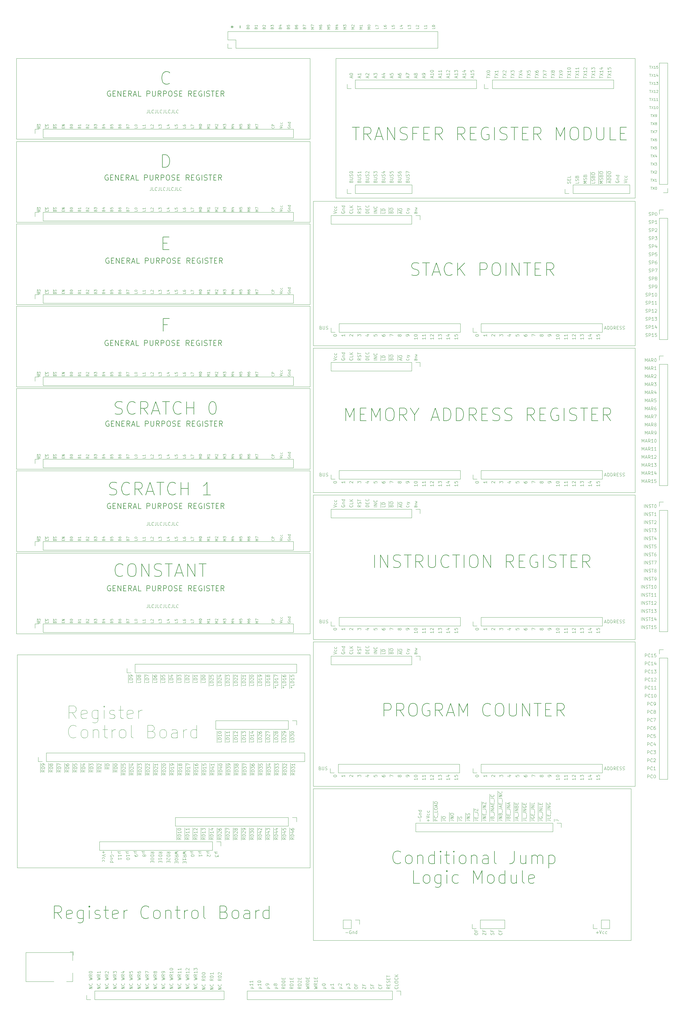
<source format=gbr>
%TF.GenerationSoftware,KiCad,Pcbnew,(5.1.10-1-10_14)*%
%TF.CreationDate,2021-11-23T13:55:23-05:00*%
%TF.ProjectId,FULL-assembly-backplane,46554c4c-2d61-4737-9365-6d626c792d62,rev?*%
%TF.SameCoordinates,Original*%
%TF.FileFunction,Legend,Top*%
%TF.FilePolarity,Positive*%
%FSLAX46Y46*%
G04 Gerber Fmt 4.6, Leading zero omitted, Abs format (unit mm)*
G04 Created by KiCad (PCBNEW (5.1.10-1-10_14)) date 2021-11-23 13:55:23*
%MOMM*%
%LPD*%
G01*
G04 APERTURE LIST*
%ADD10C,0.100000*%
%ADD11C,0.150000*%
%ADD12C,0.120000*%
G04 APERTURE END LIST*
D10*
X146002952Y-51014380D02*
X146002952Y-51728666D01*
X145955333Y-51871523D01*
X145860095Y-51966761D01*
X145717238Y-52014380D01*
X145622000Y-52014380D01*
X146955333Y-52014380D02*
X146479142Y-52014380D01*
X146479142Y-51014380D01*
X147860095Y-51919142D02*
X147812476Y-51966761D01*
X147669619Y-52014380D01*
X147574380Y-52014380D01*
X147431523Y-51966761D01*
X147336285Y-51871523D01*
X147288666Y-51776285D01*
X147241047Y-51585809D01*
X147241047Y-51442952D01*
X147288666Y-51252476D01*
X147336285Y-51157238D01*
X147431523Y-51062000D01*
X147574380Y-51014380D01*
X147669619Y-51014380D01*
X147812476Y-51062000D01*
X147860095Y-51109619D01*
X148574380Y-51014380D02*
X148574380Y-51728666D01*
X148526761Y-51871523D01*
X148431523Y-51966761D01*
X148288666Y-52014380D01*
X148193428Y-52014380D01*
X149526761Y-52014380D02*
X149050571Y-52014380D01*
X149050571Y-51014380D01*
X150431523Y-51919142D02*
X150383904Y-51966761D01*
X150241047Y-52014380D01*
X150145809Y-52014380D01*
X150002952Y-51966761D01*
X149907714Y-51871523D01*
X149860095Y-51776285D01*
X149812476Y-51585809D01*
X149812476Y-51442952D01*
X149860095Y-51252476D01*
X149907714Y-51157238D01*
X150002952Y-51062000D01*
X150145809Y-51014380D01*
X150241047Y-51014380D01*
X150383904Y-51062000D01*
X150431523Y-51109619D01*
X151145809Y-51014380D02*
X151145809Y-51728666D01*
X151098190Y-51871523D01*
X151002952Y-51966761D01*
X150860095Y-52014380D01*
X150764857Y-52014380D01*
X152098190Y-52014380D02*
X151622000Y-52014380D01*
X151622000Y-51014380D01*
X153002952Y-51919142D02*
X152955333Y-51966761D01*
X152812476Y-52014380D01*
X152717238Y-52014380D01*
X152574380Y-51966761D01*
X152479142Y-51871523D01*
X152431523Y-51776285D01*
X152383904Y-51585809D01*
X152383904Y-51442952D01*
X152431523Y-51252476D01*
X152479142Y-51157238D01*
X152574380Y-51062000D01*
X152717238Y-51014380D01*
X152812476Y-51014380D01*
X152955333Y-51062000D01*
X153002952Y-51109619D01*
X153717238Y-51014380D02*
X153717238Y-51728666D01*
X153669619Y-51871523D01*
X153574380Y-51966761D01*
X153431523Y-52014380D01*
X153336285Y-52014380D01*
X154669619Y-52014380D02*
X154193428Y-52014380D01*
X154193428Y-51014380D01*
X155574380Y-51919142D02*
X155526761Y-51966761D01*
X155383904Y-52014380D01*
X155288666Y-52014380D01*
X155145809Y-51966761D01*
X155050571Y-51871523D01*
X155002952Y-51776285D01*
X154955333Y-51585809D01*
X154955333Y-51442952D01*
X155002952Y-51252476D01*
X155050571Y-51157238D01*
X155145809Y-51062000D01*
X155288666Y-51014380D01*
X155383904Y-51014380D01*
X155526761Y-51062000D01*
X155574380Y-51109619D01*
X127452380Y-303226904D02*
X126452380Y-303226904D01*
X127452380Y-302655476D01*
X126452380Y-302655476D01*
X127357142Y-301607857D02*
X127404761Y-301655476D01*
X127452380Y-301798333D01*
X127452380Y-301893571D01*
X127404761Y-302036428D01*
X127309523Y-302131666D01*
X127214285Y-302179285D01*
X127023809Y-302226904D01*
X126880952Y-302226904D01*
X126690476Y-302179285D01*
X126595238Y-302131666D01*
X126500000Y-302036428D01*
X126452380Y-301893571D01*
X126452380Y-301798333D01*
X126500000Y-301655476D01*
X126547619Y-301607857D01*
X126452380Y-300512619D02*
X127452380Y-300274523D01*
X126738095Y-300084047D01*
X127452380Y-299893571D01*
X126452380Y-299655476D01*
X127452380Y-298703095D02*
X126976190Y-299036428D01*
X127452380Y-299274523D02*
X126452380Y-299274523D01*
X126452380Y-298893571D01*
X126500000Y-298798333D01*
X126547619Y-298750714D01*
X126642857Y-298703095D01*
X126785714Y-298703095D01*
X126880952Y-298750714D01*
X126928571Y-298798333D01*
X126976190Y-298893571D01*
X126976190Y-299274523D01*
X126452380Y-298084047D02*
X126452380Y-297988809D01*
X126500000Y-297893571D01*
X126547619Y-297845952D01*
X126642857Y-297798333D01*
X126833333Y-297750714D01*
X127071428Y-297750714D01*
X127261904Y-297798333D01*
X127357142Y-297845952D01*
X127404761Y-297893571D01*
X127452380Y-297988809D01*
X127452380Y-298084047D01*
X127404761Y-298179285D01*
X127357142Y-298226904D01*
X127261904Y-298274523D01*
X127071428Y-298322142D01*
X126833333Y-298322142D01*
X126642857Y-298274523D01*
X126547619Y-298226904D01*
X126500000Y-298179285D01*
X126452380Y-298084047D01*
X129992380Y-303226904D02*
X128992380Y-303226904D01*
X129992380Y-302655476D01*
X128992380Y-302655476D01*
X129897142Y-301607857D02*
X129944761Y-301655476D01*
X129992380Y-301798333D01*
X129992380Y-301893571D01*
X129944761Y-302036428D01*
X129849523Y-302131666D01*
X129754285Y-302179285D01*
X129563809Y-302226904D01*
X129420952Y-302226904D01*
X129230476Y-302179285D01*
X129135238Y-302131666D01*
X129040000Y-302036428D01*
X128992380Y-301893571D01*
X128992380Y-301798333D01*
X129040000Y-301655476D01*
X129087619Y-301607857D01*
X128992380Y-300512619D02*
X129992380Y-300274523D01*
X129278095Y-300084047D01*
X129992380Y-299893571D01*
X128992380Y-299655476D01*
X129992380Y-298703095D02*
X129516190Y-299036428D01*
X129992380Y-299274523D02*
X128992380Y-299274523D01*
X128992380Y-298893571D01*
X129040000Y-298798333D01*
X129087619Y-298750714D01*
X129182857Y-298703095D01*
X129325714Y-298703095D01*
X129420952Y-298750714D01*
X129468571Y-298798333D01*
X129516190Y-298893571D01*
X129516190Y-299274523D01*
X129992380Y-297750714D02*
X129992380Y-298322142D01*
X129992380Y-298036428D02*
X128992380Y-298036428D01*
X129135238Y-298131666D01*
X129230476Y-298226904D01*
X129278095Y-298322142D01*
X132532380Y-303226904D02*
X131532380Y-303226904D01*
X132532380Y-302655476D01*
X131532380Y-302655476D01*
X132437142Y-301607857D02*
X132484761Y-301655476D01*
X132532380Y-301798333D01*
X132532380Y-301893571D01*
X132484761Y-302036428D01*
X132389523Y-302131666D01*
X132294285Y-302179285D01*
X132103809Y-302226904D01*
X131960952Y-302226904D01*
X131770476Y-302179285D01*
X131675238Y-302131666D01*
X131580000Y-302036428D01*
X131532380Y-301893571D01*
X131532380Y-301798333D01*
X131580000Y-301655476D01*
X131627619Y-301607857D01*
X131532380Y-300512619D02*
X132532380Y-300274523D01*
X131818095Y-300084047D01*
X132532380Y-299893571D01*
X131532380Y-299655476D01*
X132532380Y-298703095D02*
X132056190Y-299036428D01*
X132532380Y-299274523D02*
X131532380Y-299274523D01*
X131532380Y-298893571D01*
X131580000Y-298798333D01*
X131627619Y-298750714D01*
X131722857Y-298703095D01*
X131865714Y-298703095D01*
X131960952Y-298750714D01*
X132008571Y-298798333D01*
X132056190Y-298893571D01*
X132056190Y-299274523D01*
X131627619Y-298322142D02*
X131580000Y-298274523D01*
X131532380Y-298179285D01*
X131532380Y-297941190D01*
X131580000Y-297845952D01*
X131627619Y-297798333D01*
X131722857Y-297750714D01*
X131818095Y-297750714D01*
X131960952Y-297798333D01*
X132532380Y-298369761D01*
X132532380Y-297750714D01*
X135072380Y-303226904D02*
X134072380Y-303226904D01*
X135072380Y-302655476D01*
X134072380Y-302655476D01*
X134977142Y-301607857D02*
X135024761Y-301655476D01*
X135072380Y-301798333D01*
X135072380Y-301893571D01*
X135024761Y-302036428D01*
X134929523Y-302131666D01*
X134834285Y-302179285D01*
X134643809Y-302226904D01*
X134500952Y-302226904D01*
X134310476Y-302179285D01*
X134215238Y-302131666D01*
X134120000Y-302036428D01*
X134072380Y-301893571D01*
X134072380Y-301798333D01*
X134120000Y-301655476D01*
X134167619Y-301607857D01*
X134072380Y-300512619D02*
X135072380Y-300274523D01*
X134358095Y-300084047D01*
X135072380Y-299893571D01*
X134072380Y-299655476D01*
X135072380Y-298703095D02*
X134596190Y-299036428D01*
X135072380Y-299274523D02*
X134072380Y-299274523D01*
X134072380Y-298893571D01*
X134120000Y-298798333D01*
X134167619Y-298750714D01*
X134262857Y-298703095D01*
X134405714Y-298703095D01*
X134500952Y-298750714D01*
X134548571Y-298798333D01*
X134596190Y-298893571D01*
X134596190Y-299274523D01*
X134072380Y-298369761D02*
X134072380Y-297750714D01*
X134453333Y-298084047D01*
X134453333Y-297941190D01*
X134500952Y-297845952D01*
X134548571Y-297798333D01*
X134643809Y-297750714D01*
X134881904Y-297750714D01*
X134977142Y-297798333D01*
X135024761Y-297845952D01*
X135072380Y-297941190D01*
X135072380Y-298226904D01*
X135024761Y-298322142D01*
X134977142Y-298369761D01*
X137612380Y-303226904D02*
X136612380Y-303226904D01*
X137612380Y-302655476D01*
X136612380Y-302655476D01*
X137517142Y-301607857D02*
X137564761Y-301655476D01*
X137612380Y-301798333D01*
X137612380Y-301893571D01*
X137564761Y-302036428D01*
X137469523Y-302131666D01*
X137374285Y-302179285D01*
X137183809Y-302226904D01*
X137040952Y-302226904D01*
X136850476Y-302179285D01*
X136755238Y-302131666D01*
X136660000Y-302036428D01*
X136612380Y-301893571D01*
X136612380Y-301798333D01*
X136660000Y-301655476D01*
X136707619Y-301607857D01*
X136612380Y-300512619D02*
X137612380Y-300274523D01*
X136898095Y-300084047D01*
X137612380Y-299893571D01*
X136612380Y-299655476D01*
X137612380Y-298703095D02*
X137136190Y-299036428D01*
X137612380Y-299274523D02*
X136612380Y-299274523D01*
X136612380Y-298893571D01*
X136660000Y-298798333D01*
X136707619Y-298750714D01*
X136802857Y-298703095D01*
X136945714Y-298703095D01*
X137040952Y-298750714D01*
X137088571Y-298798333D01*
X137136190Y-298893571D01*
X137136190Y-299274523D01*
X136945714Y-297845952D02*
X137612380Y-297845952D01*
X136564761Y-298084047D02*
X137279047Y-298322142D01*
X137279047Y-297703095D01*
X140152380Y-303226904D02*
X139152380Y-303226904D01*
X140152380Y-302655476D01*
X139152380Y-302655476D01*
X140057142Y-301607857D02*
X140104761Y-301655476D01*
X140152380Y-301798333D01*
X140152380Y-301893571D01*
X140104761Y-302036428D01*
X140009523Y-302131666D01*
X139914285Y-302179285D01*
X139723809Y-302226904D01*
X139580952Y-302226904D01*
X139390476Y-302179285D01*
X139295238Y-302131666D01*
X139200000Y-302036428D01*
X139152380Y-301893571D01*
X139152380Y-301798333D01*
X139200000Y-301655476D01*
X139247619Y-301607857D01*
X139152380Y-300512619D02*
X140152380Y-300274523D01*
X139438095Y-300084047D01*
X140152380Y-299893571D01*
X139152380Y-299655476D01*
X140152380Y-298703095D02*
X139676190Y-299036428D01*
X140152380Y-299274523D02*
X139152380Y-299274523D01*
X139152380Y-298893571D01*
X139200000Y-298798333D01*
X139247619Y-298750714D01*
X139342857Y-298703095D01*
X139485714Y-298703095D01*
X139580952Y-298750714D01*
X139628571Y-298798333D01*
X139676190Y-298893571D01*
X139676190Y-299274523D01*
X139152380Y-297798333D02*
X139152380Y-298274523D01*
X139628571Y-298322142D01*
X139580952Y-298274523D01*
X139533333Y-298179285D01*
X139533333Y-297941190D01*
X139580952Y-297845952D01*
X139628571Y-297798333D01*
X139723809Y-297750714D01*
X139961904Y-297750714D01*
X140057142Y-297798333D01*
X140104761Y-297845952D01*
X140152380Y-297941190D01*
X140152380Y-298179285D01*
X140104761Y-298274523D01*
X140057142Y-298322142D01*
X142692380Y-303226904D02*
X141692380Y-303226904D01*
X142692380Y-302655476D01*
X141692380Y-302655476D01*
X142597142Y-301607857D02*
X142644761Y-301655476D01*
X142692380Y-301798333D01*
X142692380Y-301893571D01*
X142644761Y-302036428D01*
X142549523Y-302131666D01*
X142454285Y-302179285D01*
X142263809Y-302226904D01*
X142120952Y-302226904D01*
X141930476Y-302179285D01*
X141835238Y-302131666D01*
X141740000Y-302036428D01*
X141692380Y-301893571D01*
X141692380Y-301798333D01*
X141740000Y-301655476D01*
X141787619Y-301607857D01*
X141692380Y-300512619D02*
X142692380Y-300274523D01*
X141978095Y-300084047D01*
X142692380Y-299893571D01*
X141692380Y-299655476D01*
X142692380Y-298703095D02*
X142216190Y-299036428D01*
X142692380Y-299274523D02*
X141692380Y-299274523D01*
X141692380Y-298893571D01*
X141740000Y-298798333D01*
X141787619Y-298750714D01*
X141882857Y-298703095D01*
X142025714Y-298703095D01*
X142120952Y-298750714D01*
X142168571Y-298798333D01*
X142216190Y-298893571D01*
X142216190Y-299274523D01*
X141692380Y-297845952D02*
X141692380Y-298036428D01*
X141740000Y-298131666D01*
X141787619Y-298179285D01*
X141930476Y-298274523D01*
X142120952Y-298322142D01*
X142501904Y-298322142D01*
X142597142Y-298274523D01*
X142644761Y-298226904D01*
X142692380Y-298131666D01*
X142692380Y-297941190D01*
X142644761Y-297845952D01*
X142597142Y-297798333D01*
X142501904Y-297750714D01*
X142263809Y-297750714D01*
X142168571Y-297798333D01*
X142120952Y-297845952D01*
X142073333Y-297941190D01*
X142073333Y-298131666D01*
X142120952Y-298226904D01*
X142168571Y-298274523D01*
X142263809Y-298322142D01*
X145232380Y-303226904D02*
X144232380Y-303226904D01*
X145232380Y-302655476D01*
X144232380Y-302655476D01*
X145137142Y-301607857D02*
X145184761Y-301655476D01*
X145232380Y-301798333D01*
X145232380Y-301893571D01*
X145184761Y-302036428D01*
X145089523Y-302131666D01*
X144994285Y-302179285D01*
X144803809Y-302226904D01*
X144660952Y-302226904D01*
X144470476Y-302179285D01*
X144375238Y-302131666D01*
X144280000Y-302036428D01*
X144232380Y-301893571D01*
X144232380Y-301798333D01*
X144280000Y-301655476D01*
X144327619Y-301607857D01*
X144232380Y-300512619D02*
X145232380Y-300274523D01*
X144518095Y-300084047D01*
X145232380Y-299893571D01*
X144232380Y-299655476D01*
X145232380Y-298703095D02*
X144756190Y-299036428D01*
X145232380Y-299274523D02*
X144232380Y-299274523D01*
X144232380Y-298893571D01*
X144280000Y-298798333D01*
X144327619Y-298750714D01*
X144422857Y-298703095D01*
X144565714Y-298703095D01*
X144660952Y-298750714D01*
X144708571Y-298798333D01*
X144756190Y-298893571D01*
X144756190Y-299274523D01*
X144232380Y-298369761D02*
X144232380Y-297703095D01*
X145232380Y-298131666D01*
X147772380Y-303226904D02*
X146772380Y-303226904D01*
X147772380Y-302655476D01*
X146772380Y-302655476D01*
X147677142Y-301607857D02*
X147724761Y-301655476D01*
X147772380Y-301798333D01*
X147772380Y-301893571D01*
X147724761Y-302036428D01*
X147629523Y-302131666D01*
X147534285Y-302179285D01*
X147343809Y-302226904D01*
X147200952Y-302226904D01*
X147010476Y-302179285D01*
X146915238Y-302131666D01*
X146820000Y-302036428D01*
X146772380Y-301893571D01*
X146772380Y-301798333D01*
X146820000Y-301655476D01*
X146867619Y-301607857D01*
X146772380Y-300512619D02*
X147772380Y-300274523D01*
X147058095Y-300084047D01*
X147772380Y-299893571D01*
X146772380Y-299655476D01*
X147772380Y-298703095D02*
X147296190Y-299036428D01*
X147772380Y-299274523D02*
X146772380Y-299274523D01*
X146772380Y-298893571D01*
X146820000Y-298798333D01*
X146867619Y-298750714D01*
X146962857Y-298703095D01*
X147105714Y-298703095D01*
X147200952Y-298750714D01*
X147248571Y-298798333D01*
X147296190Y-298893571D01*
X147296190Y-299274523D01*
X147200952Y-298131666D02*
X147153333Y-298226904D01*
X147105714Y-298274523D01*
X147010476Y-298322142D01*
X146962857Y-298322142D01*
X146867619Y-298274523D01*
X146820000Y-298226904D01*
X146772380Y-298131666D01*
X146772380Y-297941190D01*
X146820000Y-297845952D01*
X146867619Y-297798333D01*
X146962857Y-297750714D01*
X147010476Y-297750714D01*
X147105714Y-297798333D01*
X147153333Y-297845952D01*
X147200952Y-297941190D01*
X147200952Y-298131666D01*
X147248571Y-298226904D01*
X147296190Y-298274523D01*
X147391428Y-298322142D01*
X147581904Y-298322142D01*
X147677142Y-298274523D01*
X147724761Y-298226904D01*
X147772380Y-298131666D01*
X147772380Y-297941190D01*
X147724761Y-297845952D01*
X147677142Y-297798333D01*
X147581904Y-297750714D01*
X147391428Y-297750714D01*
X147296190Y-297798333D01*
X147248571Y-297845952D01*
X147200952Y-297941190D01*
X150312380Y-303226904D02*
X149312380Y-303226904D01*
X150312380Y-302655476D01*
X149312380Y-302655476D01*
X150217142Y-301607857D02*
X150264761Y-301655476D01*
X150312380Y-301798333D01*
X150312380Y-301893571D01*
X150264761Y-302036428D01*
X150169523Y-302131666D01*
X150074285Y-302179285D01*
X149883809Y-302226904D01*
X149740952Y-302226904D01*
X149550476Y-302179285D01*
X149455238Y-302131666D01*
X149360000Y-302036428D01*
X149312380Y-301893571D01*
X149312380Y-301798333D01*
X149360000Y-301655476D01*
X149407619Y-301607857D01*
X149312380Y-300512619D02*
X150312380Y-300274523D01*
X149598095Y-300084047D01*
X150312380Y-299893571D01*
X149312380Y-299655476D01*
X150312380Y-298703095D02*
X149836190Y-299036428D01*
X150312380Y-299274523D02*
X149312380Y-299274523D01*
X149312380Y-298893571D01*
X149360000Y-298798333D01*
X149407619Y-298750714D01*
X149502857Y-298703095D01*
X149645714Y-298703095D01*
X149740952Y-298750714D01*
X149788571Y-298798333D01*
X149836190Y-298893571D01*
X149836190Y-299274523D01*
X150312380Y-298226904D02*
X150312380Y-298036428D01*
X150264761Y-297941190D01*
X150217142Y-297893571D01*
X150074285Y-297798333D01*
X149883809Y-297750714D01*
X149502857Y-297750714D01*
X149407619Y-297798333D01*
X149360000Y-297845952D01*
X149312380Y-297941190D01*
X149312380Y-298131666D01*
X149360000Y-298226904D01*
X149407619Y-298274523D01*
X149502857Y-298322142D01*
X149740952Y-298322142D01*
X149836190Y-298274523D01*
X149883809Y-298226904D01*
X149931428Y-298131666D01*
X149931428Y-297941190D01*
X149883809Y-297845952D01*
X149836190Y-297798333D01*
X149740952Y-297750714D01*
X152852380Y-303226904D02*
X151852380Y-303226904D01*
X152852380Y-302655476D01*
X151852380Y-302655476D01*
X152757142Y-301607857D02*
X152804761Y-301655476D01*
X152852380Y-301798333D01*
X152852380Y-301893571D01*
X152804761Y-302036428D01*
X152709523Y-302131666D01*
X152614285Y-302179285D01*
X152423809Y-302226904D01*
X152280952Y-302226904D01*
X152090476Y-302179285D01*
X151995238Y-302131666D01*
X151900000Y-302036428D01*
X151852380Y-301893571D01*
X151852380Y-301798333D01*
X151900000Y-301655476D01*
X151947619Y-301607857D01*
X151852380Y-300512619D02*
X152852380Y-300274523D01*
X152138095Y-300084047D01*
X152852380Y-299893571D01*
X151852380Y-299655476D01*
X152852380Y-298703095D02*
X152376190Y-299036428D01*
X152852380Y-299274523D02*
X151852380Y-299274523D01*
X151852380Y-298893571D01*
X151900000Y-298798333D01*
X151947619Y-298750714D01*
X152042857Y-298703095D01*
X152185714Y-298703095D01*
X152280952Y-298750714D01*
X152328571Y-298798333D01*
X152376190Y-298893571D01*
X152376190Y-299274523D01*
X152852380Y-297750714D02*
X152852380Y-298322142D01*
X152852380Y-298036428D02*
X151852380Y-298036428D01*
X151995238Y-298131666D01*
X152090476Y-298226904D01*
X152138095Y-298322142D01*
X151852380Y-297131666D02*
X151852380Y-297036428D01*
X151900000Y-296941190D01*
X151947619Y-296893571D01*
X152042857Y-296845952D01*
X152233333Y-296798333D01*
X152471428Y-296798333D01*
X152661904Y-296845952D01*
X152757142Y-296893571D01*
X152804761Y-296941190D01*
X152852380Y-297036428D01*
X152852380Y-297131666D01*
X152804761Y-297226904D01*
X152757142Y-297274523D01*
X152661904Y-297322142D01*
X152471428Y-297369761D01*
X152233333Y-297369761D01*
X152042857Y-297322142D01*
X151947619Y-297274523D01*
X151900000Y-297226904D01*
X151852380Y-297131666D01*
X155392380Y-303226904D02*
X154392380Y-303226904D01*
X155392380Y-302655476D01*
X154392380Y-302655476D01*
X155297142Y-301607857D02*
X155344761Y-301655476D01*
X155392380Y-301798333D01*
X155392380Y-301893571D01*
X155344761Y-302036428D01*
X155249523Y-302131666D01*
X155154285Y-302179285D01*
X154963809Y-302226904D01*
X154820952Y-302226904D01*
X154630476Y-302179285D01*
X154535238Y-302131666D01*
X154440000Y-302036428D01*
X154392380Y-301893571D01*
X154392380Y-301798333D01*
X154440000Y-301655476D01*
X154487619Y-301607857D01*
X154392380Y-300512619D02*
X155392380Y-300274523D01*
X154678095Y-300084047D01*
X155392380Y-299893571D01*
X154392380Y-299655476D01*
X155392380Y-298703095D02*
X154916190Y-299036428D01*
X155392380Y-299274523D02*
X154392380Y-299274523D01*
X154392380Y-298893571D01*
X154440000Y-298798333D01*
X154487619Y-298750714D01*
X154582857Y-298703095D01*
X154725714Y-298703095D01*
X154820952Y-298750714D01*
X154868571Y-298798333D01*
X154916190Y-298893571D01*
X154916190Y-299274523D01*
X155392380Y-297750714D02*
X155392380Y-298322142D01*
X155392380Y-298036428D02*
X154392380Y-298036428D01*
X154535238Y-298131666D01*
X154630476Y-298226904D01*
X154678095Y-298322142D01*
X155392380Y-296798333D02*
X155392380Y-297369761D01*
X155392380Y-297084047D02*
X154392380Y-297084047D01*
X154535238Y-297179285D01*
X154630476Y-297274523D01*
X154678095Y-297369761D01*
X157932380Y-303226904D02*
X156932380Y-303226904D01*
X157932380Y-302655476D01*
X156932380Y-302655476D01*
X157837142Y-301607857D02*
X157884761Y-301655476D01*
X157932380Y-301798333D01*
X157932380Y-301893571D01*
X157884761Y-302036428D01*
X157789523Y-302131666D01*
X157694285Y-302179285D01*
X157503809Y-302226904D01*
X157360952Y-302226904D01*
X157170476Y-302179285D01*
X157075238Y-302131666D01*
X156980000Y-302036428D01*
X156932380Y-301893571D01*
X156932380Y-301798333D01*
X156980000Y-301655476D01*
X157027619Y-301607857D01*
X156932380Y-300512619D02*
X157932380Y-300274523D01*
X157218095Y-300084047D01*
X157932380Y-299893571D01*
X156932380Y-299655476D01*
X157932380Y-298703095D02*
X157456190Y-299036428D01*
X157932380Y-299274523D02*
X156932380Y-299274523D01*
X156932380Y-298893571D01*
X156980000Y-298798333D01*
X157027619Y-298750714D01*
X157122857Y-298703095D01*
X157265714Y-298703095D01*
X157360952Y-298750714D01*
X157408571Y-298798333D01*
X157456190Y-298893571D01*
X157456190Y-299274523D01*
X157932380Y-297750714D02*
X157932380Y-298322142D01*
X157932380Y-298036428D02*
X156932380Y-298036428D01*
X157075238Y-298131666D01*
X157170476Y-298226904D01*
X157218095Y-298322142D01*
X157027619Y-297369761D02*
X156980000Y-297322142D01*
X156932380Y-297226904D01*
X156932380Y-296988809D01*
X156980000Y-296893571D01*
X157027619Y-296845952D01*
X157122857Y-296798333D01*
X157218095Y-296798333D01*
X157360952Y-296845952D01*
X157932380Y-297417380D01*
X157932380Y-296798333D01*
X160472380Y-303226904D02*
X159472380Y-303226904D01*
X160472380Y-302655476D01*
X159472380Y-302655476D01*
X160377142Y-301607857D02*
X160424761Y-301655476D01*
X160472380Y-301798333D01*
X160472380Y-301893571D01*
X160424761Y-302036428D01*
X160329523Y-302131666D01*
X160234285Y-302179285D01*
X160043809Y-302226904D01*
X159900952Y-302226904D01*
X159710476Y-302179285D01*
X159615238Y-302131666D01*
X159520000Y-302036428D01*
X159472380Y-301893571D01*
X159472380Y-301798333D01*
X159520000Y-301655476D01*
X159567619Y-301607857D01*
X159472380Y-300512619D02*
X160472380Y-300274523D01*
X159758095Y-300084047D01*
X160472380Y-299893571D01*
X159472380Y-299655476D01*
X160472380Y-298703095D02*
X159996190Y-299036428D01*
X160472380Y-299274523D02*
X159472380Y-299274523D01*
X159472380Y-298893571D01*
X159520000Y-298798333D01*
X159567619Y-298750714D01*
X159662857Y-298703095D01*
X159805714Y-298703095D01*
X159900952Y-298750714D01*
X159948571Y-298798333D01*
X159996190Y-298893571D01*
X159996190Y-299274523D01*
X160472380Y-297750714D02*
X160472380Y-298322142D01*
X160472380Y-298036428D02*
X159472380Y-298036428D01*
X159615238Y-298131666D01*
X159710476Y-298226904D01*
X159758095Y-298322142D01*
X159472380Y-297417380D02*
X159472380Y-296798333D01*
X159853333Y-297131666D01*
X159853333Y-296988809D01*
X159900952Y-296893571D01*
X159948571Y-296845952D01*
X160043809Y-296798333D01*
X160281904Y-296798333D01*
X160377142Y-296845952D01*
X160424761Y-296893571D01*
X160472380Y-296988809D01*
X160472380Y-297274523D01*
X160424761Y-297369761D01*
X160377142Y-297417380D01*
X163012380Y-303480904D02*
X162012380Y-303480904D01*
X163012380Y-302909476D01*
X162012380Y-302909476D01*
X162917142Y-301861857D02*
X162964761Y-301909476D01*
X163012380Y-302052333D01*
X163012380Y-302147571D01*
X162964761Y-302290428D01*
X162869523Y-302385666D01*
X162774285Y-302433285D01*
X162583809Y-302480904D01*
X162440952Y-302480904D01*
X162250476Y-302433285D01*
X162155238Y-302385666D01*
X162060000Y-302290428D01*
X162012380Y-302147571D01*
X162012380Y-302052333D01*
X162060000Y-301909476D01*
X162107619Y-301861857D01*
X163012380Y-300099952D02*
X162536190Y-300433285D01*
X163012380Y-300671380D02*
X162012380Y-300671380D01*
X162012380Y-300290428D01*
X162060000Y-300195190D01*
X162107619Y-300147571D01*
X162202857Y-300099952D01*
X162345714Y-300099952D01*
X162440952Y-300147571D01*
X162488571Y-300195190D01*
X162536190Y-300290428D01*
X162536190Y-300671380D01*
X163012380Y-299671380D02*
X162012380Y-299671380D01*
X162012380Y-299433285D01*
X162060000Y-299290428D01*
X162155238Y-299195190D01*
X162250476Y-299147571D01*
X162440952Y-299099952D01*
X162583809Y-299099952D01*
X162774285Y-299147571D01*
X162869523Y-299195190D01*
X162964761Y-299290428D01*
X163012380Y-299433285D01*
X163012380Y-299671380D01*
X162012380Y-298480904D02*
X162012380Y-298385666D01*
X162060000Y-298290428D01*
X162107619Y-298242809D01*
X162202857Y-298195190D01*
X162393333Y-298147571D01*
X162631428Y-298147571D01*
X162821904Y-298195190D01*
X162917142Y-298242809D01*
X162964761Y-298290428D01*
X163012380Y-298385666D01*
X163012380Y-298480904D01*
X162964761Y-298576142D01*
X162917142Y-298623761D01*
X162821904Y-298671380D01*
X162631428Y-298719000D01*
X162393333Y-298719000D01*
X162202857Y-298671380D01*
X162107619Y-298623761D01*
X162060000Y-298576142D01*
X162012380Y-298480904D01*
X165552380Y-303480904D02*
X164552380Y-303480904D01*
X165552380Y-302909476D01*
X164552380Y-302909476D01*
X165457142Y-301861857D02*
X165504761Y-301909476D01*
X165552380Y-302052333D01*
X165552380Y-302147571D01*
X165504761Y-302290428D01*
X165409523Y-302385666D01*
X165314285Y-302433285D01*
X165123809Y-302480904D01*
X164980952Y-302480904D01*
X164790476Y-302433285D01*
X164695238Y-302385666D01*
X164600000Y-302290428D01*
X164552380Y-302147571D01*
X164552380Y-302052333D01*
X164600000Y-301909476D01*
X164647619Y-301861857D01*
X165552380Y-300099952D02*
X165076190Y-300433285D01*
X165552380Y-300671380D02*
X164552380Y-300671380D01*
X164552380Y-300290428D01*
X164600000Y-300195190D01*
X164647619Y-300147571D01*
X164742857Y-300099952D01*
X164885714Y-300099952D01*
X164980952Y-300147571D01*
X165028571Y-300195190D01*
X165076190Y-300290428D01*
X165076190Y-300671380D01*
X165552380Y-299671380D02*
X164552380Y-299671380D01*
X164552380Y-299433285D01*
X164600000Y-299290428D01*
X164695238Y-299195190D01*
X164790476Y-299147571D01*
X164980952Y-299099952D01*
X165123809Y-299099952D01*
X165314285Y-299147571D01*
X165409523Y-299195190D01*
X165504761Y-299290428D01*
X165552380Y-299433285D01*
X165552380Y-299671380D01*
X165552380Y-298147571D02*
X165552380Y-298719000D01*
X165552380Y-298433285D02*
X164552380Y-298433285D01*
X164695238Y-298528523D01*
X164790476Y-298623761D01*
X164838095Y-298719000D01*
X168092380Y-303480904D02*
X167092380Y-303480904D01*
X168092380Y-302909476D01*
X167092380Y-302909476D01*
X167997142Y-301861857D02*
X168044761Y-301909476D01*
X168092380Y-302052333D01*
X168092380Y-302147571D01*
X168044761Y-302290428D01*
X167949523Y-302385666D01*
X167854285Y-302433285D01*
X167663809Y-302480904D01*
X167520952Y-302480904D01*
X167330476Y-302433285D01*
X167235238Y-302385666D01*
X167140000Y-302290428D01*
X167092380Y-302147571D01*
X167092380Y-302052333D01*
X167140000Y-301909476D01*
X167187619Y-301861857D01*
X168092380Y-300099952D02*
X167616190Y-300433285D01*
X168092380Y-300671380D02*
X167092380Y-300671380D01*
X167092380Y-300290428D01*
X167140000Y-300195190D01*
X167187619Y-300147571D01*
X167282857Y-300099952D01*
X167425714Y-300099952D01*
X167520952Y-300147571D01*
X167568571Y-300195190D01*
X167616190Y-300290428D01*
X167616190Y-300671380D01*
X168092380Y-299671380D02*
X167092380Y-299671380D01*
X167092380Y-299433285D01*
X167140000Y-299290428D01*
X167235238Y-299195190D01*
X167330476Y-299147571D01*
X167520952Y-299099952D01*
X167663809Y-299099952D01*
X167854285Y-299147571D01*
X167949523Y-299195190D01*
X168044761Y-299290428D01*
X168092380Y-299433285D01*
X168092380Y-299671380D01*
X167187619Y-298719000D02*
X167140000Y-298671380D01*
X167092380Y-298576142D01*
X167092380Y-298338047D01*
X167140000Y-298242809D01*
X167187619Y-298195190D01*
X167282857Y-298147571D01*
X167378095Y-298147571D01*
X167520952Y-298195190D01*
X168092380Y-298766619D01*
X168092380Y-298147571D01*
D11*
X117828190Y-281209523D02*
X116494857Y-279304761D01*
X115542476Y-281209523D02*
X115542476Y-277209523D01*
X117066285Y-277209523D01*
X117447238Y-277400000D01*
X117637714Y-277590476D01*
X117828190Y-277971428D01*
X117828190Y-278542857D01*
X117637714Y-278923809D01*
X117447238Y-279114285D01*
X117066285Y-279304761D01*
X115542476Y-279304761D01*
X121066285Y-281019047D02*
X120685333Y-281209523D01*
X119923428Y-281209523D01*
X119542476Y-281019047D01*
X119351999Y-280638095D01*
X119351999Y-279114285D01*
X119542476Y-278733333D01*
X119923428Y-278542857D01*
X120685333Y-278542857D01*
X121066285Y-278733333D01*
X121256761Y-279114285D01*
X121256761Y-279495238D01*
X119351999Y-279876190D01*
X124685333Y-278542857D02*
X124685333Y-281780952D01*
X124494857Y-282161904D01*
X124304380Y-282352380D01*
X123923428Y-282542857D01*
X123351999Y-282542857D01*
X122971047Y-282352380D01*
X124685333Y-281019047D02*
X124304380Y-281209523D01*
X123542476Y-281209523D01*
X123161523Y-281019047D01*
X122971047Y-280828571D01*
X122780571Y-280447619D01*
X122780571Y-279304761D01*
X122971047Y-278923809D01*
X123161523Y-278733333D01*
X123542476Y-278542857D01*
X124304380Y-278542857D01*
X124685333Y-278733333D01*
X126590095Y-281209523D02*
X126590095Y-278542857D01*
X126590095Y-277209523D02*
X126399619Y-277400000D01*
X126590095Y-277590476D01*
X126780571Y-277400000D01*
X126590095Y-277209523D01*
X126590095Y-277590476D01*
X128304380Y-281019047D02*
X128685333Y-281209523D01*
X129447238Y-281209523D01*
X129828190Y-281019047D01*
X130018666Y-280638095D01*
X130018666Y-280447619D01*
X129828190Y-280066666D01*
X129447238Y-279876190D01*
X128875809Y-279876190D01*
X128494857Y-279685714D01*
X128304380Y-279304761D01*
X128304380Y-279114285D01*
X128494857Y-278733333D01*
X128875809Y-278542857D01*
X129447238Y-278542857D01*
X129828190Y-278733333D01*
X131161523Y-278542857D02*
X132685333Y-278542857D01*
X131732952Y-277209523D02*
X131732952Y-280638095D01*
X131923428Y-281019047D01*
X132304380Y-281209523D01*
X132685333Y-281209523D01*
X135542476Y-281019047D02*
X135161523Y-281209523D01*
X134399619Y-281209523D01*
X134018666Y-281019047D01*
X133828190Y-280638095D01*
X133828190Y-279114285D01*
X134018666Y-278733333D01*
X134399619Y-278542857D01*
X135161523Y-278542857D01*
X135542476Y-278733333D01*
X135732952Y-279114285D01*
X135732952Y-279495238D01*
X133828190Y-279876190D01*
X137447238Y-281209523D02*
X137447238Y-278542857D01*
X137447238Y-279304761D02*
X137637714Y-278923809D01*
X137828190Y-278733333D01*
X138209142Y-278542857D01*
X138590095Y-278542857D01*
X145256761Y-280828571D02*
X145066285Y-281019047D01*
X144494857Y-281209523D01*
X144113904Y-281209523D01*
X143542476Y-281019047D01*
X143161523Y-280638095D01*
X142971047Y-280257142D01*
X142780571Y-279495238D01*
X142780571Y-278923809D01*
X142971047Y-278161904D01*
X143161523Y-277780952D01*
X143542476Y-277400000D01*
X144113904Y-277209523D01*
X144494857Y-277209523D01*
X145066285Y-277400000D01*
X145256761Y-277590476D01*
X147542476Y-281209523D02*
X147161523Y-281019047D01*
X146971047Y-280828571D01*
X146780571Y-280447619D01*
X146780571Y-279304761D01*
X146971047Y-278923809D01*
X147161523Y-278733333D01*
X147542476Y-278542857D01*
X148113904Y-278542857D01*
X148494857Y-278733333D01*
X148685333Y-278923809D01*
X148875809Y-279304761D01*
X148875809Y-280447619D01*
X148685333Y-280828571D01*
X148494857Y-281019047D01*
X148113904Y-281209523D01*
X147542476Y-281209523D01*
X150590095Y-278542857D02*
X150590095Y-281209523D01*
X150590095Y-278923809D02*
X150780571Y-278733333D01*
X151161523Y-278542857D01*
X151732952Y-278542857D01*
X152113904Y-278733333D01*
X152304380Y-279114285D01*
X152304380Y-281209523D01*
X153637714Y-278542857D02*
X155161523Y-278542857D01*
X154209142Y-277209523D02*
X154209142Y-280638095D01*
X154399619Y-281019047D01*
X154780571Y-281209523D01*
X155161523Y-281209523D01*
X156494857Y-281209523D02*
X156494857Y-278542857D01*
X156494857Y-279304761D02*
X156685333Y-278923809D01*
X156875809Y-278733333D01*
X157256761Y-278542857D01*
X157637714Y-278542857D01*
X159542476Y-281209523D02*
X159161523Y-281019047D01*
X158971047Y-280828571D01*
X158780571Y-280447619D01*
X158780571Y-279304761D01*
X158971047Y-278923809D01*
X159161523Y-278733333D01*
X159542476Y-278542857D01*
X160113904Y-278542857D01*
X160494857Y-278733333D01*
X160685333Y-278923809D01*
X160875809Y-279304761D01*
X160875809Y-280447619D01*
X160685333Y-280828571D01*
X160494857Y-281019047D01*
X160113904Y-281209523D01*
X159542476Y-281209523D01*
X163161523Y-281209523D02*
X162780571Y-281019047D01*
X162590095Y-280638095D01*
X162590095Y-277209523D01*
X169066285Y-279114285D02*
X169637714Y-279304761D01*
X169828190Y-279495238D01*
X170018666Y-279876190D01*
X170018666Y-280447619D01*
X169828190Y-280828571D01*
X169637714Y-281019047D01*
X169256761Y-281209523D01*
X167732952Y-281209523D01*
X167732952Y-277209523D01*
X169066285Y-277209523D01*
X169447238Y-277400000D01*
X169637714Y-277590476D01*
X169828190Y-277971428D01*
X169828190Y-278352380D01*
X169637714Y-278733333D01*
X169447238Y-278923809D01*
X169066285Y-279114285D01*
X167732952Y-279114285D01*
X172304380Y-281209523D02*
X171923428Y-281019047D01*
X171732952Y-280828571D01*
X171542476Y-280447619D01*
X171542476Y-279304761D01*
X171732952Y-278923809D01*
X171923428Y-278733333D01*
X172304380Y-278542857D01*
X172875809Y-278542857D01*
X173256761Y-278733333D01*
X173447238Y-278923809D01*
X173637714Y-279304761D01*
X173637714Y-280447619D01*
X173447238Y-280828571D01*
X173256761Y-281019047D01*
X172875809Y-281209523D01*
X172304380Y-281209523D01*
X177066285Y-281209523D02*
X177066285Y-279114285D01*
X176875809Y-278733333D01*
X176494857Y-278542857D01*
X175732952Y-278542857D01*
X175352000Y-278733333D01*
X177066285Y-281019047D02*
X176685333Y-281209523D01*
X175732952Y-281209523D01*
X175352000Y-281019047D01*
X175161523Y-280638095D01*
X175161523Y-280257142D01*
X175352000Y-279876190D01*
X175732952Y-279685714D01*
X176685333Y-279685714D01*
X177066285Y-279495238D01*
X178971047Y-281209523D02*
X178971047Y-278542857D01*
X178971047Y-279304761D02*
X179161523Y-278923809D01*
X179352000Y-278733333D01*
X179732952Y-278542857D01*
X180113904Y-278542857D01*
X183161523Y-281209523D02*
X183161523Y-277209523D01*
X183161523Y-281019047D02*
X182780571Y-281209523D01*
X182018666Y-281209523D01*
X181637714Y-281019047D01*
X181447238Y-280828571D01*
X181256761Y-280447619D01*
X181256761Y-279304761D01*
X181447238Y-278923809D01*
X181637714Y-278733333D01*
X182018666Y-278542857D01*
X182780571Y-278542857D01*
X183161523Y-278733333D01*
D10*
X177331714Y-303226904D02*
X178331714Y-303226904D01*
X177855523Y-302750714D02*
X177950761Y-302703095D01*
X177998380Y-302607857D01*
X177855523Y-303226904D02*
X177950761Y-303179285D01*
X177998380Y-303084047D01*
X177998380Y-302893571D01*
X177950761Y-302798333D01*
X177855523Y-302750714D01*
X177331714Y-302750714D01*
X177998380Y-301655476D02*
X177998380Y-302226904D01*
X177998380Y-301941190D02*
X176998380Y-301941190D01*
X177141238Y-302036428D01*
X177236476Y-302131666D01*
X177284095Y-302226904D01*
X177998380Y-300703095D02*
X177998380Y-301274523D01*
X177998380Y-300988809D02*
X176998380Y-300988809D01*
X177141238Y-301084047D01*
X177236476Y-301179285D01*
X177284095Y-301274523D01*
X179871714Y-303226904D02*
X180871714Y-303226904D01*
X180395523Y-302750714D02*
X180490761Y-302703095D01*
X180538380Y-302607857D01*
X180395523Y-303226904D02*
X180490761Y-303179285D01*
X180538380Y-303084047D01*
X180538380Y-302893571D01*
X180490761Y-302798333D01*
X180395523Y-302750714D01*
X179871714Y-302750714D01*
X180538380Y-301655476D02*
X180538380Y-302226904D01*
X180538380Y-301941190D02*
X179538380Y-301941190D01*
X179681238Y-302036428D01*
X179776476Y-302131666D01*
X179824095Y-302226904D01*
X179538380Y-301036428D02*
X179538380Y-300941190D01*
X179586000Y-300845952D01*
X179633619Y-300798333D01*
X179728857Y-300750714D01*
X179919333Y-300703095D01*
X180157428Y-300703095D01*
X180347904Y-300750714D01*
X180443142Y-300798333D01*
X180490761Y-300845952D01*
X180538380Y-300941190D01*
X180538380Y-301036428D01*
X180490761Y-301131666D01*
X180443142Y-301179285D01*
X180347904Y-301226904D01*
X180157428Y-301274523D01*
X179919333Y-301274523D01*
X179728857Y-301226904D01*
X179633619Y-301179285D01*
X179586000Y-301131666D01*
X179538380Y-301036428D01*
X182411714Y-303226904D02*
X183411714Y-303226904D01*
X182935523Y-302750714D02*
X183030761Y-302703095D01*
X183078380Y-302607857D01*
X182935523Y-303226904D02*
X183030761Y-303179285D01*
X183078380Y-303084047D01*
X183078380Y-302893571D01*
X183030761Y-302798333D01*
X182935523Y-302750714D01*
X182411714Y-302750714D01*
X183078380Y-302131666D02*
X183078380Y-301941190D01*
X183030761Y-301845952D01*
X182983142Y-301798333D01*
X182840285Y-301703095D01*
X182649809Y-301655476D01*
X182268857Y-301655476D01*
X182173619Y-301703095D01*
X182126000Y-301750714D01*
X182078380Y-301845952D01*
X182078380Y-302036428D01*
X182126000Y-302131666D01*
X182173619Y-302179285D01*
X182268857Y-302226904D01*
X182506952Y-302226904D01*
X182602190Y-302179285D01*
X182649809Y-302131666D01*
X182697428Y-302036428D01*
X182697428Y-301845952D01*
X182649809Y-301750714D01*
X182602190Y-301703095D01*
X182506952Y-301655476D01*
X184951714Y-303226904D02*
X185951714Y-303226904D01*
X185475523Y-302750714D02*
X185570761Y-302703095D01*
X185618380Y-302607857D01*
X185475523Y-303226904D02*
X185570761Y-303179285D01*
X185618380Y-303084047D01*
X185618380Y-302893571D01*
X185570761Y-302798333D01*
X185475523Y-302750714D01*
X184951714Y-302750714D01*
X185046952Y-302036428D02*
X184999333Y-302131666D01*
X184951714Y-302179285D01*
X184856476Y-302226904D01*
X184808857Y-302226904D01*
X184713619Y-302179285D01*
X184666000Y-302131666D01*
X184618380Y-302036428D01*
X184618380Y-301845952D01*
X184666000Y-301750714D01*
X184713619Y-301703095D01*
X184808857Y-301655476D01*
X184856476Y-301655476D01*
X184951714Y-301703095D01*
X184999333Y-301750714D01*
X185046952Y-301845952D01*
X185046952Y-302036428D01*
X185094571Y-302131666D01*
X185142190Y-302179285D01*
X185237428Y-302226904D01*
X185427904Y-302226904D01*
X185523142Y-302179285D01*
X185570761Y-302131666D01*
X185618380Y-302036428D01*
X185618380Y-301845952D01*
X185570761Y-301750714D01*
X185523142Y-301703095D01*
X185427904Y-301655476D01*
X185237428Y-301655476D01*
X185142190Y-301703095D01*
X185094571Y-301750714D01*
X185046952Y-301845952D01*
X188158380Y-302655476D02*
X187682190Y-302988809D01*
X188158380Y-303226904D02*
X187158380Y-303226904D01*
X187158380Y-302845952D01*
X187206000Y-302750714D01*
X187253619Y-302703095D01*
X187348857Y-302655476D01*
X187491714Y-302655476D01*
X187586952Y-302703095D01*
X187634571Y-302750714D01*
X187682190Y-302845952D01*
X187682190Y-303226904D01*
X188158380Y-302226904D02*
X187158380Y-302226904D01*
X187158380Y-301988809D01*
X187206000Y-301845952D01*
X187301238Y-301750714D01*
X187396476Y-301703095D01*
X187586952Y-301655476D01*
X187729809Y-301655476D01*
X187920285Y-301703095D01*
X188015523Y-301750714D01*
X188110761Y-301845952D01*
X188158380Y-301988809D01*
X188158380Y-302226904D01*
X187158380Y-301036428D02*
X187158380Y-300941190D01*
X187206000Y-300845952D01*
X187253619Y-300798333D01*
X187348857Y-300750714D01*
X187539333Y-300703095D01*
X187777428Y-300703095D01*
X187967904Y-300750714D01*
X188063142Y-300798333D01*
X188110761Y-300845952D01*
X188158380Y-300941190D01*
X188158380Y-301036428D01*
X188110761Y-301131666D01*
X188063142Y-301179285D01*
X187967904Y-301226904D01*
X187777428Y-301274523D01*
X187539333Y-301274523D01*
X187348857Y-301226904D01*
X187253619Y-301179285D01*
X187206000Y-301131666D01*
X187158380Y-301036428D01*
X187634571Y-300274523D02*
X187634571Y-299941190D01*
X188158380Y-299798333D02*
X188158380Y-300274523D01*
X187158380Y-300274523D01*
X187158380Y-299798333D01*
X190698380Y-302655476D02*
X190222190Y-302988809D01*
X190698380Y-303226904D02*
X189698380Y-303226904D01*
X189698380Y-302845952D01*
X189746000Y-302750714D01*
X189793619Y-302703095D01*
X189888857Y-302655476D01*
X190031714Y-302655476D01*
X190126952Y-302703095D01*
X190174571Y-302750714D01*
X190222190Y-302845952D01*
X190222190Y-303226904D01*
X190698380Y-302226904D02*
X189698380Y-302226904D01*
X189698380Y-301988809D01*
X189746000Y-301845952D01*
X189841238Y-301750714D01*
X189936476Y-301703095D01*
X190126952Y-301655476D01*
X190269809Y-301655476D01*
X190460285Y-301703095D01*
X190555523Y-301750714D01*
X190650761Y-301845952D01*
X190698380Y-301988809D01*
X190698380Y-302226904D01*
X190698380Y-300703095D02*
X190698380Y-301274523D01*
X190698380Y-300988809D02*
X189698380Y-300988809D01*
X189841238Y-301084047D01*
X189936476Y-301179285D01*
X189984095Y-301274523D01*
X190174571Y-300274523D02*
X190174571Y-299941190D01*
X190698380Y-299798333D02*
X190698380Y-300274523D01*
X189698380Y-300274523D01*
X189698380Y-299798333D01*
X193238380Y-302655476D02*
X192762190Y-302988809D01*
X193238380Y-303226904D02*
X192238380Y-303226904D01*
X192238380Y-302845952D01*
X192286000Y-302750714D01*
X192333619Y-302703095D01*
X192428857Y-302655476D01*
X192571714Y-302655476D01*
X192666952Y-302703095D01*
X192714571Y-302750714D01*
X192762190Y-302845952D01*
X192762190Y-303226904D01*
X193238380Y-302226904D02*
X192238380Y-302226904D01*
X192238380Y-301988809D01*
X192286000Y-301845952D01*
X192381238Y-301750714D01*
X192476476Y-301703095D01*
X192666952Y-301655476D01*
X192809809Y-301655476D01*
X193000285Y-301703095D01*
X193095523Y-301750714D01*
X193190761Y-301845952D01*
X193238380Y-301988809D01*
X193238380Y-302226904D01*
X192333619Y-301274523D02*
X192286000Y-301226904D01*
X192238380Y-301131666D01*
X192238380Y-300893571D01*
X192286000Y-300798333D01*
X192333619Y-300750714D01*
X192428857Y-300703095D01*
X192524095Y-300703095D01*
X192666952Y-300750714D01*
X193238380Y-301322142D01*
X193238380Y-300703095D01*
X192714571Y-300274523D02*
X192714571Y-299941190D01*
X193238380Y-299798333D02*
X193238380Y-300274523D01*
X192238380Y-300274523D01*
X192238380Y-299798333D01*
X194778380Y-303322142D02*
X195778380Y-303084047D01*
X195064095Y-302893571D01*
X195778380Y-302703095D01*
X194778380Y-302465000D01*
X195778380Y-301512619D02*
X195302190Y-301845952D01*
X195778380Y-302084047D02*
X194778380Y-302084047D01*
X194778380Y-301703095D01*
X194826000Y-301607857D01*
X194873619Y-301560238D01*
X194968857Y-301512619D01*
X195111714Y-301512619D01*
X195206952Y-301560238D01*
X195254571Y-301607857D01*
X195302190Y-301703095D01*
X195302190Y-302084047D01*
X194778380Y-300893571D02*
X194778380Y-300798333D01*
X194826000Y-300703095D01*
X194873619Y-300655476D01*
X194968857Y-300607857D01*
X195159333Y-300560238D01*
X195397428Y-300560238D01*
X195587904Y-300607857D01*
X195683142Y-300655476D01*
X195730761Y-300703095D01*
X195778380Y-300798333D01*
X195778380Y-300893571D01*
X195730761Y-300988809D01*
X195683142Y-301036428D01*
X195587904Y-301084047D01*
X195397428Y-301131666D01*
X195159333Y-301131666D01*
X194968857Y-301084047D01*
X194873619Y-301036428D01*
X194826000Y-300988809D01*
X194778380Y-300893571D01*
X195254571Y-300131666D02*
X195254571Y-299798333D01*
X195778380Y-299655476D02*
X195778380Y-300131666D01*
X194778380Y-300131666D01*
X194778380Y-299655476D01*
X197318380Y-303322142D02*
X198318380Y-303084047D01*
X197604095Y-302893571D01*
X198318380Y-302703095D01*
X197318380Y-302465000D01*
X198318380Y-301512619D02*
X197842190Y-301845952D01*
X198318380Y-302084047D02*
X197318380Y-302084047D01*
X197318380Y-301703095D01*
X197366000Y-301607857D01*
X197413619Y-301560238D01*
X197508857Y-301512619D01*
X197651714Y-301512619D01*
X197746952Y-301560238D01*
X197794571Y-301607857D01*
X197842190Y-301703095D01*
X197842190Y-302084047D01*
X198318380Y-300560238D02*
X198318380Y-301131666D01*
X198318380Y-300845952D02*
X197318380Y-300845952D01*
X197461238Y-300941190D01*
X197556476Y-301036428D01*
X197604095Y-301131666D01*
X197794571Y-300131666D02*
X197794571Y-299798333D01*
X198318380Y-299655476D02*
X198318380Y-300131666D01*
X197318380Y-300131666D01*
X197318380Y-299655476D01*
X200191714Y-303226904D02*
X201191714Y-303226904D01*
X200715523Y-302750714D02*
X200810761Y-302703095D01*
X200858380Y-302607857D01*
X200715523Y-303226904D02*
X200810761Y-303179285D01*
X200858380Y-303084047D01*
X200858380Y-302893571D01*
X200810761Y-302798333D01*
X200715523Y-302750714D01*
X200191714Y-302750714D01*
X199858380Y-301988809D02*
X199858380Y-301893571D01*
X199906000Y-301798333D01*
X199953619Y-301750714D01*
X200048857Y-301703095D01*
X200239333Y-301655476D01*
X200477428Y-301655476D01*
X200667904Y-301703095D01*
X200763142Y-301750714D01*
X200810761Y-301798333D01*
X200858380Y-301893571D01*
X200858380Y-301988809D01*
X200810761Y-302084047D01*
X200763142Y-302131666D01*
X200667904Y-302179285D01*
X200477428Y-302226904D01*
X200239333Y-302226904D01*
X200048857Y-302179285D01*
X199953619Y-302131666D01*
X199906000Y-302084047D01*
X199858380Y-301988809D01*
X202731714Y-303226904D02*
X203731714Y-303226904D01*
X203255523Y-302750714D02*
X203350761Y-302703095D01*
X203398380Y-302607857D01*
X203255523Y-303226904D02*
X203350761Y-303179285D01*
X203398380Y-303084047D01*
X203398380Y-302893571D01*
X203350761Y-302798333D01*
X203255523Y-302750714D01*
X202731714Y-302750714D01*
X203398380Y-301655476D02*
X203398380Y-302226904D01*
X203398380Y-301941190D02*
X202398380Y-301941190D01*
X202541238Y-302036428D01*
X202636476Y-302131666D01*
X202684095Y-302226904D01*
X205271714Y-303226904D02*
X206271714Y-303226904D01*
X205795523Y-302750714D02*
X205890761Y-302703095D01*
X205938380Y-302607857D01*
X205795523Y-303226904D02*
X205890761Y-303179285D01*
X205938380Y-303084047D01*
X205938380Y-302893571D01*
X205890761Y-302798333D01*
X205795523Y-302750714D01*
X205271714Y-302750714D01*
X205033619Y-302226904D02*
X204986000Y-302179285D01*
X204938380Y-302084047D01*
X204938380Y-301845952D01*
X204986000Y-301750714D01*
X205033619Y-301703095D01*
X205128857Y-301655476D01*
X205224095Y-301655476D01*
X205366952Y-301703095D01*
X205938380Y-302274523D01*
X205938380Y-301655476D01*
X207811714Y-303226904D02*
X208811714Y-303226904D01*
X208335523Y-302750714D02*
X208430761Y-302703095D01*
X208478380Y-302607857D01*
X208335523Y-303226904D02*
X208430761Y-303179285D01*
X208478380Y-303084047D01*
X208478380Y-302893571D01*
X208430761Y-302798333D01*
X208335523Y-302750714D01*
X207811714Y-302750714D01*
X207478380Y-302274523D02*
X207478380Y-301655476D01*
X207859333Y-301988809D01*
X207859333Y-301845952D01*
X207906952Y-301750714D01*
X207954571Y-301703095D01*
X208049809Y-301655476D01*
X208287904Y-301655476D01*
X208383142Y-301703095D01*
X208430761Y-301750714D01*
X208478380Y-301845952D01*
X208478380Y-302131666D01*
X208430761Y-302226904D01*
X208383142Y-302274523D01*
D12*
X103886000Y-265176000D02*
X196088000Y-265176000D01*
X103886000Y-198120000D02*
X103886000Y-265176000D01*
X196088000Y-198120000D02*
X103886000Y-198120000D01*
X196088000Y-265176000D02*
X196088000Y-198120000D01*
D10*
X172124000Y-236125761D02*
X172124000Y-235125761D01*
X173426380Y-235316238D02*
X172950190Y-235649571D01*
X173426380Y-235887666D02*
X172426380Y-235887666D01*
X172426380Y-235506714D01*
X172474000Y-235411476D01*
X172521619Y-235363857D01*
X172616857Y-235316238D01*
X172759714Y-235316238D01*
X172854952Y-235363857D01*
X172902571Y-235411476D01*
X172950190Y-235506714D01*
X172950190Y-235887666D01*
X172124000Y-235125761D02*
X172124000Y-234125761D01*
X173426380Y-234887666D02*
X172426380Y-234887666D01*
X172426380Y-234649571D01*
X172474000Y-234506714D01*
X172569238Y-234411476D01*
X172664476Y-234363857D01*
X172854952Y-234316238D01*
X172997809Y-234316238D01*
X173188285Y-234363857D01*
X173283523Y-234411476D01*
X173378761Y-234506714D01*
X173426380Y-234649571D01*
X173426380Y-234887666D01*
X172124000Y-234125761D02*
X172124000Y-233173380D01*
X172426380Y-233982904D02*
X172426380Y-233363857D01*
X172807333Y-233697190D01*
X172807333Y-233554333D01*
X172854952Y-233459095D01*
X172902571Y-233411476D01*
X172997809Y-233363857D01*
X173235904Y-233363857D01*
X173331142Y-233411476D01*
X173378761Y-233459095D01*
X173426380Y-233554333D01*
X173426380Y-233840047D01*
X173378761Y-233935285D01*
X173331142Y-233982904D01*
X172124000Y-233173380D02*
X172124000Y-232221000D01*
X172854952Y-232792428D02*
X172807333Y-232887666D01*
X172759714Y-232935285D01*
X172664476Y-232982904D01*
X172616857Y-232982904D01*
X172521619Y-232935285D01*
X172474000Y-232887666D01*
X172426380Y-232792428D01*
X172426380Y-232601952D01*
X172474000Y-232506714D01*
X172521619Y-232459095D01*
X172616857Y-232411476D01*
X172664476Y-232411476D01*
X172759714Y-232459095D01*
X172807333Y-232506714D01*
X172854952Y-232601952D01*
X172854952Y-232792428D01*
X172902571Y-232887666D01*
X172950190Y-232935285D01*
X173045428Y-232982904D01*
X173235904Y-232982904D01*
X173331142Y-232935285D01*
X173378761Y-232887666D01*
X173426380Y-232792428D01*
X173426380Y-232601952D01*
X173378761Y-232506714D01*
X173331142Y-232459095D01*
X173235904Y-232411476D01*
X173045428Y-232411476D01*
X172950190Y-232459095D01*
X172902571Y-232506714D01*
X172854952Y-232601952D01*
X179490000Y-207995285D02*
X179490000Y-207185761D01*
X180792380Y-207281000D02*
X180792380Y-207757190D01*
X179792380Y-207757190D01*
X179490000Y-207185761D02*
X179490000Y-206185761D01*
X180792380Y-206947666D02*
X179792380Y-206947666D01*
X179792380Y-206709571D01*
X179840000Y-206566714D01*
X179935238Y-206471476D01*
X180030476Y-206423857D01*
X180220952Y-206376238D01*
X180363809Y-206376238D01*
X180554285Y-206423857D01*
X180649523Y-206471476D01*
X180744761Y-206566714D01*
X180792380Y-206709571D01*
X180792380Y-206947666D01*
X179490000Y-206185761D02*
X179490000Y-205233380D01*
X180792380Y-205423857D02*
X180792380Y-205995285D01*
X180792380Y-205709571D02*
X179792380Y-205709571D01*
X179935238Y-205804809D01*
X180030476Y-205900047D01*
X180078095Y-205995285D01*
X179490000Y-205233380D02*
X179490000Y-204281000D01*
X180792380Y-204947666D02*
X180792380Y-204757190D01*
X180744761Y-204661952D01*
X180697142Y-204614333D01*
X180554285Y-204519095D01*
X180363809Y-204471476D01*
X179982857Y-204471476D01*
X179887619Y-204519095D01*
X179840000Y-204566714D01*
X179792380Y-204661952D01*
X179792380Y-204852428D01*
X179840000Y-204947666D01*
X179887619Y-204995285D01*
X179982857Y-205042904D01*
X180220952Y-205042904D01*
X180316190Y-204995285D01*
X180363809Y-204947666D01*
X180411428Y-204852428D01*
X180411428Y-204661952D01*
X180363809Y-204566714D01*
X180316190Y-204519095D01*
X180220952Y-204471476D01*
X169584000Y-236125761D02*
X169584000Y-235125761D01*
X170886380Y-235316238D02*
X170410190Y-235649571D01*
X170886380Y-235887666D02*
X169886380Y-235887666D01*
X169886380Y-235506714D01*
X169934000Y-235411476D01*
X169981619Y-235363857D01*
X170076857Y-235316238D01*
X170219714Y-235316238D01*
X170314952Y-235363857D01*
X170362571Y-235411476D01*
X170410190Y-235506714D01*
X170410190Y-235887666D01*
X169584000Y-235125761D02*
X169584000Y-234125761D01*
X170886380Y-234887666D02*
X169886380Y-234887666D01*
X169886380Y-234649571D01*
X169934000Y-234506714D01*
X170029238Y-234411476D01*
X170124476Y-234363857D01*
X170314952Y-234316238D01*
X170457809Y-234316238D01*
X170648285Y-234363857D01*
X170743523Y-234411476D01*
X170838761Y-234506714D01*
X170886380Y-234649571D01*
X170886380Y-234887666D01*
X169584000Y-234125761D02*
X169584000Y-233173380D01*
X169886380Y-233982904D02*
X169886380Y-233363857D01*
X170267333Y-233697190D01*
X170267333Y-233554333D01*
X170314952Y-233459095D01*
X170362571Y-233411476D01*
X170457809Y-233363857D01*
X170695904Y-233363857D01*
X170791142Y-233411476D01*
X170838761Y-233459095D01*
X170886380Y-233554333D01*
X170886380Y-233840047D01*
X170838761Y-233935285D01*
X170791142Y-233982904D01*
X169584000Y-233173380D02*
X169584000Y-232221000D01*
X170886380Y-232887666D02*
X170886380Y-232697190D01*
X170838761Y-232601952D01*
X170791142Y-232554333D01*
X170648285Y-232459095D01*
X170457809Y-232411476D01*
X170076857Y-232411476D01*
X169981619Y-232459095D01*
X169934000Y-232506714D01*
X169886380Y-232601952D01*
X169886380Y-232792428D01*
X169934000Y-232887666D01*
X169981619Y-232935285D01*
X170076857Y-232982904D01*
X170314952Y-232982904D01*
X170410190Y-232935285D01*
X170457809Y-232887666D01*
X170505428Y-232792428D01*
X170505428Y-232601952D01*
X170457809Y-232506714D01*
X170410190Y-232459095D01*
X170314952Y-232411476D01*
X182030000Y-207995285D02*
X182030000Y-207185761D01*
X183332380Y-207281000D02*
X183332380Y-207757190D01*
X182332380Y-207757190D01*
X182030000Y-207185761D02*
X182030000Y-206185761D01*
X183332380Y-206947666D02*
X182332380Y-206947666D01*
X182332380Y-206709571D01*
X182380000Y-206566714D01*
X182475238Y-206471476D01*
X182570476Y-206423857D01*
X182760952Y-206376238D01*
X182903809Y-206376238D01*
X183094285Y-206423857D01*
X183189523Y-206471476D01*
X183284761Y-206566714D01*
X183332380Y-206709571D01*
X183332380Y-206947666D01*
X182030000Y-206185761D02*
X182030000Y-205233380D01*
X183332380Y-205423857D02*
X183332380Y-205995285D01*
X183332380Y-205709571D02*
X182332380Y-205709571D01*
X182475238Y-205804809D01*
X182570476Y-205900047D01*
X182618095Y-205995285D01*
X182030000Y-205233380D02*
X182030000Y-204281000D01*
X182760952Y-204852428D02*
X182713333Y-204947666D01*
X182665714Y-204995285D01*
X182570476Y-205042904D01*
X182522857Y-205042904D01*
X182427619Y-204995285D01*
X182380000Y-204947666D01*
X182332380Y-204852428D01*
X182332380Y-204661952D01*
X182380000Y-204566714D01*
X182427619Y-204519095D01*
X182522857Y-204471476D01*
X182570476Y-204471476D01*
X182665714Y-204519095D01*
X182713333Y-204566714D01*
X182760952Y-204661952D01*
X182760952Y-204852428D01*
X182808571Y-204947666D01*
X182856190Y-204995285D01*
X182951428Y-205042904D01*
X183141904Y-205042904D01*
X183237142Y-204995285D01*
X183284761Y-204947666D01*
X183332380Y-204852428D01*
X183332380Y-204661952D01*
X183284761Y-204566714D01*
X183237142Y-204519095D01*
X183141904Y-204471476D01*
X182951428Y-204471476D01*
X182856190Y-204519095D01*
X182808571Y-204566714D01*
X182760952Y-204661952D01*
X167044000Y-236125761D02*
X167044000Y-235125761D01*
X168346380Y-235316238D02*
X167870190Y-235649571D01*
X168346380Y-235887666D02*
X167346380Y-235887666D01*
X167346380Y-235506714D01*
X167394000Y-235411476D01*
X167441619Y-235363857D01*
X167536857Y-235316238D01*
X167679714Y-235316238D01*
X167774952Y-235363857D01*
X167822571Y-235411476D01*
X167870190Y-235506714D01*
X167870190Y-235887666D01*
X167044000Y-235125761D02*
X167044000Y-234125761D01*
X168346380Y-234887666D02*
X167346380Y-234887666D01*
X167346380Y-234649571D01*
X167394000Y-234506714D01*
X167489238Y-234411476D01*
X167584476Y-234363857D01*
X167774952Y-234316238D01*
X167917809Y-234316238D01*
X168108285Y-234363857D01*
X168203523Y-234411476D01*
X168298761Y-234506714D01*
X168346380Y-234649571D01*
X168346380Y-234887666D01*
X167044000Y-234125761D02*
X167044000Y-233173380D01*
X167679714Y-233459095D02*
X168346380Y-233459095D01*
X167298761Y-233697190D02*
X168013047Y-233935285D01*
X168013047Y-233316238D01*
X167044000Y-233173380D02*
X167044000Y-232221000D01*
X167346380Y-232744809D02*
X167346380Y-232649571D01*
X167394000Y-232554333D01*
X167441619Y-232506714D01*
X167536857Y-232459095D01*
X167727333Y-232411476D01*
X167965428Y-232411476D01*
X168155904Y-232459095D01*
X168251142Y-232506714D01*
X168298761Y-232554333D01*
X168346380Y-232649571D01*
X168346380Y-232744809D01*
X168298761Y-232840047D01*
X168251142Y-232887666D01*
X168155904Y-232935285D01*
X167965428Y-232982904D01*
X167727333Y-232982904D01*
X167536857Y-232935285D01*
X167441619Y-232887666D01*
X167394000Y-232840047D01*
X167346380Y-232744809D01*
X184570000Y-208757190D02*
X184570000Y-207995285D01*
X184872380Y-208376238D02*
X185110476Y-208376238D01*
X185015238Y-208614333D02*
X185110476Y-208376238D01*
X185015238Y-208138142D01*
X185300952Y-208519095D02*
X185110476Y-208376238D01*
X185300952Y-208233380D01*
X184570000Y-207995285D02*
X184570000Y-207185761D01*
X185872380Y-207281000D02*
X185872380Y-207757190D01*
X184872380Y-207757190D01*
X184570000Y-207185761D02*
X184570000Y-206185761D01*
X185872380Y-206947666D02*
X184872380Y-206947666D01*
X184872380Y-206709571D01*
X184920000Y-206566714D01*
X185015238Y-206471476D01*
X185110476Y-206423857D01*
X185300952Y-206376238D01*
X185443809Y-206376238D01*
X185634285Y-206423857D01*
X185729523Y-206471476D01*
X185824761Y-206566714D01*
X185872380Y-206709571D01*
X185872380Y-206947666D01*
X184570000Y-206185761D02*
X184570000Y-205233380D01*
X185872380Y-205423857D02*
X185872380Y-205995285D01*
X185872380Y-205709571D02*
X184872380Y-205709571D01*
X185015238Y-205804809D01*
X185110476Y-205900047D01*
X185158095Y-205995285D01*
X184570000Y-205233380D02*
X184570000Y-204281000D01*
X184872380Y-205090523D02*
X184872380Y-204423857D01*
X185872380Y-204852428D01*
X164504000Y-236125761D02*
X164504000Y-235125761D01*
X165806380Y-235316238D02*
X165330190Y-235649571D01*
X165806380Y-235887666D02*
X164806380Y-235887666D01*
X164806380Y-235506714D01*
X164854000Y-235411476D01*
X164901619Y-235363857D01*
X164996857Y-235316238D01*
X165139714Y-235316238D01*
X165234952Y-235363857D01*
X165282571Y-235411476D01*
X165330190Y-235506714D01*
X165330190Y-235887666D01*
X164504000Y-235125761D02*
X164504000Y-234125761D01*
X165806380Y-234887666D02*
X164806380Y-234887666D01*
X164806380Y-234649571D01*
X164854000Y-234506714D01*
X164949238Y-234411476D01*
X165044476Y-234363857D01*
X165234952Y-234316238D01*
X165377809Y-234316238D01*
X165568285Y-234363857D01*
X165663523Y-234411476D01*
X165758761Y-234506714D01*
X165806380Y-234649571D01*
X165806380Y-234887666D01*
X164504000Y-234125761D02*
X164504000Y-233173380D01*
X165139714Y-233459095D02*
X165806380Y-233459095D01*
X164758761Y-233697190D02*
X165473047Y-233935285D01*
X165473047Y-233316238D01*
X164504000Y-233173380D02*
X164504000Y-232221000D01*
X165806380Y-232411476D02*
X165806380Y-232982904D01*
X165806380Y-232697190D02*
X164806380Y-232697190D01*
X164949238Y-232792428D01*
X165044476Y-232887666D01*
X165092095Y-232982904D01*
X187110000Y-208757190D02*
X187110000Y-207995285D01*
X187412380Y-208376238D02*
X187650476Y-208376238D01*
X187555238Y-208614333D02*
X187650476Y-208376238D01*
X187555238Y-208138142D01*
X187840952Y-208519095D02*
X187650476Y-208376238D01*
X187840952Y-208233380D01*
X187110000Y-207995285D02*
X187110000Y-207185761D01*
X188412380Y-207281000D02*
X188412380Y-207757190D01*
X187412380Y-207757190D01*
X187110000Y-207185761D02*
X187110000Y-206185761D01*
X188412380Y-206947666D02*
X187412380Y-206947666D01*
X187412380Y-206709571D01*
X187460000Y-206566714D01*
X187555238Y-206471476D01*
X187650476Y-206423857D01*
X187840952Y-206376238D01*
X187983809Y-206376238D01*
X188174285Y-206423857D01*
X188269523Y-206471476D01*
X188364761Y-206566714D01*
X188412380Y-206709571D01*
X188412380Y-206947666D01*
X187110000Y-206185761D02*
X187110000Y-205233380D01*
X188412380Y-205423857D02*
X188412380Y-205995285D01*
X188412380Y-205709571D02*
X187412380Y-205709571D01*
X187555238Y-205804809D01*
X187650476Y-205900047D01*
X187698095Y-205995285D01*
X187110000Y-205233380D02*
X187110000Y-204281000D01*
X187412380Y-204566714D02*
X187412380Y-204757190D01*
X187460000Y-204852428D01*
X187507619Y-204900047D01*
X187650476Y-204995285D01*
X187840952Y-205042904D01*
X188221904Y-205042904D01*
X188317142Y-204995285D01*
X188364761Y-204947666D01*
X188412380Y-204852428D01*
X188412380Y-204661952D01*
X188364761Y-204566714D01*
X188317142Y-204519095D01*
X188221904Y-204471476D01*
X187983809Y-204471476D01*
X187888571Y-204519095D01*
X187840952Y-204566714D01*
X187793333Y-204661952D01*
X187793333Y-204852428D01*
X187840952Y-204947666D01*
X187888571Y-204995285D01*
X187983809Y-205042904D01*
X161964000Y-236125761D02*
X161964000Y-235125761D01*
X163266380Y-235316238D02*
X162790190Y-235649571D01*
X163266380Y-235887666D02*
X162266380Y-235887666D01*
X162266380Y-235506714D01*
X162314000Y-235411476D01*
X162361619Y-235363857D01*
X162456857Y-235316238D01*
X162599714Y-235316238D01*
X162694952Y-235363857D01*
X162742571Y-235411476D01*
X162790190Y-235506714D01*
X162790190Y-235887666D01*
X161964000Y-235125761D02*
X161964000Y-234125761D01*
X163266380Y-234887666D02*
X162266380Y-234887666D01*
X162266380Y-234649571D01*
X162314000Y-234506714D01*
X162409238Y-234411476D01*
X162504476Y-234363857D01*
X162694952Y-234316238D01*
X162837809Y-234316238D01*
X163028285Y-234363857D01*
X163123523Y-234411476D01*
X163218761Y-234506714D01*
X163266380Y-234649571D01*
X163266380Y-234887666D01*
X161964000Y-234125761D02*
X161964000Y-233173380D01*
X163266380Y-233363857D02*
X163266380Y-233935285D01*
X163266380Y-233649571D02*
X162266380Y-233649571D01*
X162409238Y-233744809D01*
X162504476Y-233840047D01*
X162552095Y-233935285D01*
X161964000Y-233173380D02*
X161964000Y-232221000D01*
X162266380Y-232459095D02*
X162266380Y-232935285D01*
X162742571Y-232982904D01*
X162694952Y-232935285D01*
X162647333Y-232840047D01*
X162647333Y-232601952D01*
X162694952Y-232506714D01*
X162742571Y-232459095D01*
X162837809Y-232411476D01*
X163075904Y-232411476D01*
X163171142Y-232459095D01*
X163218761Y-232506714D01*
X163266380Y-232601952D01*
X163266380Y-232840047D01*
X163218761Y-232935285D01*
X163171142Y-232982904D01*
X189650000Y-208757190D02*
X189650000Y-207995285D01*
X189952380Y-208376238D02*
X190190476Y-208376238D01*
X190095238Y-208614333D02*
X190190476Y-208376238D01*
X190095238Y-208138142D01*
X190380952Y-208519095D02*
X190190476Y-208376238D01*
X190380952Y-208233380D01*
X189650000Y-207995285D02*
X189650000Y-207185761D01*
X190952380Y-207281000D02*
X190952380Y-207757190D01*
X189952380Y-207757190D01*
X189650000Y-207185761D02*
X189650000Y-206185761D01*
X190952380Y-206947666D02*
X189952380Y-206947666D01*
X189952380Y-206709571D01*
X190000000Y-206566714D01*
X190095238Y-206471476D01*
X190190476Y-206423857D01*
X190380952Y-206376238D01*
X190523809Y-206376238D01*
X190714285Y-206423857D01*
X190809523Y-206471476D01*
X190904761Y-206566714D01*
X190952380Y-206709571D01*
X190952380Y-206947666D01*
X189650000Y-206185761D02*
X189650000Y-205233380D01*
X190952380Y-205423857D02*
X190952380Y-205995285D01*
X190952380Y-205709571D02*
X189952380Y-205709571D01*
X190095238Y-205804809D01*
X190190476Y-205900047D01*
X190238095Y-205995285D01*
X189650000Y-205233380D02*
X189650000Y-204281000D01*
X189952380Y-204519095D02*
X189952380Y-204995285D01*
X190428571Y-205042904D01*
X190380952Y-204995285D01*
X190333333Y-204900047D01*
X190333333Y-204661952D01*
X190380952Y-204566714D01*
X190428571Y-204519095D01*
X190523809Y-204471476D01*
X190761904Y-204471476D01*
X190857142Y-204519095D01*
X190904761Y-204566714D01*
X190952380Y-204661952D01*
X190952380Y-204900047D01*
X190904761Y-204995285D01*
X190857142Y-205042904D01*
X159424000Y-236125761D02*
X159424000Y-235125761D01*
X160726380Y-235316238D02*
X160250190Y-235649571D01*
X160726380Y-235887666D02*
X159726380Y-235887666D01*
X159726380Y-235506714D01*
X159774000Y-235411476D01*
X159821619Y-235363857D01*
X159916857Y-235316238D01*
X160059714Y-235316238D01*
X160154952Y-235363857D01*
X160202571Y-235411476D01*
X160250190Y-235506714D01*
X160250190Y-235887666D01*
X159424000Y-235125761D02*
X159424000Y-234125761D01*
X160726380Y-234887666D02*
X159726380Y-234887666D01*
X159726380Y-234649571D01*
X159774000Y-234506714D01*
X159869238Y-234411476D01*
X159964476Y-234363857D01*
X160154952Y-234316238D01*
X160297809Y-234316238D01*
X160488285Y-234363857D01*
X160583523Y-234411476D01*
X160678761Y-234506714D01*
X160726380Y-234649571D01*
X160726380Y-234887666D01*
X159424000Y-234125761D02*
X159424000Y-233173380D01*
X160726380Y-233363857D02*
X160726380Y-233935285D01*
X160726380Y-233649571D02*
X159726380Y-233649571D01*
X159869238Y-233744809D01*
X159964476Y-233840047D01*
X160012095Y-233935285D01*
X159424000Y-233173380D02*
X159424000Y-232221000D01*
X159726380Y-232506714D02*
X159726380Y-232697190D01*
X159774000Y-232792428D01*
X159821619Y-232840047D01*
X159964476Y-232935285D01*
X160154952Y-232982904D01*
X160535904Y-232982904D01*
X160631142Y-232935285D01*
X160678761Y-232887666D01*
X160726380Y-232792428D01*
X160726380Y-232601952D01*
X160678761Y-232506714D01*
X160631142Y-232459095D01*
X160535904Y-232411476D01*
X160297809Y-232411476D01*
X160202571Y-232459095D01*
X160154952Y-232506714D01*
X160107333Y-232601952D01*
X160107333Y-232792428D01*
X160154952Y-232887666D01*
X160202571Y-232935285D01*
X160297809Y-232982904D01*
X166790000Y-225775285D02*
X166790000Y-224965761D01*
X168092380Y-225061000D02*
X168092380Y-225537190D01*
X167092380Y-225537190D01*
X166790000Y-224965761D02*
X166790000Y-223965761D01*
X168092380Y-224727666D02*
X167092380Y-224727666D01*
X167092380Y-224489571D01*
X167140000Y-224346714D01*
X167235238Y-224251476D01*
X167330476Y-224203857D01*
X167520952Y-224156238D01*
X167663809Y-224156238D01*
X167854285Y-224203857D01*
X167949523Y-224251476D01*
X168044761Y-224346714D01*
X168092380Y-224489571D01*
X168092380Y-224727666D01*
X166790000Y-223965761D02*
X166790000Y-223013380D01*
X168092380Y-223203857D02*
X168092380Y-223775285D01*
X168092380Y-223489571D02*
X167092380Y-223489571D01*
X167235238Y-223584809D01*
X167330476Y-223680047D01*
X167378095Y-223775285D01*
X166790000Y-223013380D02*
X166790000Y-222061000D01*
X167092380Y-222584809D02*
X167092380Y-222489571D01*
X167140000Y-222394333D01*
X167187619Y-222346714D01*
X167282857Y-222299095D01*
X167473333Y-222251476D01*
X167711428Y-222251476D01*
X167901904Y-222299095D01*
X167997142Y-222346714D01*
X168044761Y-222394333D01*
X168092380Y-222489571D01*
X168092380Y-222584809D01*
X168044761Y-222680047D01*
X167997142Y-222727666D01*
X167901904Y-222775285D01*
X167711428Y-222822904D01*
X167473333Y-222822904D01*
X167282857Y-222775285D01*
X167187619Y-222727666D01*
X167140000Y-222680047D01*
X167092380Y-222584809D01*
X156884000Y-236125761D02*
X156884000Y-235125761D01*
X158186380Y-235316238D02*
X157710190Y-235649571D01*
X158186380Y-235887666D02*
X157186380Y-235887666D01*
X157186380Y-235506714D01*
X157234000Y-235411476D01*
X157281619Y-235363857D01*
X157376857Y-235316238D01*
X157519714Y-235316238D01*
X157614952Y-235363857D01*
X157662571Y-235411476D01*
X157710190Y-235506714D01*
X157710190Y-235887666D01*
X156884000Y-235125761D02*
X156884000Y-234125761D01*
X158186380Y-234887666D02*
X157186380Y-234887666D01*
X157186380Y-234649571D01*
X157234000Y-234506714D01*
X157329238Y-234411476D01*
X157424476Y-234363857D01*
X157614952Y-234316238D01*
X157757809Y-234316238D01*
X157948285Y-234363857D01*
X158043523Y-234411476D01*
X158138761Y-234506714D01*
X158186380Y-234649571D01*
X158186380Y-234887666D01*
X156884000Y-234125761D02*
X156884000Y-233173380D01*
X158186380Y-233363857D02*
X158186380Y-233935285D01*
X158186380Y-233649571D02*
X157186380Y-233649571D01*
X157329238Y-233744809D01*
X157424476Y-233840047D01*
X157472095Y-233935285D01*
X156884000Y-233173380D02*
X156884000Y-232221000D01*
X157186380Y-233030523D02*
X157186380Y-232363857D01*
X158186380Y-232792428D01*
X169330000Y-225775285D02*
X169330000Y-224965761D01*
X170632380Y-225061000D02*
X170632380Y-225537190D01*
X169632380Y-225537190D01*
X169330000Y-224965761D02*
X169330000Y-223965761D01*
X170632380Y-224727666D02*
X169632380Y-224727666D01*
X169632380Y-224489571D01*
X169680000Y-224346714D01*
X169775238Y-224251476D01*
X169870476Y-224203857D01*
X170060952Y-224156238D01*
X170203809Y-224156238D01*
X170394285Y-224203857D01*
X170489523Y-224251476D01*
X170584761Y-224346714D01*
X170632380Y-224489571D01*
X170632380Y-224727666D01*
X169330000Y-223965761D02*
X169330000Y-223013380D01*
X170632380Y-223203857D02*
X170632380Y-223775285D01*
X170632380Y-223489571D02*
X169632380Y-223489571D01*
X169775238Y-223584809D01*
X169870476Y-223680047D01*
X169918095Y-223775285D01*
X169330000Y-223013380D02*
X169330000Y-222061000D01*
X170632380Y-222251476D02*
X170632380Y-222822904D01*
X170632380Y-222537190D02*
X169632380Y-222537190D01*
X169775238Y-222632428D01*
X169870476Y-222727666D01*
X169918095Y-222822904D01*
X154344000Y-236125761D02*
X154344000Y-235125761D01*
X155646380Y-235316238D02*
X155170190Y-235649571D01*
X155646380Y-235887666D02*
X154646380Y-235887666D01*
X154646380Y-235506714D01*
X154694000Y-235411476D01*
X154741619Y-235363857D01*
X154836857Y-235316238D01*
X154979714Y-235316238D01*
X155074952Y-235363857D01*
X155122571Y-235411476D01*
X155170190Y-235506714D01*
X155170190Y-235887666D01*
X154344000Y-235125761D02*
X154344000Y-234125761D01*
X155646380Y-234887666D02*
X154646380Y-234887666D01*
X154646380Y-234649571D01*
X154694000Y-234506714D01*
X154789238Y-234411476D01*
X154884476Y-234363857D01*
X155074952Y-234316238D01*
X155217809Y-234316238D01*
X155408285Y-234363857D01*
X155503523Y-234411476D01*
X155598761Y-234506714D01*
X155646380Y-234649571D01*
X155646380Y-234887666D01*
X154344000Y-234125761D02*
X154344000Y-233173380D01*
X155646380Y-233363857D02*
X155646380Y-233935285D01*
X155646380Y-233649571D02*
X154646380Y-233649571D01*
X154789238Y-233744809D01*
X154884476Y-233840047D01*
X154932095Y-233935285D01*
X154344000Y-233173380D02*
X154344000Y-232221000D01*
X155074952Y-232792428D02*
X155027333Y-232887666D01*
X154979714Y-232935285D01*
X154884476Y-232982904D01*
X154836857Y-232982904D01*
X154741619Y-232935285D01*
X154694000Y-232887666D01*
X154646380Y-232792428D01*
X154646380Y-232601952D01*
X154694000Y-232506714D01*
X154741619Y-232459095D01*
X154836857Y-232411476D01*
X154884476Y-232411476D01*
X154979714Y-232459095D01*
X155027333Y-232506714D01*
X155074952Y-232601952D01*
X155074952Y-232792428D01*
X155122571Y-232887666D01*
X155170190Y-232935285D01*
X155265428Y-232982904D01*
X155455904Y-232982904D01*
X155551142Y-232935285D01*
X155598761Y-232887666D01*
X155646380Y-232792428D01*
X155646380Y-232601952D01*
X155598761Y-232506714D01*
X155551142Y-232459095D01*
X155455904Y-232411476D01*
X155265428Y-232411476D01*
X155170190Y-232459095D01*
X155122571Y-232506714D01*
X155074952Y-232601952D01*
X171870000Y-225775285D02*
X171870000Y-224965761D01*
X173172380Y-225061000D02*
X173172380Y-225537190D01*
X172172380Y-225537190D01*
X171870000Y-224965761D02*
X171870000Y-223965761D01*
X173172380Y-224727666D02*
X172172380Y-224727666D01*
X172172380Y-224489571D01*
X172220000Y-224346714D01*
X172315238Y-224251476D01*
X172410476Y-224203857D01*
X172600952Y-224156238D01*
X172743809Y-224156238D01*
X172934285Y-224203857D01*
X173029523Y-224251476D01*
X173124761Y-224346714D01*
X173172380Y-224489571D01*
X173172380Y-224727666D01*
X171870000Y-223965761D02*
X171870000Y-223013380D01*
X173172380Y-223203857D02*
X173172380Y-223775285D01*
X173172380Y-223489571D02*
X172172380Y-223489571D01*
X172315238Y-223584809D01*
X172410476Y-223680047D01*
X172458095Y-223775285D01*
X171870000Y-223013380D02*
X171870000Y-222061000D01*
X172267619Y-222822904D02*
X172220000Y-222775285D01*
X172172380Y-222680047D01*
X172172380Y-222441952D01*
X172220000Y-222346714D01*
X172267619Y-222299095D01*
X172362857Y-222251476D01*
X172458095Y-222251476D01*
X172600952Y-222299095D01*
X173172380Y-222870523D01*
X173172380Y-222251476D01*
X151804000Y-236125761D02*
X151804000Y-235125761D01*
X153106380Y-235316238D02*
X152630190Y-235649571D01*
X153106380Y-235887666D02*
X152106380Y-235887666D01*
X152106380Y-235506714D01*
X152154000Y-235411476D01*
X152201619Y-235363857D01*
X152296857Y-235316238D01*
X152439714Y-235316238D01*
X152534952Y-235363857D01*
X152582571Y-235411476D01*
X152630190Y-235506714D01*
X152630190Y-235887666D01*
X151804000Y-235125761D02*
X151804000Y-234125761D01*
X153106380Y-234887666D02*
X152106380Y-234887666D01*
X152106380Y-234649571D01*
X152154000Y-234506714D01*
X152249238Y-234411476D01*
X152344476Y-234363857D01*
X152534952Y-234316238D01*
X152677809Y-234316238D01*
X152868285Y-234363857D01*
X152963523Y-234411476D01*
X153058761Y-234506714D01*
X153106380Y-234649571D01*
X153106380Y-234887666D01*
X151804000Y-234125761D02*
X151804000Y-233173380D01*
X153106380Y-233363857D02*
X153106380Y-233935285D01*
X153106380Y-233649571D02*
X152106380Y-233649571D01*
X152249238Y-233744809D01*
X152344476Y-233840047D01*
X152392095Y-233935285D01*
X151804000Y-233173380D02*
X151804000Y-232221000D01*
X153106380Y-232887666D02*
X153106380Y-232697190D01*
X153058761Y-232601952D01*
X153011142Y-232554333D01*
X152868285Y-232459095D01*
X152677809Y-232411476D01*
X152296857Y-232411476D01*
X152201619Y-232459095D01*
X152154000Y-232506714D01*
X152106380Y-232601952D01*
X152106380Y-232792428D01*
X152154000Y-232887666D01*
X152201619Y-232935285D01*
X152296857Y-232982904D01*
X152534952Y-232982904D01*
X152630190Y-232935285D01*
X152677809Y-232887666D01*
X152725428Y-232792428D01*
X152725428Y-232601952D01*
X152677809Y-232506714D01*
X152630190Y-232459095D01*
X152534952Y-232411476D01*
X149264000Y-236125761D02*
X149264000Y-235125761D01*
X150566380Y-235316238D02*
X150090190Y-235649571D01*
X150566380Y-235887666D02*
X149566380Y-235887666D01*
X149566380Y-235506714D01*
X149614000Y-235411476D01*
X149661619Y-235363857D01*
X149756857Y-235316238D01*
X149899714Y-235316238D01*
X149994952Y-235363857D01*
X150042571Y-235411476D01*
X150090190Y-235506714D01*
X150090190Y-235887666D01*
X149264000Y-235125761D02*
X149264000Y-234125761D01*
X150566380Y-234887666D02*
X149566380Y-234887666D01*
X149566380Y-234649571D01*
X149614000Y-234506714D01*
X149709238Y-234411476D01*
X149804476Y-234363857D01*
X149994952Y-234316238D01*
X150137809Y-234316238D01*
X150328285Y-234363857D01*
X150423523Y-234411476D01*
X150518761Y-234506714D01*
X150566380Y-234649571D01*
X150566380Y-234887666D01*
X149264000Y-234125761D02*
X149264000Y-233173380D01*
X149661619Y-233935285D02*
X149614000Y-233887666D01*
X149566380Y-233792428D01*
X149566380Y-233554333D01*
X149614000Y-233459095D01*
X149661619Y-233411476D01*
X149756857Y-233363857D01*
X149852095Y-233363857D01*
X149994952Y-233411476D01*
X150566380Y-233982904D01*
X150566380Y-233363857D01*
X149264000Y-233173380D02*
X149264000Y-232221000D01*
X149566380Y-232744809D02*
X149566380Y-232649571D01*
X149614000Y-232554333D01*
X149661619Y-232506714D01*
X149756857Y-232459095D01*
X149947333Y-232411476D01*
X150185428Y-232411476D01*
X150375904Y-232459095D01*
X150471142Y-232506714D01*
X150518761Y-232554333D01*
X150566380Y-232649571D01*
X150566380Y-232744809D01*
X150518761Y-232840047D01*
X150471142Y-232887666D01*
X150375904Y-232935285D01*
X150185428Y-232982904D01*
X149947333Y-232982904D01*
X149756857Y-232935285D01*
X149661619Y-232887666D01*
X149614000Y-232840047D01*
X149566380Y-232744809D01*
X146724000Y-236125761D02*
X146724000Y-235125761D01*
X148026380Y-235316238D02*
X147550190Y-235649571D01*
X148026380Y-235887666D02*
X147026380Y-235887666D01*
X147026380Y-235506714D01*
X147074000Y-235411476D01*
X147121619Y-235363857D01*
X147216857Y-235316238D01*
X147359714Y-235316238D01*
X147454952Y-235363857D01*
X147502571Y-235411476D01*
X147550190Y-235506714D01*
X147550190Y-235887666D01*
X146724000Y-235125761D02*
X146724000Y-234125761D01*
X148026380Y-234887666D02*
X147026380Y-234887666D01*
X147026380Y-234649571D01*
X147074000Y-234506714D01*
X147169238Y-234411476D01*
X147264476Y-234363857D01*
X147454952Y-234316238D01*
X147597809Y-234316238D01*
X147788285Y-234363857D01*
X147883523Y-234411476D01*
X147978761Y-234506714D01*
X148026380Y-234649571D01*
X148026380Y-234887666D01*
X146724000Y-234125761D02*
X146724000Y-233173380D01*
X147121619Y-233935285D02*
X147074000Y-233887666D01*
X147026380Y-233792428D01*
X147026380Y-233554333D01*
X147074000Y-233459095D01*
X147121619Y-233411476D01*
X147216857Y-233363857D01*
X147312095Y-233363857D01*
X147454952Y-233411476D01*
X148026380Y-233982904D01*
X148026380Y-233363857D01*
X146724000Y-233173380D02*
X146724000Y-232221000D01*
X148026380Y-232411476D02*
X148026380Y-232982904D01*
X148026380Y-232697190D02*
X147026380Y-232697190D01*
X147169238Y-232792428D01*
X147264476Y-232887666D01*
X147312095Y-232982904D01*
X174410000Y-225775285D02*
X174410000Y-224965761D01*
X175712380Y-225061000D02*
X175712380Y-225537190D01*
X174712380Y-225537190D01*
X174410000Y-224965761D02*
X174410000Y-223965761D01*
X175712380Y-224727666D02*
X174712380Y-224727666D01*
X174712380Y-224489571D01*
X174760000Y-224346714D01*
X174855238Y-224251476D01*
X174950476Y-224203857D01*
X175140952Y-224156238D01*
X175283809Y-224156238D01*
X175474285Y-224203857D01*
X175569523Y-224251476D01*
X175664761Y-224346714D01*
X175712380Y-224489571D01*
X175712380Y-224727666D01*
X174410000Y-223965761D02*
X174410000Y-223013380D01*
X175712380Y-223203857D02*
X175712380Y-223775285D01*
X175712380Y-223489571D02*
X174712380Y-223489571D01*
X174855238Y-223584809D01*
X174950476Y-223680047D01*
X174998095Y-223775285D01*
X174410000Y-223013380D02*
X174410000Y-222061000D01*
X174712380Y-222870523D02*
X174712380Y-222251476D01*
X175093333Y-222584809D01*
X175093333Y-222441952D01*
X175140952Y-222346714D01*
X175188571Y-222299095D01*
X175283809Y-222251476D01*
X175521904Y-222251476D01*
X175617142Y-222299095D01*
X175664761Y-222346714D01*
X175712380Y-222441952D01*
X175712380Y-222727666D01*
X175664761Y-222822904D01*
X175617142Y-222870523D01*
X144184000Y-236125761D02*
X144184000Y-235125761D01*
X145486380Y-235316238D02*
X145010190Y-235649571D01*
X145486380Y-235887666D02*
X144486380Y-235887666D01*
X144486380Y-235506714D01*
X144534000Y-235411476D01*
X144581619Y-235363857D01*
X144676857Y-235316238D01*
X144819714Y-235316238D01*
X144914952Y-235363857D01*
X144962571Y-235411476D01*
X145010190Y-235506714D01*
X145010190Y-235887666D01*
X144184000Y-235125761D02*
X144184000Y-234125761D01*
X145486380Y-234887666D02*
X144486380Y-234887666D01*
X144486380Y-234649571D01*
X144534000Y-234506714D01*
X144629238Y-234411476D01*
X144724476Y-234363857D01*
X144914952Y-234316238D01*
X145057809Y-234316238D01*
X145248285Y-234363857D01*
X145343523Y-234411476D01*
X145438761Y-234506714D01*
X145486380Y-234649571D01*
X145486380Y-234887666D01*
X144184000Y-234125761D02*
X144184000Y-233173380D01*
X144581619Y-233935285D02*
X144534000Y-233887666D01*
X144486380Y-233792428D01*
X144486380Y-233554333D01*
X144534000Y-233459095D01*
X144581619Y-233411476D01*
X144676857Y-233363857D01*
X144772095Y-233363857D01*
X144914952Y-233411476D01*
X145486380Y-233982904D01*
X145486380Y-233363857D01*
X144184000Y-233173380D02*
X144184000Y-232221000D01*
X144581619Y-232982904D02*
X144534000Y-232935285D01*
X144486380Y-232840047D01*
X144486380Y-232601952D01*
X144534000Y-232506714D01*
X144581619Y-232459095D01*
X144676857Y-232411476D01*
X144772095Y-232411476D01*
X144914952Y-232459095D01*
X145486380Y-233030523D01*
X145486380Y-232411476D01*
X176950000Y-225775285D02*
X176950000Y-224965761D01*
X178252380Y-225061000D02*
X178252380Y-225537190D01*
X177252380Y-225537190D01*
X176950000Y-224965761D02*
X176950000Y-223965761D01*
X178252380Y-224727666D02*
X177252380Y-224727666D01*
X177252380Y-224489571D01*
X177300000Y-224346714D01*
X177395238Y-224251476D01*
X177490476Y-224203857D01*
X177680952Y-224156238D01*
X177823809Y-224156238D01*
X178014285Y-224203857D01*
X178109523Y-224251476D01*
X178204761Y-224346714D01*
X178252380Y-224489571D01*
X178252380Y-224727666D01*
X176950000Y-223965761D02*
X176950000Y-223013380D01*
X178252380Y-223203857D02*
X178252380Y-223775285D01*
X178252380Y-223489571D02*
X177252380Y-223489571D01*
X177395238Y-223584809D01*
X177490476Y-223680047D01*
X177538095Y-223775285D01*
X176950000Y-223013380D02*
X176950000Y-222061000D01*
X177585714Y-222346714D02*
X178252380Y-222346714D01*
X177204761Y-222584809D02*
X177919047Y-222822904D01*
X177919047Y-222203857D01*
X141644000Y-236125761D02*
X141644000Y-235125761D01*
X142946380Y-235316238D02*
X142470190Y-235649571D01*
X142946380Y-235887666D02*
X141946380Y-235887666D01*
X141946380Y-235506714D01*
X141994000Y-235411476D01*
X142041619Y-235363857D01*
X142136857Y-235316238D01*
X142279714Y-235316238D01*
X142374952Y-235363857D01*
X142422571Y-235411476D01*
X142470190Y-235506714D01*
X142470190Y-235887666D01*
X141644000Y-235125761D02*
X141644000Y-234125761D01*
X142946380Y-234887666D02*
X141946380Y-234887666D01*
X141946380Y-234649571D01*
X141994000Y-234506714D01*
X142089238Y-234411476D01*
X142184476Y-234363857D01*
X142374952Y-234316238D01*
X142517809Y-234316238D01*
X142708285Y-234363857D01*
X142803523Y-234411476D01*
X142898761Y-234506714D01*
X142946380Y-234649571D01*
X142946380Y-234887666D01*
X141644000Y-234125761D02*
X141644000Y-233173380D01*
X142041619Y-233935285D02*
X141994000Y-233887666D01*
X141946380Y-233792428D01*
X141946380Y-233554333D01*
X141994000Y-233459095D01*
X142041619Y-233411476D01*
X142136857Y-233363857D01*
X142232095Y-233363857D01*
X142374952Y-233411476D01*
X142946380Y-233982904D01*
X142946380Y-233363857D01*
X141644000Y-233173380D02*
X141644000Y-232221000D01*
X141946380Y-233030523D02*
X141946380Y-232411476D01*
X142327333Y-232744809D01*
X142327333Y-232601952D01*
X142374952Y-232506714D01*
X142422571Y-232459095D01*
X142517809Y-232411476D01*
X142755904Y-232411476D01*
X142851142Y-232459095D01*
X142898761Y-232506714D01*
X142946380Y-232601952D01*
X142946380Y-232887666D01*
X142898761Y-232982904D01*
X142851142Y-233030523D01*
X139104000Y-236125761D02*
X139104000Y-235125761D01*
X140406380Y-235316238D02*
X139930190Y-235649571D01*
X140406380Y-235887666D02*
X139406380Y-235887666D01*
X139406380Y-235506714D01*
X139454000Y-235411476D01*
X139501619Y-235363857D01*
X139596857Y-235316238D01*
X139739714Y-235316238D01*
X139834952Y-235363857D01*
X139882571Y-235411476D01*
X139930190Y-235506714D01*
X139930190Y-235887666D01*
X139104000Y-235125761D02*
X139104000Y-234125761D01*
X140406380Y-234887666D02*
X139406380Y-234887666D01*
X139406380Y-234649571D01*
X139454000Y-234506714D01*
X139549238Y-234411476D01*
X139644476Y-234363857D01*
X139834952Y-234316238D01*
X139977809Y-234316238D01*
X140168285Y-234363857D01*
X140263523Y-234411476D01*
X140358761Y-234506714D01*
X140406380Y-234649571D01*
X140406380Y-234887666D01*
X139104000Y-234125761D02*
X139104000Y-233173380D01*
X139501619Y-233935285D02*
X139454000Y-233887666D01*
X139406380Y-233792428D01*
X139406380Y-233554333D01*
X139454000Y-233459095D01*
X139501619Y-233411476D01*
X139596857Y-233363857D01*
X139692095Y-233363857D01*
X139834952Y-233411476D01*
X140406380Y-233982904D01*
X140406380Y-233363857D01*
X139104000Y-233173380D02*
X139104000Y-232221000D01*
X139739714Y-232506714D02*
X140406380Y-232506714D01*
X139358761Y-232744809D02*
X140073047Y-232982904D01*
X140073047Y-232363857D01*
X136564000Y-236125761D02*
X136564000Y-235125761D01*
X137866380Y-235316238D02*
X137390190Y-235649571D01*
X137866380Y-235887666D02*
X136866380Y-235887666D01*
X136866380Y-235506714D01*
X136914000Y-235411476D01*
X136961619Y-235363857D01*
X137056857Y-235316238D01*
X137199714Y-235316238D01*
X137294952Y-235363857D01*
X137342571Y-235411476D01*
X137390190Y-235506714D01*
X137390190Y-235887666D01*
X136564000Y-235125761D02*
X136564000Y-234125761D01*
X137866380Y-234887666D02*
X136866380Y-234887666D01*
X136866380Y-234649571D01*
X136914000Y-234506714D01*
X137009238Y-234411476D01*
X137104476Y-234363857D01*
X137294952Y-234316238D01*
X137437809Y-234316238D01*
X137628285Y-234363857D01*
X137723523Y-234411476D01*
X137818761Y-234506714D01*
X137866380Y-234649571D01*
X137866380Y-234887666D01*
X136564000Y-234125761D02*
X136564000Y-233173380D01*
X136961619Y-233935285D02*
X136914000Y-233887666D01*
X136866380Y-233792428D01*
X136866380Y-233554333D01*
X136914000Y-233459095D01*
X136961619Y-233411476D01*
X137056857Y-233363857D01*
X137152095Y-233363857D01*
X137294952Y-233411476D01*
X137866380Y-233982904D01*
X137866380Y-233363857D01*
X136564000Y-233173380D02*
X136564000Y-232221000D01*
X136866380Y-232459095D02*
X136866380Y-232935285D01*
X137342571Y-232982904D01*
X137294952Y-232935285D01*
X137247333Y-232840047D01*
X137247333Y-232601952D01*
X137294952Y-232506714D01*
X137342571Y-232459095D01*
X137437809Y-232411476D01*
X137675904Y-232411476D01*
X137771142Y-232459095D01*
X137818761Y-232506714D01*
X137866380Y-232601952D01*
X137866380Y-232840047D01*
X137818761Y-232935285D01*
X137771142Y-232982904D01*
X134024000Y-235173380D02*
X134024000Y-234173380D01*
X135326380Y-234363857D02*
X134850190Y-234697190D01*
X135326380Y-234935285D02*
X134326380Y-234935285D01*
X134326380Y-234554333D01*
X134374000Y-234459095D01*
X134421619Y-234411476D01*
X134516857Y-234363857D01*
X134659714Y-234363857D01*
X134754952Y-234411476D01*
X134802571Y-234459095D01*
X134850190Y-234554333D01*
X134850190Y-234935285D01*
X134024000Y-234173380D02*
X134024000Y-233173380D01*
X135326380Y-233935285D02*
X134326380Y-233935285D01*
X134326380Y-233697190D01*
X134374000Y-233554333D01*
X134469238Y-233459095D01*
X134564476Y-233411476D01*
X134754952Y-233363857D01*
X134897809Y-233363857D01*
X135088285Y-233411476D01*
X135183523Y-233459095D01*
X135278761Y-233554333D01*
X135326380Y-233697190D01*
X135326380Y-233935285D01*
X134024000Y-233173380D02*
X134024000Y-232221000D01*
X134326380Y-232744809D02*
X134326380Y-232649571D01*
X134374000Y-232554333D01*
X134421619Y-232506714D01*
X134516857Y-232459095D01*
X134707333Y-232411476D01*
X134945428Y-232411476D01*
X135135904Y-232459095D01*
X135231142Y-232506714D01*
X135278761Y-232554333D01*
X135326380Y-232649571D01*
X135326380Y-232744809D01*
X135278761Y-232840047D01*
X135231142Y-232887666D01*
X135135904Y-232935285D01*
X134945428Y-232982904D01*
X134707333Y-232982904D01*
X134516857Y-232935285D01*
X134421619Y-232887666D01*
X134374000Y-232840047D01*
X134326380Y-232744809D01*
X179490000Y-225775285D02*
X179490000Y-224965761D01*
X180792380Y-225061000D02*
X180792380Y-225537190D01*
X179792380Y-225537190D01*
X179490000Y-224965761D02*
X179490000Y-223965761D01*
X180792380Y-224727666D02*
X179792380Y-224727666D01*
X179792380Y-224489571D01*
X179840000Y-224346714D01*
X179935238Y-224251476D01*
X180030476Y-224203857D01*
X180220952Y-224156238D01*
X180363809Y-224156238D01*
X180554285Y-224203857D01*
X180649523Y-224251476D01*
X180744761Y-224346714D01*
X180792380Y-224489571D01*
X180792380Y-224727666D01*
X179490000Y-223965761D02*
X179490000Y-223013380D01*
X179887619Y-223775285D02*
X179840000Y-223727666D01*
X179792380Y-223632428D01*
X179792380Y-223394333D01*
X179840000Y-223299095D01*
X179887619Y-223251476D01*
X179982857Y-223203857D01*
X180078095Y-223203857D01*
X180220952Y-223251476D01*
X180792380Y-223822904D01*
X180792380Y-223203857D01*
X179490000Y-223013380D02*
X179490000Y-222061000D01*
X179792380Y-222346714D02*
X179792380Y-222537190D01*
X179840000Y-222632428D01*
X179887619Y-222680047D01*
X180030476Y-222775285D01*
X180220952Y-222822904D01*
X180601904Y-222822904D01*
X180697142Y-222775285D01*
X180744761Y-222727666D01*
X180792380Y-222632428D01*
X180792380Y-222441952D01*
X180744761Y-222346714D01*
X180697142Y-222299095D01*
X180601904Y-222251476D01*
X180363809Y-222251476D01*
X180268571Y-222299095D01*
X180220952Y-222346714D01*
X180173333Y-222441952D01*
X180173333Y-222632428D01*
X180220952Y-222727666D01*
X180268571Y-222775285D01*
X180363809Y-222822904D01*
X131484000Y-234221000D02*
X131484000Y-233221000D01*
X132786380Y-233411476D02*
X132310190Y-233744809D01*
X132786380Y-233982904D02*
X131786380Y-233982904D01*
X131786380Y-233601952D01*
X131834000Y-233506714D01*
X131881619Y-233459095D01*
X131976857Y-233411476D01*
X132119714Y-233411476D01*
X132214952Y-233459095D01*
X132262571Y-233506714D01*
X132310190Y-233601952D01*
X132310190Y-233982904D01*
X131484000Y-233221000D02*
X131484000Y-232221000D01*
X132786380Y-232982904D02*
X131786380Y-232982904D01*
X131786380Y-232744809D01*
X131834000Y-232601952D01*
X131929238Y-232506714D01*
X132024476Y-232459095D01*
X132214952Y-232411476D01*
X132357809Y-232411476D01*
X132548285Y-232459095D01*
X132643523Y-232506714D01*
X132738761Y-232601952D01*
X132786380Y-232744809D01*
X132786380Y-232982904D01*
X182030000Y-225775285D02*
X182030000Y-224965761D01*
X183332380Y-225061000D02*
X183332380Y-225537190D01*
X182332380Y-225537190D01*
X182030000Y-224965761D02*
X182030000Y-223965761D01*
X183332380Y-224727666D02*
X182332380Y-224727666D01*
X182332380Y-224489571D01*
X182380000Y-224346714D01*
X182475238Y-224251476D01*
X182570476Y-224203857D01*
X182760952Y-224156238D01*
X182903809Y-224156238D01*
X183094285Y-224203857D01*
X183189523Y-224251476D01*
X183284761Y-224346714D01*
X183332380Y-224489571D01*
X183332380Y-224727666D01*
X182030000Y-223965761D02*
X182030000Y-223013380D01*
X182427619Y-223775285D02*
X182380000Y-223727666D01*
X182332380Y-223632428D01*
X182332380Y-223394333D01*
X182380000Y-223299095D01*
X182427619Y-223251476D01*
X182522857Y-223203857D01*
X182618095Y-223203857D01*
X182760952Y-223251476D01*
X183332380Y-223822904D01*
X183332380Y-223203857D01*
X182030000Y-223013380D02*
X182030000Y-222061000D01*
X182332380Y-222870523D02*
X182332380Y-222203857D01*
X183332380Y-222632428D01*
X128944000Y-235173380D02*
X128944000Y-234173380D01*
X130246380Y-234363857D02*
X129770190Y-234697190D01*
X130246380Y-234935285D02*
X129246380Y-234935285D01*
X129246380Y-234554333D01*
X129294000Y-234459095D01*
X129341619Y-234411476D01*
X129436857Y-234363857D01*
X129579714Y-234363857D01*
X129674952Y-234411476D01*
X129722571Y-234459095D01*
X129770190Y-234554333D01*
X129770190Y-234935285D01*
X128944000Y-234173380D02*
X128944000Y-233173380D01*
X130246380Y-233935285D02*
X129246380Y-233935285D01*
X129246380Y-233697190D01*
X129294000Y-233554333D01*
X129389238Y-233459095D01*
X129484476Y-233411476D01*
X129674952Y-233363857D01*
X129817809Y-233363857D01*
X130008285Y-233411476D01*
X130103523Y-233459095D01*
X130198761Y-233554333D01*
X130246380Y-233697190D01*
X130246380Y-233935285D01*
X128944000Y-233173380D02*
X128944000Y-232221000D01*
X129341619Y-232982904D02*
X129294000Y-232935285D01*
X129246380Y-232840047D01*
X129246380Y-232601952D01*
X129294000Y-232506714D01*
X129341619Y-232459095D01*
X129436857Y-232411476D01*
X129532095Y-232411476D01*
X129674952Y-232459095D01*
X130246380Y-233030523D01*
X130246380Y-232411476D01*
X184570000Y-225775285D02*
X184570000Y-224965761D01*
X185872380Y-225061000D02*
X185872380Y-225537190D01*
X184872380Y-225537190D01*
X184570000Y-224965761D02*
X184570000Y-223965761D01*
X185872380Y-224727666D02*
X184872380Y-224727666D01*
X184872380Y-224489571D01*
X184920000Y-224346714D01*
X185015238Y-224251476D01*
X185110476Y-224203857D01*
X185300952Y-224156238D01*
X185443809Y-224156238D01*
X185634285Y-224203857D01*
X185729523Y-224251476D01*
X185824761Y-224346714D01*
X185872380Y-224489571D01*
X185872380Y-224727666D01*
X184570000Y-223965761D02*
X184570000Y-223013380D01*
X184967619Y-223775285D02*
X184920000Y-223727666D01*
X184872380Y-223632428D01*
X184872380Y-223394333D01*
X184920000Y-223299095D01*
X184967619Y-223251476D01*
X185062857Y-223203857D01*
X185158095Y-223203857D01*
X185300952Y-223251476D01*
X185872380Y-223822904D01*
X185872380Y-223203857D01*
X184570000Y-223013380D02*
X184570000Y-222061000D01*
X185300952Y-222632428D02*
X185253333Y-222727666D01*
X185205714Y-222775285D01*
X185110476Y-222822904D01*
X185062857Y-222822904D01*
X184967619Y-222775285D01*
X184920000Y-222727666D01*
X184872380Y-222632428D01*
X184872380Y-222441952D01*
X184920000Y-222346714D01*
X184967619Y-222299095D01*
X185062857Y-222251476D01*
X185110476Y-222251476D01*
X185205714Y-222299095D01*
X185253333Y-222346714D01*
X185300952Y-222441952D01*
X185300952Y-222632428D01*
X185348571Y-222727666D01*
X185396190Y-222775285D01*
X185491428Y-222822904D01*
X185681904Y-222822904D01*
X185777142Y-222775285D01*
X185824761Y-222727666D01*
X185872380Y-222632428D01*
X185872380Y-222441952D01*
X185824761Y-222346714D01*
X185777142Y-222299095D01*
X185681904Y-222251476D01*
X185491428Y-222251476D01*
X185396190Y-222299095D01*
X185348571Y-222346714D01*
X185300952Y-222441952D01*
X126404000Y-235173380D02*
X126404000Y-234173380D01*
X127706380Y-234363857D02*
X127230190Y-234697190D01*
X127706380Y-234935285D02*
X126706380Y-234935285D01*
X126706380Y-234554333D01*
X126754000Y-234459095D01*
X126801619Y-234411476D01*
X126896857Y-234363857D01*
X127039714Y-234363857D01*
X127134952Y-234411476D01*
X127182571Y-234459095D01*
X127230190Y-234554333D01*
X127230190Y-234935285D01*
X126404000Y-234173380D02*
X126404000Y-233173380D01*
X127706380Y-233935285D02*
X126706380Y-233935285D01*
X126706380Y-233697190D01*
X126754000Y-233554333D01*
X126849238Y-233459095D01*
X126944476Y-233411476D01*
X127134952Y-233363857D01*
X127277809Y-233363857D01*
X127468285Y-233411476D01*
X127563523Y-233459095D01*
X127658761Y-233554333D01*
X127706380Y-233697190D01*
X127706380Y-233935285D01*
X126404000Y-233173380D02*
X126404000Y-232221000D01*
X126706380Y-233030523D02*
X126706380Y-232411476D01*
X127087333Y-232744809D01*
X127087333Y-232601952D01*
X127134952Y-232506714D01*
X127182571Y-232459095D01*
X127277809Y-232411476D01*
X127515904Y-232411476D01*
X127611142Y-232459095D01*
X127658761Y-232506714D01*
X127706380Y-232601952D01*
X127706380Y-232887666D01*
X127658761Y-232982904D01*
X127611142Y-233030523D01*
X187110000Y-225775285D02*
X187110000Y-224965761D01*
X188412380Y-225061000D02*
X188412380Y-225537190D01*
X187412380Y-225537190D01*
X187110000Y-224965761D02*
X187110000Y-223965761D01*
X188412380Y-224727666D02*
X187412380Y-224727666D01*
X187412380Y-224489571D01*
X187460000Y-224346714D01*
X187555238Y-224251476D01*
X187650476Y-224203857D01*
X187840952Y-224156238D01*
X187983809Y-224156238D01*
X188174285Y-224203857D01*
X188269523Y-224251476D01*
X188364761Y-224346714D01*
X188412380Y-224489571D01*
X188412380Y-224727666D01*
X187110000Y-223965761D02*
X187110000Y-223013380D01*
X187507619Y-223775285D02*
X187460000Y-223727666D01*
X187412380Y-223632428D01*
X187412380Y-223394333D01*
X187460000Y-223299095D01*
X187507619Y-223251476D01*
X187602857Y-223203857D01*
X187698095Y-223203857D01*
X187840952Y-223251476D01*
X188412380Y-223822904D01*
X188412380Y-223203857D01*
X187110000Y-223013380D02*
X187110000Y-222061000D01*
X188412380Y-222727666D02*
X188412380Y-222537190D01*
X188364761Y-222441952D01*
X188317142Y-222394333D01*
X188174285Y-222299095D01*
X187983809Y-222251476D01*
X187602857Y-222251476D01*
X187507619Y-222299095D01*
X187460000Y-222346714D01*
X187412380Y-222441952D01*
X187412380Y-222632428D01*
X187460000Y-222727666D01*
X187507619Y-222775285D01*
X187602857Y-222822904D01*
X187840952Y-222822904D01*
X187936190Y-222775285D01*
X187983809Y-222727666D01*
X188031428Y-222632428D01*
X188031428Y-222441952D01*
X187983809Y-222346714D01*
X187936190Y-222299095D01*
X187840952Y-222251476D01*
X123864000Y-235173380D02*
X123864000Y-234173380D01*
X125166380Y-234363857D02*
X124690190Y-234697190D01*
X125166380Y-234935285D02*
X124166380Y-234935285D01*
X124166380Y-234554333D01*
X124214000Y-234459095D01*
X124261619Y-234411476D01*
X124356857Y-234363857D01*
X124499714Y-234363857D01*
X124594952Y-234411476D01*
X124642571Y-234459095D01*
X124690190Y-234554333D01*
X124690190Y-234935285D01*
X123864000Y-234173380D02*
X123864000Y-233173380D01*
X125166380Y-233935285D02*
X124166380Y-233935285D01*
X124166380Y-233697190D01*
X124214000Y-233554333D01*
X124309238Y-233459095D01*
X124404476Y-233411476D01*
X124594952Y-233363857D01*
X124737809Y-233363857D01*
X124928285Y-233411476D01*
X125023523Y-233459095D01*
X125118761Y-233554333D01*
X125166380Y-233697190D01*
X125166380Y-233935285D01*
X123864000Y-233173380D02*
X123864000Y-232221000D01*
X124499714Y-232506714D02*
X125166380Y-232506714D01*
X124118761Y-232744809D02*
X124833047Y-232982904D01*
X124833047Y-232363857D01*
X121324000Y-235173380D02*
X121324000Y-234173380D01*
X122626380Y-234363857D02*
X122150190Y-234697190D01*
X122626380Y-234935285D02*
X121626380Y-234935285D01*
X121626380Y-234554333D01*
X121674000Y-234459095D01*
X121721619Y-234411476D01*
X121816857Y-234363857D01*
X121959714Y-234363857D01*
X122054952Y-234411476D01*
X122102571Y-234459095D01*
X122150190Y-234554333D01*
X122150190Y-234935285D01*
X121324000Y-234173380D02*
X121324000Y-233173380D01*
X122626380Y-233935285D02*
X121626380Y-233935285D01*
X121626380Y-233697190D01*
X121674000Y-233554333D01*
X121769238Y-233459095D01*
X121864476Y-233411476D01*
X122054952Y-233363857D01*
X122197809Y-233363857D01*
X122388285Y-233411476D01*
X122483523Y-233459095D01*
X122578761Y-233554333D01*
X122626380Y-233697190D01*
X122626380Y-233935285D01*
X121324000Y-233173380D02*
X121324000Y-232221000D01*
X121626380Y-232459095D02*
X121626380Y-232935285D01*
X122102571Y-232982904D01*
X122054952Y-232935285D01*
X122007333Y-232840047D01*
X122007333Y-232601952D01*
X122054952Y-232506714D01*
X122102571Y-232459095D01*
X122197809Y-232411476D01*
X122435904Y-232411476D01*
X122531142Y-232459095D01*
X122578761Y-232506714D01*
X122626380Y-232601952D01*
X122626380Y-232840047D01*
X122578761Y-232935285D01*
X122531142Y-232982904D01*
X118784000Y-235173380D02*
X118784000Y-234173380D01*
X120086380Y-234363857D02*
X119610190Y-234697190D01*
X120086380Y-234935285D02*
X119086380Y-234935285D01*
X119086380Y-234554333D01*
X119134000Y-234459095D01*
X119181619Y-234411476D01*
X119276857Y-234363857D01*
X119419714Y-234363857D01*
X119514952Y-234411476D01*
X119562571Y-234459095D01*
X119610190Y-234554333D01*
X119610190Y-234935285D01*
X118784000Y-234173380D02*
X118784000Y-233173380D01*
X120086380Y-233935285D02*
X119086380Y-233935285D01*
X119086380Y-233697190D01*
X119134000Y-233554333D01*
X119229238Y-233459095D01*
X119324476Y-233411476D01*
X119514952Y-233363857D01*
X119657809Y-233363857D01*
X119848285Y-233411476D01*
X119943523Y-233459095D01*
X120038761Y-233554333D01*
X120086380Y-233697190D01*
X120086380Y-233935285D01*
X118784000Y-233173380D02*
X118784000Y-232221000D01*
X119086380Y-232506714D02*
X119086380Y-232697190D01*
X119134000Y-232792428D01*
X119181619Y-232840047D01*
X119324476Y-232935285D01*
X119514952Y-232982904D01*
X119895904Y-232982904D01*
X119991142Y-232935285D01*
X120038761Y-232887666D01*
X120086380Y-232792428D01*
X120086380Y-232601952D01*
X120038761Y-232506714D01*
X119991142Y-232459095D01*
X119895904Y-232411476D01*
X119657809Y-232411476D01*
X119562571Y-232459095D01*
X119514952Y-232506714D01*
X119467333Y-232601952D01*
X119467333Y-232792428D01*
X119514952Y-232887666D01*
X119562571Y-232935285D01*
X119657809Y-232982904D01*
X116244000Y-235173380D02*
X116244000Y-234173380D01*
X117546380Y-234363857D02*
X117070190Y-234697190D01*
X117546380Y-234935285D02*
X116546380Y-234935285D01*
X116546380Y-234554333D01*
X116594000Y-234459095D01*
X116641619Y-234411476D01*
X116736857Y-234363857D01*
X116879714Y-234363857D01*
X116974952Y-234411476D01*
X117022571Y-234459095D01*
X117070190Y-234554333D01*
X117070190Y-234935285D01*
X116244000Y-234173380D02*
X116244000Y-233173380D01*
X117546380Y-233935285D02*
X116546380Y-233935285D01*
X116546380Y-233697190D01*
X116594000Y-233554333D01*
X116689238Y-233459095D01*
X116784476Y-233411476D01*
X116974952Y-233363857D01*
X117117809Y-233363857D01*
X117308285Y-233411476D01*
X117403523Y-233459095D01*
X117498761Y-233554333D01*
X117546380Y-233697190D01*
X117546380Y-233935285D01*
X116244000Y-233173380D02*
X116244000Y-232221000D01*
X116546380Y-233030523D02*
X116546380Y-232363857D01*
X117546380Y-232792428D01*
X174664000Y-236125761D02*
X174664000Y-235125761D01*
X175966380Y-235316238D02*
X175490190Y-235649571D01*
X175966380Y-235887666D02*
X174966380Y-235887666D01*
X174966380Y-235506714D01*
X175014000Y-235411476D01*
X175061619Y-235363857D01*
X175156857Y-235316238D01*
X175299714Y-235316238D01*
X175394952Y-235363857D01*
X175442571Y-235411476D01*
X175490190Y-235506714D01*
X175490190Y-235887666D01*
X174664000Y-235125761D02*
X174664000Y-234125761D01*
X175966380Y-234887666D02*
X174966380Y-234887666D01*
X174966380Y-234649571D01*
X175014000Y-234506714D01*
X175109238Y-234411476D01*
X175204476Y-234363857D01*
X175394952Y-234316238D01*
X175537809Y-234316238D01*
X175728285Y-234363857D01*
X175823523Y-234411476D01*
X175918761Y-234506714D01*
X175966380Y-234649571D01*
X175966380Y-234887666D01*
X174664000Y-234125761D02*
X174664000Y-233173380D01*
X174966380Y-233982904D02*
X174966380Y-233363857D01*
X175347333Y-233697190D01*
X175347333Y-233554333D01*
X175394952Y-233459095D01*
X175442571Y-233411476D01*
X175537809Y-233363857D01*
X175775904Y-233363857D01*
X175871142Y-233411476D01*
X175918761Y-233459095D01*
X175966380Y-233554333D01*
X175966380Y-233840047D01*
X175918761Y-233935285D01*
X175871142Y-233982904D01*
X174664000Y-233173380D02*
X174664000Y-232221000D01*
X174966380Y-233030523D02*
X174966380Y-232363857D01*
X175966380Y-232792428D01*
X189650000Y-225775285D02*
X189650000Y-224965761D01*
X190952380Y-225061000D02*
X190952380Y-225537190D01*
X189952380Y-225537190D01*
X189650000Y-224965761D02*
X189650000Y-223965761D01*
X190952380Y-224727666D02*
X189952380Y-224727666D01*
X189952380Y-224489571D01*
X190000000Y-224346714D01*
X190095238Y-224251476D01*
X190190476Y-224203857D01*
X190380952Y-224156238D01*
X190523809Y-224156238D01*
X190714285Y-224203857D01*
X190809523Y-224251476D01*
X190904761Y-224346714D01*
X190952380Y-224489571D01*
X190952380Y-224727666D01*
X189650000Y-223965761D02*
X189650000Y-223013380D01*
X189952380Y-223822904D02*
X189952380Y-223203857D01*
X190333333Y-223537190D01*
X190333333Y-223394333D01*
X190380952Y-223299095D01*
X190428571Y-223251476D01*
X190523809Y-223203857D01*
X190761904Y-223203857D01*
X190857142Y-223251476D01*
X190904761Y-223299095D01*
X190952380Y-223394333D01*
X190952380Y-223680047D01*
X190904761Y-223775285D01*
X190857142Y-223822904D01*
X189650000Y-223013380D02*
X189650000Y-222061000D01*
X189952380Y-222584809D02*
X189952380Y-222489571D01*
X190000000Y-222394333D01*
X190047619Y-222346714D01*
X190142857Y-222299095D01*
X190333333Y-222251476D01*
X190571428Y-222251476D01*
X190761904Y-222299095D01*
X190857142Y-222346714D01*
X190904761Y-222394333D01*
X190952380Y-222489571D01*
X190952380Y-222584809D01*
X190904761Y-222680047D01*
X190857142Y-222727666D01*
X190761904Y-222775285D01*
X190571428Y-222822904D01*
X190333333Y-222822904D01*
X190142857Y-222775285D01*
X190047619Y-222727666D01*
X190000000Y-222680047D01*
X189952380Y-222584809D01*
X113704000Y-235173380D02*
X113704000Y-234173380D01*
X115006380Y-234363857D02*
X114530190Y-234697190D01*
X115006380Y-234935285D02*
X114006380Y-234935285D01*
X114006380Y-234554333D01*
X114054000Y-234459095D01*
X114101619Y-234411476D01*
X114196857Y-234363857D01*
X114339714Y-234363857D01*
X114434952Y-234411476D01*
X114482571Y-234459095D01*
X114530190Y-234554333D01*
X114530190Y-234935285D01*
X113704000Y-234173380D02*
X113704000Y-233173380D01*
X115006380Y-233935285D02*
X114006380Y-233935285D01*
X114006380Y-233697190D01*
X114054000Y-233554333D01*
X114149238Y-233459095D01*
X114244476Y-233411476D01*
X114434952Y-233363857D01*
X114577809Y-233363857D01*
X114768285Y-233411476D01*
X114863523Y-233459095D01*
X114958761Y-233554333D01*
X115006380Y-233697190D01*
X115006380Y-233935285D01*
X113704000Y-233173380D02*
X113704000Y-232221000D01*
X114434952Y-232792428D02*
X114387333Y-232887666D01*
X114339714Y-232935285D01*
X114244476Y-232982904D01*
X114196857Y-232982904D01*
X114101619Y-232935285D01*
X114054000Y-232887666D01*
X114006380Y-232792428D01*
X114006380Y-232601952D01*
X114054000Y-232506714D01*
X114101619Y-232459095D01*
X114196857Y-232411476D01*
X114244476Y-232411476D01*
X114339714Y-232459095D01*
X114387333Y-232506714D01*
X114434952Y-232601952D01*
X114434952Y-232792428D01*
X114482571Y-232887666D01*
X114530190Y-232935285D01*
X114625428Y-232982904D01*
X114815904Y-232982904D01*
X114911142Y-232935285D01*
X114958761Y-232887666D01*
X115006380Y-232792428D01*
X115006380Y-232601952D01*
X114958761Y-232506714D01*
X114911142Y-232459095D01*
X114815904Y-232411476D01*
X114625428Y-232411476D01*
X114530190Y-232459095D01*
X114482571Y-232506714D01*
X114434952Y-232601952D01*
X111164000Y-235173380D02*
X111164000Y-234173380D01*
X112466380Y-234363857D02*
X111990190Y-234697190D01*
X112466380Y-234935285D02*
X111466380Y-234935285D01*
X111466380Y-234554333D01*
X111514000Y-234459095D01*
X111561619Y-234411476D01*
X111656857Y-234363857D01*
X111799714Y-234363857D01*
X111894952Y-234411476D01*
X111942571Y-234459095D01*
X111990190Y-234554333D01*
X111990190Y-234935285D01*
X111164000Y-234173380D02*
X111164000Y-233173380D01*
X112466380Y-233935285D02*
X111466380Y-233935285D01*
X111466380Y-233697190D01*
X111514000Y-233554333D01*
X111609238Y-233459095D01*
X111704476Y-233411476D01*
X111894952Y-233363857D01*
X112037809Y-233363857D01*
X112228285Y-233411476D01*
X112323523Y-233459095D01*
X112418761Y-233554333D01*
X112466380Y-233697190D01*
X112466380Y-233935285D01*
X111164000Y-233173380D02*
X111164000Y-232221000D01*
X112466380Y-232887666D02*
X112466380Y-232697190D01*
X112418761Y-232601952D01*
X112371142Y-232554333D01*
X112228285Y-232459095D01*
X112037809Y-232411476D01*
X111656857Y-232411476D01*
X111561619Y-232459095D01*
X111514000Y-232506714D01*
X111466380Y-232601952D01*
X111466380Y-232792428D01*
X111514000Y-232887666D01*
X111561619Y-232935285D01*
X111656857Y-232982904D01*
X111894952Y-232982904D01*
X111990190Y-232935285D01*
X112037809Y-232887666D01*
X112085428Y-232792428D01*
X112085428Y-232601952D01*
X112037809Y-232506714D01*
X111990190Y-232459095D01*
X111894952Y-232411476D01*
X187110000Y-256445761D02*
X187110000Y-255445761D01*
X188412380Y-255636238D02*
X187936190Y-255969571D01*
X188412380Y-256207666D02*
X187412380Y-256207666D01*
X187412380Y-255826714D01*
X187460000Y-255731476D01*
X187507619Y-255683857D01*
X187602857Y-255636238D01*
X187745714Y-255636238D01*
X187840952Y-255683857D01*
X187888571Y-255731476D01*
X187936190Y-255826714D01*
X187936190Y-256207666D01*
X187110000Y-255445761D02*
X187110000Y-254445761D01*
X188412380Y-255207666D02*
X187412380Y-255207666D01*
X187412380Y-254969571D01*
X187460000Y-254826714D01*
X187555238Y-254731476D01*
X187650476Y-254683857D01*
X187840952Y-254636238D01*
X187983809Y-254636238D01*
X188174285Y-254683857D01*
X188269523Y-254731476D01*
X188364761Y-254826714D01*
X188412380Y-254969571D01*
X188412380Y-255207666D01*
X187110000Y-254445761D02*
X187110000Y-253493380D01*
X187745714Y-253779095D02*
X188412380Y-253779095D01*
X187364761Y-254017190D02*
X188079047Y-254255285D01*
X188079047Y-253636238D01*
X187110000Y-253493380D02*
X187110000Y-252541000D01*
X187412380Y-252779095D02*
X187412380Y-253255285D01*
X187888571Y-253302904D01*
X187840952Y-253255285D01*
X187793333Y-253160047D01*
X187793333Y-252921952D01*
X187840952Y-252826714D01*
X187888571Y-252779095D01*
X187983809Y-252731476D01*
X188221904Y-252731476D01*
X188317142Y-252779095D01*
X188364761Y-252826714D01*
X188412380Y-252921952D01*
X188412380Y-253160047D01*
X188364761Y-253255285D01*
X188317142Y-253302904D01*
X184570000Y-256445761D02*
X184570000Y-255445761D01*
X185872380Y-255636238D02*
X185396190Y-255969571D01*
X185872380Y-256207666D02*
X184872380Y-256207666D01*
X184872380Y-255826714D01*
X184920000Y-255731476D01*
X184967619Y-255683857D01*
X185062857Y-255636238D01*
X185205714Y-255636238D01*
X185300952Y-255683857D01*
X185348571Y-255731476D01*
X185396190Y-255826714D01*
X185396190Y-256207666D01*
X184570000Y-255445761D02*
X184570000Y-254445761D01*
X185872380Y-255207666D02*
X184872380Y-255207666D01*
X184872380Y-254969571D01*
X184920000Y-254826714D01*
X185015238Y-254731476D01*
X185110476Y-254683857D01*
X185300952Y-254636238D01*
X185443809Y-254636238D01*
X185634285Y-254683857D01*
X185729523Y-254731476D01*
X185824761Y-254826714D01*
X185872380Y-254969571D01*
X185872380Y-255207666D01*
X184570000Y-254445761D02*
X184570000Y-253493380D01*
X185205714Y-253779095D02*
X185872380Y-253779095D01*
X184824761Y-254017190D02*
X185539047Y-254255285D01*
X185539047Y-253636238D01*
X184570000Y-253493380D02*
X184570000Y-252541000D01*
X185205714Y-252826714D02*
X185872380Y-252826714D01*
X184824761Y-253064809D02*
X185539047Y-253302904D01*
X185539047Y-252683857D01*
X182030000Y-256445761D02*
X182030000Y-255445761D01*
X183332380Y-255636238D02*
X182856190Y-255969571D01*
X183332380Y-256207666D02*
X182332380Y-256207666D01*
X182332380Y-255826714D01*
X182380000Y-255731476D01*
X182427619Y-255683857D01*
X182522857Y-255636238D01*
X182665714Y-255636238D01*
X182760952Y-255683857D01*
X182808571Y-255731476D01*
X182856190Y-255826714D01*
X182856190Y-256207666D01*
X182030000Y-255445761D02*
X182030000Y-254445761D01*
X183332380Y-255207666D02*
X182332380Y-255207666D01*
X182332380Y-254969571D01*
X182380000Y-254826714D01*
X182475238Y-254731476D01*
X182570476Y-254683857D01*
X182760952Y-254636238D01*
X182903809Y-254636238D01*
X183094285Y-254683857D01*
X183189523Y-254731476D01*
X183284761Y-254826714D01*
X183332380Y-254969571D01*
X183332380Y-255207666D01*
X182030000Y-254445761D02*
X182030000Y-253493380D01*
X182665714Y-253779095D02*
X183332380Y-253779095D01*
X182284761Y-254017190D02*
X182999047Y-254255285D01*
X182999047Y-253636238D01*
X182030000Y-253493380D02*
X182030000Y-252541000D01*
X182332380Y-253350523D02*
X182332380Y-252731476D01*
X182713333Y-253064809D01*
X182713333Y-252921952D01*
X182760952Y-252826714D01*
X182808571Y-252779095D01*
X182903809Y-252731476D01*
X183141904Y-252731476D01*
X183237142Y-252779095D01*
X183284761Y-252826714D01*
X183332380Y-252921952D01*
X183332380Y-253207666D01*
X183284761Y-253302904D01*
X183237142Y-253350523D01*
X179490000Y-256445761D02*
X179490000Y-255445761D01*
X180792380Y-255636238D02*
X180316190Y-255969571D01*
X180792380Y-256207666D02*
X179792380Y-256207666D01*
X179792380Y-255826714D01*
X179840000Y-255731476D01*
X179887619Y-255683857D01*
X179982857Y-255636238D01*
X180125714Y-255636238D01*
X180220952Y-255683857D01*
X180268571Y-255731476D01*
X180316190Y-255826714D01*
X180316190Y-256207666D01*
X179490000Y-255445761D02*
X179490000Y-254445761D01*
X180792380Y-255207666D02*
X179792380Y-255207666D01*
X179792380Y-254969571D01*
X179840000Y-254826714D01*
X179935238Y-254731476D01*
X180030476Y-254683857D01*
X180220952Y-254636238D01*
X180363809Y-254636238D01*
X180554285Y-254683857D01*
X180649523Y-254731476D01*
X180744761Y-254826714D01*
X180792380Y-254969571D01*
X180792380Y-255207666D01*
X179490000Y-254445761D02*
X179490000Y-253493380D01*
X180125714Y-253779095D02*
X180792380Y-253779095D01*
X179744761Y-254017190D02*
X180459047Y-254255285D01*
X180459047Y-253636238D01*
X179490000Y-253493380D02*
X179490000Y-252541000D01*
X179887619Y-253302904D02*
X179840000Y-253255285D01*
X179792380Y-253160047D01*
X179792380Y-252921952D01*
X179840000Y-252826714D01*
X179887619Y-252779095D01*
X179982857Y-252731476D01*
X180078095Y-252731476D01*
X180220952Y-252779095D01*
X180792380Y-253350523D01*
X180792380Y-252731476D01*
X176950000Y-256445761D02*
X176950000Y-255445761D01*
X178252380Y-255636238D02*
X177776190Y-255969571D01*
X178252380Y-256207666D02*
X177252380Y-256207666D01*
X177252380Y-255826714D01*
X177300000Y-255731476D01*
X177347619Y-255683857D01*
X177442857Y-255636238D01*
X177585714Y-255636238D01*
X177680952Y-255683857D01*
X177728571Y-255731476D01*
X177776190Y-255826714D01*
X177776190Y-256207666D01*
X176950000Y-255445761D02*
X176950000Y-254445761D01*
X178252380Y-255207666D02*
X177252380Y-255207666D01*
X177252380Y-254969571D01*
X177300000Y-254826714D01*
X177395238Y-254731476D01*
X177490476Y-254683857D01*
X177680952Y-254636238D01*
X177823809Y-254636238D01*
X178014285Y-254683857D01*
X178109523Y-254731476D01*
X178204761Y-254826714D01*
X178252380Y-254969571D01*
X178252380Y-255207666D01*
X176950000Y-254445761D02*
X176950000Y-253493380D01*
X177252380Y-254302904D02*
X177252380Y-253683857D01*
X177633333Y-254017190D01*
X177633333Y-253874333D01*
X177680952Y-253779095D01*
X177728571Y-253731476D01*
X177823809Y-253683857D01*
X178061904Y-253683857D01*
X178157142Y-253731476D01*
X178204761Y-253779095D01*
X178252380Y-253874333D01*
X178252380Y-254160047D01*
X178204761Y-254255285D01*
X178157142Y-254302904D01*
X176950000Y-253493380D02*
X176950000Y-252541000D01*
X177252380Y-253064809D02*
X177252380Y-252969571D01*
X177300000Y-252874333D01*
X177347619Y-252826714D01*
X177442857Y-252779095D01*
X177633333Y-252731476D01*
X177871428Y-252731476D01*
X178061904Y-252779095D01*
X178157142Y-252826714D01*
X178204761Y-252874333D01*
X178252380Y-252969571D01*
X178252380Y-253064809D01*
X178204761Y-253160047D01*
X178157142Y-253207666D01*
X178061904Y-253255285D01*
X177871428Y-253302904D01*
X177633333Y-253302904D01*
X177442857Y-253255285D01*
X177347619Y-253207666D01*
X177300000Y-253160047D01*
X177252380Y-253064809D01*
X174410000Y-256445761D02*
X174410000Y-255445761D01*
X175712380Y-255636238D02*
X175236190Y-255969571D01*
X175712380Y-256207666D02*
X174712380Y-256207666D01*
X174712380Y-255826714D01*
X174760000Y-255731476D01*
X174807619Y-255683857D01*
X174902857Y-255636238D01*
X175045714Y-255636238D01*
X175140952Y-255683857D01*
X175188571Y-255731476D01*
X175236190Y-255826714D01*
X175236190Y-256207666D01*
X174410000Y-255445761D02*
X174410000Y-254445761D01*
X175712380Y-255207666D02*
X174712380Y-255207666D01*
X174712380Y-254969571D01*
X174760000Y-254826714D01*
X174855238Y-254731476D01*
X174950476Y-254683857D01*
X175140952Y-254636238D01*
X175283809Y-254636238D01*
X175474285Y-254683857D01*
X175569523Y-254731476D01*
X175664761Y-254826714D01*
X175712380Y-254969571D01*
X175712380Y-255207666D01*
X174410000Y-254445761D02*
X174410000Y-253493380D01*
X174807619Y-254255285D02*
X174760000Y-254207666D01*
X174712380Y-254112428D01*
X174712380Y-253874333D01*
X174760000Y-253779095D01*
X174807619Y-253731476D01*
X174902857Y-253683857D01*
X174998095Y-253683857D01*
X175140952Y-253731476D01*
X175712380Y-254302904D01*
X175712380Y-253683857D01*
X174410000Y-253493380D02*
X174410000Y-252541000D01*
X175712380Y-253207666D02*
X175712380Y-253017190D01*
X175664761Y-252921952D01*
X175617142Y-252874333D01*
X175474285Y-252779095D01*
X175283809Y-252731476D01*
X174902857Y-252731476D01*
X174807619Y-252779095D01*
X174760000Y-252826714D01*
X174712380Y-252921952D01*
X174712380Y-253112428D01*
X174760000Y-253207666D01*
X174807619Y-253255285D01*
X174902857Y-253302904D01*
X175140952Y-253302904D01*
X175236190Y-253255285D01*
X175283809Y-253207666D01*
X175331428Y-253112428D01*
X175331428Y-252921952D01*
X175283809Y-252826714D01*
X175236190Y-252779095D01*
X175140952Y-252731476D01*
X171870000Y-256445761D02*
X171870000Y-255445761D01*
X173172380Y-255636238D02*
X172696190Y-255969571D01*
X173172380Y-256207666D02*
X172172380Y-256207666D01*
X172172380Y-255826714D01*
X172220000Y-255731476D01*
X172267619Y-255683857D01*
X172362857Y-255636238D01*
X172505714Y-255636238D01*
X172600952Y-255683857D01*
X172648571Y-255731476D01*
X172696190Y-255826714D01*
X172696190Y-256207666D01*
X171870000Y-255445761D02*
X171870000Y-254445761D01*
X173172380Y-255207666D02*
X172172380Y-255207666D01*
X172172380Y-254969571D01*
X172220000Y-254826714D01*
X172315238Y-254731476D01*
X172410476Y-254683857D01*
X172600952Y-254636238D01*
X172743809Y-254636238D01*
X172934285Y-254683857D01*
X173029523Y-254731476D01*
X173124761Y-254826714D01*
X173172380Y-254969571D01*
X173172380Y-255207666D01*
X171870000Y-254445761D02*
X171870000Y-253493380D01*
X172267619Y-254255285D02*
X172220000Y-254207666D01*
X172172380Y-254112428D01*
X172172380Y-253874333D01*
X172220000Y-253779095D01*
X172267619Y-253731476D01*
X172362857Y-253683857D01*
X172458095Y-253683857D01*
X172600952Y-253731476D01*
X173172380Y-254302904D01*
X173172380Y-253683857D01*
X171870000Y-253493380D02*
X171870000Y-252541000D01*
X172600952Y-253112428D02*
X172553333Y-253207666D01*
X172505714Y-253255285D01*
X172410476Y-253302904D01*
X172362857Y-253302904D01*
X172267619Y-253255285D01*
X172220000Y-253207666D01*
X172172380Y-253112428D01*
X172172380Y-252921952D01*
X172220000Y-252826714D01*
X172267619Y-252779095D01*
X172362857Y-252731476D01*
X172410476Y-252731476D01*
X172505714Y-252779095D01*
X172553333Y-252826714D01*
X172600952Y-252921952D01*
X172600952Y-253112428D01*
X172648571Y-253207666D01*
X172696190Y-253255285D01*
X172791428Y-253302904D01*
X172981904Y-253302904D01*
X173077142Y-253255285D01*
X173124761Y-253207666D01*
X173172380Y-253112428D01*
X173172380Y-252921952D01*
X173124761Y-252826714D01*
X173077142Y-252779095D01*
X172981904Y-252731476D01*
X172791428Y-252731476D01*
X172696190Y-252779095D01*
X172648571Y-252826714D01*
X172600952Y-252921952D01*
X169330000Y-256445761D02*
X169330000Y-255445761D01*
X170632380Y-255636238D02*
X170156190Y-255969571D01*
X170632380Y-256207666D02*
X169632380Y-256207666D01*
X169632380Y-255826714D01*
X169680000Y-255731476D01*
X169727619Y-255683857D01*
X169822857Y-255636238D01*
X169965714Y-255636238D01*
X170060952Y-255683857D01*
X170108571Y-255731476D01*
X170156190Y-255826714D01*
X170156190Y-256207666D01*
X169330000Y-255445761D02*
X169330000Y-254445761D01*
X170632380Y-255207666D02*
X169632380Y-255207666D01*
X169632380Y-254969571D01*
X169680000Y-254826714D01*
X169775238Y-254731476D01*
X169870476Y-254683857D01*
X170060952Y-254636238D01*
X170203809Y-254636238D01*
X170394285Y-254683857D01*
X170489523Y-254731476D01*
X170584761Y-254826714D01*
X170632380Y-254969571D01*
X170632380Y-255207666D01*
X169330000Y-254445761D02*
X169330000Y-253493380D01*
X169727619Y-254255285D02*
X169680000Y-254207666D01*
X169632380Y-254112428D01*
X169632380Y-253874333D01*
X169680000Y-253779095D01*
X169727619Y-253731476D01*
X169822857Y-253683857D01*
X169918095Y-253683857D01*
X170060952Y-253731476D01*
X170632380Y-254302904D01*
X170632380Y-253683857D01*
X169330000Y-253493380D02*
X169330000Y-252541000D01*
X169632380Y-253350523D02*
X169632380Y-252683857D01*
X170632380Y-253112428D01*
X166790000Y-256445761D02*
X166790000Y-255445761D01*
X168092380Y-255636238D02*
X167616190Y-255969571D01*
X168092380Y-256207666D02*
X167092380Y-256207666D01*
X167092380Y-255826714D01*
X167140000Y-255731476D01*
X167187619Y-255683857D01*
X167282857Y-255636238D01*
X167425714Y-255636238D01*
X167520952Y-255683857D01*
X167568571Y-255731476D01*
X167616190Y-255826714D01*
X167616190Y-256207666D01*
X166790000Y-255445761D02*
X166790000Y-254445761D01*
X168092380Y-255207666D02*
X167092380Y-255207666D01*
X167092380Y-254969571D01*
X167140000Y-254826714D01*
X167235238Y-254731476D01*
X167330476Y-254683857D01*
X167520952Y-254636238D01*
X167663809Y-254636238D01*
X167854285Y-254683857D01*
X167949523Y-254731476D01*
X168044761Y-254826714D01*
X168092380Y-254969571D01*
X168092380Y-255207666D01*
X166790000Y-254445761D02*
X166790000Y-253493380D01*
X167187619Y-254255285D02*
X167140000Y-254207666D01*
X167092380Y-254112428D01*
X167092380Y-253874333D01*
X167140000Y-253779095D01*
X167187619Y-253731476D01*
X167282857Y-253683857D01*
X167378095Y-253683857D01*
X167520952Y-253731476D01*
X168092380Y-254302904D01*
X168092380Y-253683857D01*
X166790000Y-253493380D02*
X166790000Y-252541000D01*
X167092380Y-252826714D02*
X167092380Y-253017190D01*
X167140000Y-253112428D01*
X167187619Y-253160047D01*
X167330476Y-253255285D01*
X167520952Y-253302904D01*
X167901904Y-253302904D01*
X167997142Y-253255285D01*
X168044761Y-253207666D01*
X168092380Y-253112428D01*
X168092380Y-252921952D01*
X168044761Y-252826714D01*
X167997142Y-252779095D01*
X167901904Y-252731476D01*
X167663809Y-252731476D01*
X167568571Y-252779095D01*
X167520952Y-252826714D01*
X167473333Y-252921952D01*
X167473333Y-253112428D01*
X167520952Y-253207666D01*
X167568571Y-253255285D01*
X167663809Y-253302904D01*
X164250000Y-256445761D02*
X164250000Y-255445761D01*
X165552380Y-255636238D02*
X165076190Y-255969571D01*
X165552380Y-256207666D02*
X164552380Y-256207666D01*
X164552380Y-255826714D01*
X164600000Y-255731476D01*
X164647619Y-255683857D01*
X164742857Y-255636238D01*
X164885714Y-255636238D01*
X164980952Y-255683857D01*
X165028571Y-255731476D01*
X165076190Y-255826714D01*
X165076190Y-256207666D01*
X164250000Y-255445761D02*
X164250000Y-254445761D01*
X165552380Y-255207666D02*
X164552380Y-255207666D01*
X164552380Y-254969571D01*
X164600000Y-254826714D01*
X164695238Y-254731476D01*
X164790476Y-254683857D01*
X164980952Y-254636238D01*
X165123809Y-254636238D01*
X165314285Y-254683857D01*
X165409523Y-254731476D01*
X165504761Y-254826714D01*
X165552380Y-254969571D01*
X165552380Y-255207666D01*
X164250000Y-254445761D02*
X164250000Y-253493380D01*
X165552380Y-253683857D02*
X165552380Y-254255285D01*
X165552380Y-253969571D02*
X164552380Y-253969571D01*
X164695238Y-254064809D01*
X164790476Y-254160047D01*
X164838095Y-254255285D01*
X164250000Y-253493380D02*
X164250000Y-252541000D01*
X164885714Y-252826714D02*
X165552380Y-252826714D01*
X164504761Y-253064809D02*
X165219047Y-253302904D01*
X165219047Y-252683857D01*
X161710000Y-256445761D02*
X161710000Y-255445761D01*
X163012380Y-255636238D02*
X162536190Y-255969571D01*
X163012380Y-256207666D02*
X162012380Y-256207666D01*
X162012380Y-255826714D01*
X162060000Y-255731476D01*
X162107619Y-255683857D01*
X162202857Y-255636238D01*
X162345714Y-255636238D01*
X162440952Y-255683857D01*
X162488571Y-255731476D01*
X162536190Y-255826714D01*
X162536190Y-256207666D01*
X161710000Y-255445761D02*
X161710000Y-254445761D01*
X163012380Y-255207666D02*
X162012380Y-255207666D01*
X162012380Y-254969571D01*
X162060000Y-254826714D01*
X162155238Y-254731476D01*
X162250476Y-254683857D01*
X162440952Y-254636238D01*
X162583809Y-254636238D01*
X162774285Y-254683857D01*
X162869523Y-254731476D01*
X162964761Y-254826714D01*
X163012380Y-254969571D01*
X163012380Y-255207666D01*
X161710000Y-254445761D02*
X161710000Y-253493380D01*
X163012380Y-253683857D02*
X163012380Y-254255285D01*
X163012380Y-253969571D02*
X162012380Y-253969571D01*
X162155238Y-254064809D01*
X162250476Y-254160047D01*
X162298095Y-254255285D01*
X161710000Y-253493380D02*
X161710000Y-252541000D01*
X162012380Y-253350523D02*
X162012380Y-252731476D01*
X162393333Y-253064809D01*
X162393333Y-252921952D01*
X162440952Y-252826714D01*
X162488571Y-252779095D01*
X162583809Y-252731476D01*
X162821904Y-252731476D01*
X162917142Y-252779095D01*
X162964761Y-252826714D01*
X163012380Y-252921952D01*
X163012380Y-253207666D01*
X162964761Y-253302904D01*
X162917142Y-253350523D01*
X159170000Y-256445761D02*
X159170000Y-255445761D01*
X160472380Y-255636238D02*
X159996190Y-255969571D01*
X160472380Y-256207666D02*
X159472380Y-256207666D01*
X159472380Y-255826714D01*
X159520000Y-255731476D01*
X159567619Y-255683857D01*
X159662857Y-255636238D01*
X159805714Y-255636238D01*
X159900952Y-255683857D01*
X159948571Y-255731476D01*
X159996190Y-255826714D01*
X159996190Y-256207666D01*
X159170000Y-255445761D02*
X159170000Y-254445761D01*
X160472380Y-255207666D02*
X159472380Y-255207666D01*
X159472380Y-254969571D01*
X159520000Y-254826714D01*
X159615238Y-254731476D01*
X159710476Y-254683857D01*
X159900952Y-254636238D01*
X160043809Y-254636238D01*
X160234285Y-254683857D01*
X160329523Y-254731476D01*
X160424761Y-254826714D01*
X160472380Y-254969571D01*
X160472380Y-255207666D01*
X159170000Y-254445761D02*
X159170000Y-253493380D01*
X160472380Y-253683857D02*
X160472380Y-254255285D01*
X160472380Y-253969571D02*
X159472380Y-253969571D01*
X159615238Y-254064809D01*
X159710476Y-254160047D01*
X159758095Y-254255285D01*
X159170000Y-253493380D02*
X159170000Y-252541000D01*
X159567619Y-253302904D02*
X159520000Y-253255285D01*
X159472380Y-253160047D01*
X159472380Y-252921952D01*
X159520000Y-252826714D01*
X159567619Y-252779095D01*
X159662857Y-252731476D01*
X159758095Y-252731476D01*
X159900952Y-252779095D01*
X160472380Y-253350523D01*
X160472380Y-252731476D01*
X156630000Y-256445761D02*
X156630000Y-255445761D01*
X157932380Y-255636238D02*
X157456190Y-255969571D01*
X157932380Y-256207666D02*
X156932380Y-256207666D01*
X156932380Y-255826714D01*
X156980000Y-255731476D01*
X157027619Y-255683857D01*
X157122857Y-255636238D01*
X157265714Y-255636238D01*
X157360952Y-255683857D01*
X157408571Y-255731476D01*
X157456190Y-255826714D01*
X157456190Y-256207666D01*
X156630000Y-255445761D02*
X156630000Y-254445761D01*
X157932380Y-255207666D02*
X156932380Y-255207666D01*
X156932380Y-254969571D01*
X156980000Y-254826714D01*
X157075238Y-254731476D01*
X157170476Y-254683857D01*
X157360952Y-254636238D01*
X157503809Y-254636238D01*
X157694285Y-254683857D01*
X157789523Y-254731476D01*
X157884761Y-254826714D01*
X157932380Y-254969571D01*
X157932380Y-255207666D01*
X156630000Y-254445761D02*
X156630000Y-253493380D01*
X157932380Y-253683857D02*
X157932380Y-254255285D01*
X157932380Y-253969571D02*
X156932380Y-253969571D01*
X157075238Y-254064809D01*
X157170476Y-254160047D01*
X157218095Y-254255285D01*
X156630000Y-253493380D02*
X156630000Y-252541000D01*
X157932380Y-252731476D02*
X157932380Y-253302904D01*
X157932380Y-253017190D02*
X156932380Y-253017190D01*
X157075238Y-253112428D01*
X157170476Y-253207666D01*
X157218095Y-253302904D01*
X154090000Y-256445761D02*
X154090000Y-255445761D01*
X155392380Y-255636238D02*
X154916190Y-255969571D01*
X155392380Y-256207666D02*
X154392380Y-256207666D01*
X154392380Y-255826714D01*
X154440000Y-255731476D01*
X154487619Y-255683857D01*
X154582857Y-255636238D01*
X154725714Y-255636238D01*
X154820952Y-255683857D01*
X154868571Y-255731476D01*
X154916190Y-255826714D01*
X154916190Y-256207666D01*
X154090000Y-255445761D02*
X154090000Y-254445761D01*
X155392380Y-255207666D02*
X154392380Y-255207666D01*
X154392380Y-254969571D01*
X154440000Y-254826714D01*
X154535238Y-254731476D01*
X154630476Y-254683857D01*
X154820952Y-254636238D01*
X154963809Y-254636238D01*
X155154285Y-254683857D01*
X155249523Y-254731476D01*
X155344761Y-254826714D01*
X155392380Y-254969571D01*
X155392380Y-255207666D01*
X154090000Y-254445761D02*
X154090000Y-253493380D01*
X155392380Y-253683857D02*
X155392380Y-254255285D01*
X155392380Y-253969571D02*
X154392380Y-253969571D01*
X154535238Y-254064809D01*
X154630476Y-254160047D01*
X154678095Y-254255285D01*
X154090000Y-253493380D02*
X154090000Y-252541000D01*
X154392380Y-253064809D02*
X154392380Y-252969571D01*
X154440000Y-252874333D01*
X154487619Y-252826714D01*
X154582857Y-252779095D01*
X154773333Y-252731476D01*
X155011428Y-252731476D01*
X155201904Y-252779095D01*
X155297142Y-252826714D01*
X155344761Y-252874333D01*
X155392380Y-252969571D01*
X155392380Y-253064809D01*
X155344761Y-253160047D01*
X155297142Y-253207666D01*
X155201904Y-253255285D01*
X155011428Y-253302904D01*
X154773333Y-253302904D01*
X154582857Y-253255285D01*
X154487619Y-253207666D01*
X154440000Y-253160047D01*
X154392380Y-253064809D01*
X189904000Y-236125761D02*
X189904000Y-235125761D01*
X191206380Y-235316238D02*
X190730190Y-235649571D01*
X191206380Y-235887666D02*
X190206380Y-235887666D01*
X190206380Y-235506714D01*
X190254000Y-235411476D01*
X190301619Y-235363857D01*
X190396857Y-235316238D01*
X190539714Y-235316238D01*
X190634952Y-235363857D01*
X190682571Y-235411476D01*
X190730190Y-235506714D01*
X190730190Y-235887666D01*
X189904000Y-235125761D02*
X189904000Y-234125761D01*
X191206380Y-234887666D02*
X190206380Y-234887666D01*
X190206380Y-234649571D01*
X190254000Y-234506714D01*
X190349238Y-234411476D01*
X190444476Y-234363857D01*
X190634952Y-234316238D01*
X190777809Y-234316238D01*
X190968285Y-234363857D01*
X191063523Y-234411476D01*
X191158761Y-234506714D01*
X191206380Y-234649571D01*
X191206380Y-234887666D01*
X189904000Y-234125761D02*
X189904000Y-233173380D01*
X190206380Y-233982904D02*
X190206380Y-233363857D01*
X190587333Y-233697190D01*
X190587333Y-233554333D01*
X190634952Y-233459095D01*
X190682571Y-233411476D01*
X190777809Y-233363857D01*
X191015904Y-233363857D01*
X191111142Y-233411476D01*
X191158761Y-233459095D01*
X191206380Y-233554333D01*
X191206380Y-233840047D01*
X191158761Y-233935285D01*
X191111142Y-233982904D01*
X189904000Y-233173380D02*
X189904000Y-232221000D01*
X191206380Y-232411476D02*
X191206380Y-232982904D01*
X191206380Y-232697190D02*
X190206380Y-232697190D01*
X190349238Y-232792428D01*
X190444476Y-232887666D01*
X190492095Y-232982904D01*
X187364000Y-236125761D02*
X187364000Y-235125761D01*
X188666380Y-235316238D02*
X188190190Y-235649571D01*
X188666380Y-235887666D02*
X187666380Y-235887666D01*
X187666380Y-235506714D01*
X187714000Y-235411476D01*
X187761619Y-235363857D01*
X187856857Y-235316238D01*
X187999714Y-235316238D01*
X188094952Y-235363857D01*
X188142571Y-235411476D01*
X188190190Y-235506714D01*
X188190190Y-235887666D01*
X187364000Y-235125761D02*
X187364000Y-234125761D01*
X188666380Y-234887666D02*
X187666380Y-234887666D01*
X187666380Y-234649571D01*
X187714000Y-234506714D01*
X187809238Y-234411476D01*
X187904476Y-234363857D01*
X188094952Y-234316238D01*
X188237809Y-234316238D01*
X188428285Y-234363857D01*
X188523523Y-234411476D01*
X188618761Y-234506714D01*
X188666380Y-234649571D01*
X188666380Y-234887666D01*
X187364000Y-234125761D02*
X187364000Y-233173380D01*
X187666380Y-233982904D02*
X187666380Y-233363857D01*
X188047333Y-233697190D01*
X188047333Y-233554333D01*
X188094952Y-233459095D01*
X188142571Y-233411476D01*
X188237809Y-233363857D01*
X188475904Y-233363857D01*
X188571142Y-233411476D01*
X188618761Y-233459095D01*
X188666380Y-233554333D01*
X188666380Y-233840047D01*
X188618761Y-233935285D01*
X188571142Y-233982904D01*
X187364000Y-233173380D02*
X187364000Y-232221000D01*
X187761619Y-232982904D02*
X187714000Y-232935285D01*
X187666380Y-232840047D01*
X187666380Y-232601952D01*
X187714000Y-232506714D01*
X187761619Y-232459095D01*
X187856857Y-232411476D01*
X187952095Y-232411476D01*
X188094952Y-232459095D01*
X188666380Y-233030523D01*
X188666380Y-232411476D01*
X184824000Y-236125761D02*
X184824000Y-235125761D01*
X186126380Y-235316238D02*
X185650190Y-235649571D01*
X186126380Y-235887666D02*
X185126380Y-235887666D01*
X185126380Y-235506714D01*
X185174000Y-235411476D01*
X185221619Y-235363857D01*
X185316857Y-235316238D01*
X185459714Y-235316238D01*
X185554952Y-235363857D01*
X185602571Y-235411476D01*
X185650190Y-235506714D01*
X185650190Y-235887666D01*
X184824000Y-235125761D02*
X184824000Y-234125761D01*
X186126380Y-234887666D02*
X185126380Y-234887666D01*
X185126380Y-234649571D01*
X185174000Y-234506714D01*
X185269238Y-234411476D01*
X185364476Y-234363857D01*
X185554952Y-234316238D01*
X185697809Y-234316238D01*
X185888285Y-234363857D01*
X185983523Y-234411476D01*
X186078761Y-234506714D01*
X186126380Y-234649571D01*
X186126380Y-234887666D01*
X184824000Y-234125761D02*
X184824000Y-233173380D01*
X185126380Y-233982904D02*
X185126380Y-233363857D01*
X185507333Y-233697190D01*
X185507333Y-233554333D01*
X185554952Y-233459095D01*
X185602571Y-233411476D01*
X185697809Y-233363857D01*
X185935904Y-233363857D01*
X186031142Y-233411476D01*
X186078761Y-233459095D01*
X186126380Y-233554333D01*
X186126380Y-233840047D01*
X186078761Y-233935285D01*
X186031142Y-233982904D01*
X184824000Y-233173380D02*
X184824000Y-232221000D01*
X185126380Y-233030523D02*
X185126380Y-232411476D01*
X185507333Y-232744809D01*
X185507333Y-232601952D01*
X185554952Y-232506714D01*
X185602571Y-232459095D01*
X185697809Y-232411476D01*
X185935904Y-232411476D01*
X186031142Y-232459095D01*
X186078761Y-232506714D01*
X186126380Y-232601952D01*
X186126380Y-232887666D01*
X186078761Y-232982904D01*
X186031142Y-233030523D01*
X182284000Y-236125761D02*
X182284000Y-235125761D01*
X183586380Y-235316238D02*
X183110190Y-235649571D01*
X183586380Y-235887666D02*
X182586380Y-235887666D01*
X182586380Y-235506714D01*
X182634000Y-235411476D01*
X182681619Y-235363857D01*
X182776857Y-235316238D01*
X182919714Y-235316238D01*
X183014952Y-235363857D01*
X183062571Y-235411476D01*
X183110190Y-235506714D01*
X183110190Y-235887666D01*
X182284000Y-235125761D02*
X182284000Y-234125761D01*
X183586380Y-234887666D02*
X182586380Y-234887666D01*
X182586380Y-234649571D01*
X182634000Y-234506714D01*
X182729238Y-234411476D01*
X182824476Y-234363857D01*
X183014952Y-234316238D01*
X183157809Y-234316238D01*
X183348285Y-234363857D01*
X183443523Y-234411476D01*
X183538761Y-234506714D01*
X183586380Y-234649571D01*
X183586380Y-234887666D01*
X182284000Y-234125761D02*
X182284000Y-233173380D01*
X182586380Y-233982904D02*
X182586380Y-233363857D01*
X182967333Y-233697190D01*
X182967333Y-233554333D01*
X183014952Y-233459095D01*
X183062571Y-233411476D01*
X183157809Y-233363857D01*
X183395904Y-233363857D01*
X183491142Y-233411476D01*
X183538761Y-233459095D01*
X183586380Y-233554333D01*
X183586380Y-233840047D01*
X183538761Y-233935285D01*
X183491142Y-233982904D01*
X182284000Y-233173380D02*
X182284000Y-232221000D01*
X182919714Y-232506714D02*
X183586380Y-232506714D01*
X182538761Y-232744809D02*
X183253047Y-232982904D01*
X183253047Y-232363857D01*
X174410000Y-207995285D02*
X174410000Y-207185761D01*
X175712380Y-207281000D02*
X175712380Y-207757190D01*
X174712380Y-207757190D01*
X174410000Y-207185761D02*
X174410000Y-206185761D01*
X175712380Y-206947666D02*
X174712380Y-206947666D01*
X174712380Y-206709571D01*
X174760000Y-206566714D01*
X174855238Y-206471476D01*
X174950476Y-206423857D01*
X175140952Y-206376238D01*
X175283809Y-206376238D01*
X175474285Y-206423857D01*
X175569523Y-206471476D01*
X175664761Y-206566714D01*
X175712380Y-206709571D01*
X175712380Y-206947666D01*
X174410000Y-206185761D02*
X174410000Y-205233380D01*
X174807619Y-205995285D02*
X174760000Y-205947666D01*
X174712380Y-205852428D01*
X174712380Y-205614333D01*
X174760000Y-205519095D01*
X174807619Y-205471476D01*
X174902857Y-205423857D01*
X174998095Y-205423857D01*
X175140952Y-205471476D01*
X175712380Y-206042904D01*
X175712380Y-205423857D01*
X174410000Y-205233380D02*
X174410000Y-204281000D01*
X175712380Y-204471476D02*
X175712380Y-205042904D01*
X175712380Y-204757190D02*
X174712380Y-204757190D01*
X174855238Y-204852428D01*
X174950476Y-204947666D01*
X174998095Y-205042904D01*
X179744000Y-236125761D02*
X179744000Y-235125761D01*
X181046380Y-235316238D02*
X180570190Y-235649571D01*
X181046380Y-235887666D02*
X180046380Y-235887666D01*
X180046380Y-235506714D01*
X180094000Y-235411476D01*
X180141619Y-235363857D01*
X180236857Y-235316238D01*
X180379714Y-235316238D01*
X180474952Y-235363857D01*
X180522571Y-235411476D01*
X180570190Y-235506714D01*
X180570190Y-235887666D01*
X179744000Y-235125761D02*
X179744000Y-234125761D01*
X181046380Y-234887666D02*
X180046380Y-234887666D01*
X180046380Y-234649571D01*
X180094000Y-234506714D01*
X180189238Y-234411476D01*
X180284476Y-234363857D01*
X180474952Y-234316238D01*
X180617809Y-234316238D01*
X180808285Y-234363857D01*
X180903523Y-234411476D01*
X180998761Y-234506714D01*
X181046380Y-234649571D01*
X181046380Y-234887666D01*
X179744000Y-234125761D02*
X179744000Y-233173380D01*
X180046380Y-233982904D02*
X180046380Y-233363857D01*
X180427333Y-233697190D01*
X180427333Y-233554333D01*
X180474952Y-233459095D01*
X180522571Y-233411476D01*
X180617809Y-233363857D01*
X180855904Y-233363857D01*
X180951142Y-233411476D01*
X180998761Y-233459095D01*
X181046380Y-233554333D01*
X181046380Y-233840047D01*
X180998761Y-233935285D01*
X180951142Y-233982904D01*
X179744000Y-233173380D02*
X179744000Y-232221000D01*
X180046380Y-232459095D02*
X180046380Y-232935285D01*
X180522571Y-232982904D01*
X180474952Y-232935285D01*
X180427333Y-232840047D01*
X180427333Y-232601952D01*
X180474952Y-232506714D01*
X180522571Y-232459095D01*
X180617809Y-232411476D01*
X180855904Y-232411476D01*
X180951142Y-232459095D01*
X180998761Y-232506714D01*
X181046380Y-232601952D01*
X181046380Y-232840047D01*
X180998761Y-232935285D01*
X180951142Y-232982904D01*
X177204000Y-236125761D02*
X177204000Y-235125761D01*
X178506380Y-235316238D02*
X178030190Y-235649571D01*
X178506380Y-235887666D02*
X177506380Y-235887666D01*
X177506380Y-235506714D01*
X177554000Y-235411476D01*
X177601619Y-235363857D01*
X177696857Y-235316238D01*
X177839714Y-235316238D01*
X177934952Y-235363857D01*
X177982571Y-235411476D01*
X178030190Y-235506714D01*
X178030190Y-235887666D01*
X177204000Y-235125761D02*
X177204000Y-234125761D01*
X178506380Y-234887666D02*
X177506380Y-234887666D01*
X177506380Y-234649571D01*
X177554000Y-234506714D01*
X177649238Y-234411476D01*
X177744476Y-234363857D01*
X177934952Y-234316238D01*
X178077809Y-234316238D01*
X178268285Y-234363857D01*
X178363523Y-234411476D01*
X178458761Y-234506714D01*
X178506380Y-234649571D01*
X178506380Y-234887666D01*
X177204000Y-234125761D02*
X177204000Y-233173380D01*
X177506380Y-233982904D02*
X177506380Y-233363857D01*
X177887333Y-233697190D01*
X177887333Y-233554333D01*
X177934952Y-233459095D01*
X177982571Y-233411476D01*
X178077809Y-233363857D01*
X178315904Y-233363857D01*
X178411142Y-233411476D01*
X178458761Y-233459095D01*
X178506380Y-233554333D01*
X178506380Y-233840047D01*
X178458761Y-233935285D01*
X178411142Y-233982904D01*
X177204000Y-233173380D02*
X177204000Y-232221000D01*
X177506380Y-232506714D02*
X177506380Y-232697190D01*
X177554000Y-232792428D01*
X177601619Y-232840047D01*
X177744476Y-232935285D01*
X177934952Y-232982904D01*
X178315904Y-232982904D01*
X178411142Y-232935285D01*
X178458761Y-232887666D01*
X178506380Y-232792428D01*
X178506380Y-232601952D01*
X178458761Y-232506714D01*
X178411142Y-232459095D01*
X178315904Y-232411476D01*
X178077809Y-232411476D01*
X177982571Y-232459095D01*
X177934952Y-232506714D01*
X177887333Y-232601952D01*
X177887333Y-232792428D01*
X177934952Y-232887666D01*
X177982571Y-232935285D01*
X178077809Y-232982904D01*
X166790000Y-207995285D02*
X166790000Y-207185761D01*
X168092380Y-207281000D02*
X168092380Y-207757190D01*
X167092380Y-207757190D01*
X166790000Y-207185761D02*
X166790000Y-206185761D01*
X168092380Y-206947666D02*
X167092380Y-206947666D01*
X167092380Y-206709571D01*
X167140000Y-206566714D01*
X167235238Y-206471476D01*
X167330476Y-206423857D01*
X167520952Y-206376238D01*
X167663809Y-206376238D01*
X167854285Y-206423857D01*
X167949523Y-206471476D01*
X168044761Y-206566714D01*
X168092380Y-206709571D01*
X168092380Y-206947666D01*
X166790000Y-206185761D02*
X166790000Y-205233380D01*
X167187619Y-205995285D02*
X167140000Y-205947666D01*
X167092380Y-205852428D01*
X167092380Y-205614333D01*
X167140000Y-205519095D01*
X167187619Y-205471476D01*
X167282857Y-205423857D01*
X167378095Y-205423857D01*
X167520952Y-205471476D01*
X168092380Y-206042904D01*
X168092380Y-205423857D01*
X166790000Y-205233380D02*
X166790000Y-204281000D01*
X167425714Y-204566714D02*
X168092380Y-204566714D01*
X167044761Y-204804809D02*
X167759047Y-205042904D01*
X167759047Y-204423857D01*
X176950000Y-207995285D02*
X176950000Y-207185761D01*
X178252380Y-207281000D02*
X178252380Y-207757190D01*
X177252380Y-207757190D01*
X176950000Y-207185761D02*
X176950000Y-206185761D01*
X178252380Y-206947666D02*
X177252380Y-206947666D01*
X177252380Y-206709571D01*
X177300000Y-206566714D01*
X177395238Y-206471476D01*
X177490476Y-206423857D01*
X177680952Y-206376238D01*
X177823809Y-206376238D01*
X178014285Y-206423857D01*
X178109523Y-206471476D01*
X178204761Y-206566714D01*
X178252380Y-206709571D01*
X178252380Y-206947666D01*
X176950000Y-206185761D02*
X176950000Y-205233380D01*
X177347619Y-205995285D02*
X177300000Y-205947666D01*
X177252380Y-205852428D01*
X177252380Y-205614333D01*
X177300000Y-205519095D01*
X177347619Y-205471476D01*
X177442857Y-205423857D01*
X177538095Y-205423857D01*
X177680952Y-205471476D01*
X178252380Y-206042904D01*
X178252380Y-205423857D01*
X176950000Y-205233380D02*
X176950000Y-204281000D01*
X177252380Y-204804809D02*
X177252380Y-204709571D01*
X177300000Y-204614333D01*
X177347619Y-204566714D01*
X177442857Y-204519095D01*
X177633333Y-204471476D01*
X177871428Y-204471476D01*
X178061904Y-204519095D01*
X178157142Y-204566714D01*
X178204761Y-204614333D01*
X178252380Y-204709571D01*
X178252380Y-204804809D01*
X178204761Y-204900047D01*
X178157142Y-204947666D01*
X178061904Y-204995285D01*
X177871428Y-205042904D01*
X177633333Y-205042904D01*
X177442857Y-204995285D01*
X177347619Y-204947666D01*
X177300000Y-204900047D01*
X177252380Y-204804809D01*
X169330000Y-207995285D02*
X169330000Y-207185761D01*
X170632380Y-207281000D02*
X170632380Y-207757190D01*
X169632380Y-207757190D01*
X169330000Y-207185761D02*
X169330000Y-206185761D01*
X170632380Y-206947666D02*
X169632380Y-206947666D01*
X169632380Y-206709571D01*
X169680000Y-206566714D01*
X169775238Y-206471476D01*
X169870476Y-206423857D01*
X170060952Y-206376238D01*
X170203809Y-206376238D01*
X170394285Y-206423857D01*
X170489523Y-206471476D01*
X170584761Y-206566714D01*
X170632380Y-206709571D01*
X170632380Y-206947666D01*
X169330000Y-206185761D02*
X169330000Y-205233380D01*
X169727619Y-205995285D02*
X169680000Y-205947666D01*
X169632380Y-205852428D01*
X169632380Y-205614333D01*
X169680000Y-205519095D01*
X169727619Y-205471476D01*
X169822857Y-205423857D01*
X169918095Y-205423857D01*
X170060952Y-205471476D01*
X170632380Y-206042904D01*
X170632380Y-205423857D01*
X169330000Y-205233380D02*
X169330000Y-204281000D01*
X169632380Y-205090523D02*
X169632380Y-204471476D01*
X170013333Y-204804809D01*
X170013333Y-204661952D01*
X170060952Y-204566714D01*
X170108571Y-204519095D01*
X170203809Y-204471476D01*
X170441904Y-204471476D01*
X170537142Y-204519095D01*
X170584761Y-204566714D01*
X170632380Y-204661952D01*
X170632380Y-204947666D01*
X170584761Y-205042904D01*
X170537142Y-205090523D01*
X171870000Y-207995285D02*
X171870000Y-207185761D01*
X173172380Y-207281000D02*
X173172380Y-207757190D01*
X172172380Y-207757190D01*
X171870000Y-207185761D02*
X171870000Y-206185761D01*
X173172380Y-206947666D02*
X172172380Y-206947666D01*
X172172380Y-206709571D01*
X172220000Y-206566714D01*
X172315238Y-206471476D01*
X172410476Y-206423857D01*
X172600952Y-206376238D01*
X172743809Y-206376238D01*
X172934285Y-206423857D01*
X173029523Y-206471476D01*
X173124761Y-206566714D01*
X173172380Y-206709571D01*
X173172380Y-206947666D01*
X171870000Y-206185761D02*
X171870000Y-205233380D01*
X172267619Y-205995285D02*
X172220000Y-205947666D01*
X172172380Y-205852428D01*
X172172380Y-205614333D01*
X172220000Y-205519095D01*
X172267619Y-205471476D01*
X172362857Y-205423857D01*
X172458095Y-205423857D01*
X172600952Y-205471476D01*
X173172380Y-206042904D01*
X173172380Y-205423857D01*
X171870000Y-205233380D02*
X171870000Y-204281000D01*
X172267619Y-205042904D02*
X172220000Y-204995285D01*
X172172380Y-204900047D01*
X172172380Y-204661952D01*
X172220000Y-204566714D01*
X172267619Y-204519095D01*
X172362857Y-204471476D01*
X172458095Y-204471476D01*
X172600952Y-204519095D01*
X173172380Y-205090523D01*
X173172380Y-204471476D01*
X161710000Y-207042904D02*
X161710000Y-206233380D01*
X163012380Y-206328619D02*
X163012380Y-206804809D01*
X162012380Y-206804809D01*
X161710000Y-206233380D02*
X161710000Y-205233380D01*
X163012380Y-205995285D02*
X162012380Y-205995285D01*
X162012380Y-205757190D01*
X162060000Y-205614333D01*
X162155238Y-205519095D01*
X162250476Y-205471476D01*
X162440952Y-205423857D01*
X162583809Y-205423857D01*
X162774285Y-205471476D01*
X162869523Y-205519095D01*
X162964761Y-205614333D01*
X163012380Y-205757190D01*
X163012380Y-205995285D01*
X161710000Y-205233380D02*
X161710000Y-204281000D01*
X162012380Y-204804809D02*
X162012380Y-204709571D01*
X162060000Y-204614333D01*
X162107619Y-204566714D01*
X162202857Y-204519095D01*
X162393333Y-204471476D01*
X162631428Y-204471476D01*
X162821904Y-204519095D01*
X162917142Y-204566714D01*
X162964761Y-204614333D01*
X163012380Y-204709571D01*
X163012380Y-204804809D01*
X162964761Y-204900047D01*
X162917142Y-204947666D01*
X162821904Y-204995285D01*
X162631428Y-205042904D01*
X162393333Y-205042904D01*
X162202857Y-204995285D01*
X162107619Y-204947666D01*
X162060000Y-204900047D01*
X162012380Y-204804809D01*
X164250000Y-207995285D02*
X164250000Y-207185761D01*
X165552380Y-207281000D02*
X165552380Y-207757190D01*
X164552380Y-207757190D01*
X164250000Y-207185761D02*
X164250000Y-206185761D01*
X165552380Y-206947666D02*
X164552380Y-206947666D01*
X164552380Y-206709571D01*
X164600000Y-206566714D01*
X164695238Y-206471476D01*
X164790476Y-206423857D01*
X164980952Y-206376238D01*
X165123809Y-206376238D01*
X165314285Y-206423857D01*
X165409523Y-206471476D01*
X165504761Y-206566714D01*
X165552380Y-206709571D01*
X165552380Y-206947666D01*
X164250000Y-206185761D02*
X164250000Y-205233380D01*
X164647619Y-205995285D02*
X164600000Y-205947666D01*
X164552380Y-205852428D01*
X164552380Y-205614333D01*
X164600000Y-205519095D01*
X164647619Y-205471476D01*
X164742857Y-205423857D01*
X164838095Y-205423857D01*
X164980952Y-205471476D01*
X165552380Y-206042904D01*
X165552380Y-205423857D01*
X164250000Y-205233380D02*
X164250000Y-204281000D01*
X164552380Y-204519095D02*
X164552380Y-204995285D01*
X165028571Y-205042904D01*
X164980952Y-204995285D01*
X164933333Y-204900047D01*
X164933333Y-204661952D01*
X164980952Y-204566714D01*
X165028571Y-204519095D01*
X165123809Y-204471476D01*
X165361904Y-204471476D01*
X165457142Y-204519095D01*
X165504761Y-204566714D01*
X165552380Y-204661952D01*
X165552380Y-204900047D01*
X165504761Y-204995285D01*
X165457142Y-205042904D01*
X159170000Y-207042904D02*
X159170000Y-206233380D01*
X160472380Y-206328619D02*
X160472380Y-206804809D01*
X159472380Y-206804809D01*
X159170000Y-206233380D02*
X159170000Y-205233380D01*
X160472380Y-205995285D02*
X159472380Y-205995285D01*
X159472380Y-205757190D01*
X159520000Y-205614333D01*
X159615238Y-205519095D01*
X159710476Y-205471476D01*
X159900952Y-205423857D01*
X160043809Y-205423857D01*
X160234285Y-205471476D01*
X160329523Y-205519095D01*
X160424761Y-205614333D01*
X160472380Y-205757190D01*
X160472380Y-205995285D01*
X159170000Y-205233380D02*
X159170000Y-204281000D01*
X160472380Y-204471476D02*
X160472380Y-205042904D01*
X160472380Y-204757190D02*
X159472380Y-204757190D01*
X159615238Y-204852428D01*
X159710476Y-204947666D01*
X159758095Y-205042904D01*
X159218285Y-260047095D02*
X158218285Y-260047095D01*
X158694476Y-260523285D02*
X158599238Y-260570904D01*
X158551619Y-260666142D01*
X158694476Y-260047095D02*
X158599238Y-260094714D01*
X158551619Y-260189952D01*
X158551619Y-260380428D01*
X158599238Y-260475666D01*
X158694476Y-260523285D01*
X159218285Y-260523285D01*
X159551619Y-261285190D02*
X159551619Y-261380428D01*
X159504000Y-261475666D01*
X159456380Y-261523285D01*
X159361142Y-261570904D01*
X159170666Y-261618523D01*
X158932571Y-261618523D01*
X158742095Y-261570904D01*
X158646857Y-261523285D01*
X158599238Y-261475666D01*
X158551619Y-261380428D01*
X158551619Y-261285190D01*
X158599238Y-261189952D01*
X158646857Y-261142333D01*
X158742095Y-261094714D01*
X158932571Y-261047095D01*
X159170666Y-261047095D01*
X159361142Y-261094714D01*
X159456380Y-261142333D01*
X159504000Y-261189952D01*
X159551619Y-261285190D01*
X161758285Y-260047095D02*
X160758285Y-260047095D01*
X161234476Y-260523285D02*
X161139238Y-260570904D01*
X161091619Y-260666142D01*
X161234476Y-260047095D02*
X161139238Y-260094714D01*
X161091619Y-260189952D01*
X161091619Y-260380428D01*
X161139238Y-260475666D01*
X161234476Y-260523285D01*
X161758285Y-260523285D01*
X161091619Y-261618523D02*
X161091619Y-261047095D01*
X161091619Y-261332809D02*
X162091619Y-261332809D01*
X161948761Y-261237571D01*
X161853523Y-261142333D01*
X161805904Y-261047095D01*
X164298285Y-260047095D02*
X163298285Y-260047095D01*
X163774476Y-260523285D02*
X163679238Y-260570904D01*
X163631619Y-260666142D01*
X163774476Y-260047095D02*
X163679238Y-260094714D01*
X163631619Y-260189952D01*
X163631619Y-260380428D01*
X163679238Y-260475666D01*
X163774476Y-260523285D01*
X164298285Y-260523285D01*
X164536380Y-261047095D02*
X164584000Y-261094714D01*
X164631619Y-261189952D01*
X164631619Y-261428047D01*
X164584000Y-261523285D01*
X164536380Y-261570904D01*
X164441142Y-261618523D01*
X164345904Y-261618523D01*
X164203047Y-261570904D01*
X163631619Y-260999476D01*
X163631619Y-261618523D01*
X166838285Y-260145095D02*
X165838285Y-260145095D01*
X166314476Y-260621285D02*
X166219238Y-260668904D01*
X166171619Y-260764142D01*
X166314476Y-260145095D02*
X166219238Y-260192714D01*
X166171619Y-260287952D01*
X166171619Y-260478428D01*
X166219238Y-260573666D01*
X166314476Y-260621285D01*
X166838285Y-260621285D01*
X167171619Y-261097476D02*
X167171619Y-261716523D01*
X166790666Y-261383190D01*
X166790666Y-261526047D01*
X166743047Y-261621285D01*
X166695428Y-261668904D01*
X166600190Y-261716523D01*
X166362095Y-261716523D01*
X166266857Y-261668904D01*
X166219238Y-261621285D01*
X166171619Y-261526047D01*
X166171619Y-261240333D01*
X166219238Y-261145095D01*
X166266857Y-261097476D01*
X157011619Y-260049857D02*
X156011619Y-260287952D01*
X156725904Y-260478428D01*
X156011619Y-260668904D01*
X157011619Y-260907000D01*
X156011619Y-261859380D02*
X156487809Y-261526047D01*
X156011619Y-261287952D02*
X157011619Y-261287952D01*
X157011619Y-261668904D01*
X156964000Y-261764142D01*
X156916380Y-261811761D01*
X156821142Y-261859380D01*
X156678285Y-261859380D01*
X156583047Y-261811761D01*
X156535428Y-261764142D01*
X156487809Y-261668904D01*
X156487809Y-261287952D01*
X156011619Y-262811761D02*
X156011619Y-262240333D01*
X156011619Y-262526047D02*
X157011619Y-262526047D01*
X156868761Y-262430809D01*
X156773523Y-262335571D01*
X156725904Y-262240333D01*
X156535428Y-263240333D02*
X156535428Y-263573666D01*
X156011619Y-263716523D02*
X156011619Y-263240333D01*
X157011619Y-263240333D01*
X157011619Y-263716523D01*
X154471619Y-260049857D02*
X153471619Y-260287952D01*
X154185904Y-260478428D01*
X153471619Y-260668904D01*
X154471619Y-260907000D01*
X153471619Y-261859380D02*
X153947809Y-261526047D01*
X153471619Y-261287952D02*
X154471619Y-261287952D01*
X154471619Y-261668904D01*
X154424000Y-261764142D01*
X154376380Y-261811761D01*
X154281142Y-261859380D01*
X154138285Y-261859380D01*
X154043047Y-261811761D01*
X153995428Y-261764142D01*
X153947809Y-261668904D01*
X153947809Y-261287952D01*
X154471619Y-262478428D02*
X154471619Y-262573666D01*
X154424000Y-262668904D01*
X154376380Y-262716523D01*
X154281142Y-262764142D01*
X154090666Y-262811761D01*
X153852571Y-262811761D01*
X153662095Y-262764142D01*
X153566857Y-262716523D01*
X153519238Y-262668904D01*
X153471619Y-262573666D01*
X153471619Y-262478428D01*
X153519238Y-262383190D01*
X153566857Y-262335571D01*
X153662095Y-262287952D01*
X153852571Y-262240333D01*
X154090666Y-262240333D01*
X154281142Y-262287952D01*
X154376380Y-262335571D01*
X154424000Y-262383190D01*
X154471619Y-262478428D01*
X153995428Y-263240333D02*
X153995428Y-263573666D01*
X153471619Y-263716523D02*
X153471619Y-263240333D01*
X154471619Y-263240333D01*
X154471619Y-263716523D01*
X150931619Y-260716523D02*
X151407809Y-260383190D01*
X150931619Y-260145095D02*
X151931619Y-260145095D01*
X151931619Y-260526047D01*
X151884000Y-260621285D01*
X151836380Y-260668904D01*
X151741142Y-260716523D01*
X151598285Y-260716523D01*
X151503047Y-260668904D01*
X151455428Y-260621285D01*
X151407809Y-260526047D01*
X151407809Y-260145095D01*
X150931619Y-261145095D02*
X151931619Y-261145095D01*
X151931619Y-261383190D01*
X151884000Y-261526047D01*
X151788761Y-261621285D01*
X151693523Y-261668904D01*
X151503047Y-261716523D01*
X151360190Y-261716523D01*
X151169714Y-261668904D01*
X151074476Y-261621285D01*
X150979238Y-261526047D01*
X150931619Y-261383190D01*
X150931619Y-261145095D01*
X151836380Y-262097476D02*
X151884000Y-262145095D01*
X151931619Y-262240333D01*
X151931619Y-262478428D01*
X151884000Y-262573666D01*
X151836380Y-262621285D01*
X151741142Y-262668904D01*
X151645904Y-262668904D01*
X151503047Y-262621285D01*
X150931619Y-262049857D01*
X150931619Y-262668904D01*
X151455428Y-263097476D02*
X151455428Y-263430809D01*
X150931619Y-263573666D02*
X150931619Y-263097476D01*
X151931619Y-263097476D01*
X151931619Y-263573666D01*
X148391619Y-260716523D02*
X148867809Y-260383190D01*
X148391619Y-260145095D02*
X149391619Y-260145095D01*
X149391619Y-260526047D01*
X149344000Y-260621285D01*
X149296380Y-260668904D01*
X149201142Y-260716523D01*
X149058285Y-260716523D01*
X148963047Y-260668904D01*
X148915428Y-260621285D01*
X148867809Y-260526047D01*
X148867809Y-260145095D01*
X148391619Y-261145095D02*
X149391619Y-261145095D01*
X149391619Y-261383190D01*
X149344000Y-261526047D01*
X149248761Y-261621285D01*
X149153523Y-261668904D01*
X148963047Y-261716523D01*
X148820190Y-261716523D01*
X148629714Y-261668904D01*
X148534476Y-261621285D01*
X148439238Y-261526047D01*
X148391619Y-261383190D01*
X148391619Y-261145095D01*
X148391619Y-262668904D02*
X148391619Y-262097476D01*
X148391619Y-262383190D02*
X149391619Y-262383190D01*
X149248761Y-262287952D01*
X149153523Y-262192714D01*
X149105904Y-262097476D01*
X148915428Y-263097476D02*
X148915428Y-263430809D01*
X148391619Y-263573666D02*
X148391619Y-263097476D01*
X149391619Y-263097476D01*
X149391619Y-263573666D01*
X145851619Y-260716523D02*
X146327809Y-260383190D01*
X145851619Y-260145095D02*
X146851619Y-260145095D01*
X146851619Y-260526047D01*
X146804000Y-260621285D01*
X146756380Y-260668904D01*
X146661142Y-260716523D01*
X146518285Y-260716523D01*
X146423047Y-260668904D01*
X146375428Y-260621285D01*
X146327809Y-260526047D01*
X146327809Y-260145095D01*
X145851619Y-261145095D02*
X146851619Y-261145095D01*
X146851619Y-261383190D01*
X146804000Y-261526047D01*
X146708761Y-261621285D01*
X146613523Y-261668904D01*
X146423047Y-261716523D01*
X146280190Y-261716523D01*
X146089714Y-261668904D01*
X145994476Y-261621285D01*
X145899238Y-261526047D01*
X145851619Y-261383190D01*
X145851619Y-261145095D01*
X146851619Y-262335571D02*
X146851619Y-262430809D01*
X146804000Y-262526047D01*
X146756380Y-262573666D01*
X146661142Y-262621285D01*
X146470666Y-262668904D01*
X146232571Y-262668904D01*
X146042095Y-262621285D01*
X145946857Y-262573666D01*
X145899238Y-262526047D01*
X145851619Y-262430809D01*
X145851619Y-262335571D01*
X145899238Y-262240333D01*
X145946857Y-262192714D01*
X146042095Y-262145095D01*
X146232571Y-262097476D01*
X146470666Y-262097476D01*
X146661142Y-262145095D01*
X146756380Y-262192714D01*
X146804000Y-262240333D01*
X146851619Y-262335571D01*
X146375428Y-263097476D02*
X146375428Y-263430809D01*
X145851619Y-263573666D02*
X145851619Y-263097476D01*
X146851619Y-263097476D01*
X146851619Y-263573666D01*
X143978285Y-260047095D02*
X142978285Y-260047095D01*
X143454476Y-260523285D02*
X143359238Y-260570904D01*
X143311619Y-260666142D01*
X143454476Y-260047095D02*
X143359238Y-260094714D01*
X143311619Y-260189952D01*
X143311619Y-260380428D01*
X143359238Y-260475666D01*
X143454476Y-260523285D01*
X143978285Y-260523285D01*
X143883047Y-261237571D02*
X143930666Y-261142333D01*
X143978285Y-261094714D01*
X144073523Y-261047095D01*
X144121142Y-261047095D01*
X144216380Y-261094714D01*
X144264000Y-261142333D01*
X144311619Y-261237571D01*
X144311619Y-261428047D01*
X144264000Y-261523285D01*
X144216380Y-261570904D01*
X144121142Y-261618523D01*
X144073523Y-261618523D01*
X143978285Y-261570904D01*
X143930666Y-261523285D01*
X143883047Y-261428047D01*
X143883047Y-261237571D01*
X143835428Y-261142333D01*
X143787809Y-261094714D01*
X143692571Y-261047095D01*
X143502095Y-261047095D01*
X143406857Y-261094714D01*
X143359238Y-261142333D01*
X143311619Y-261237571D01*
X143311619Y-261428047D01*
X143359238Y-261523285D01*
X143406857Y-261570904D01*
X143502095Y-261618523D01*
X143692571Y-261618523D01*
X143787809Y-261570904D01*
X143835428Y-261523285D01*
X143883047Y-261428047D01*
X141438285Y-260047095D02*
X140438285Y-260047095D01*
X140914476Y-260523285D02*
X140819238Y-260570904D01*
X140771619Y-260666142D01*
X140914476Y-260047095D02*
X140819238Y-260094714D01*
X140771619Y-260189952D01*
X140771619Y-260380428D01*
X140819238Y-260475666D01*
X140914476Y-260523285D01*
X141438285Y-260523285D01*
X140771619Y-261142333D02*
X140771619Y-261332809D01*
X140819238Y-261428047D01*
X140866857Y-261475666D01*
X141009714Y-261570904D01*
X141200190Y-261618523D01*
X141581142Y-261618523D01*
X141676380Y-261570904D01*
X141724000Y-261523285D01*
X141771619Y-261428047D01*
X141771619Y-261237571D01*
X141724000Y-261142333D01*
X141676380Y-261094714D01*
X141581142Y-261047095D01*
X141343047Y-261047095D01*
X141247809Y-261094714D01*
X141200190Y-261142333D01*
X141152571Y-261237571D01*
X141152571Y-261428047D01*
X141200190Y-261523285D01*
X141247809Y-261570904D01*
X141343047Y-261618523D01*
X138898285Y-260110714D02*
X137898285Y-260110714D01*
X138374476Y-260586904D02*
X138279238Y-260634523D01*
X138231619Y-260729761D01*
X138374476Y-260110714D02*
X138279238Y-260158333D01*
X138231619Y-260253571D01*
X138231619Y-260444047D01*
X138279238Y-260539285D01*
X138374476Y-260586904D01*
X138898285Y-260586904D01*
X138231619Y-261682142D02*
X138231619Y-261110714D01*
X138231619Y-261396428D02*
X139231619Y-261396428D01*
X139088761Y-261301190D01*
X138993523Y-261205952D01*
X138945904Y-261110714D01*
X139231619Y-262301190D02*
X139231619Y-262396428D01*
X139184000Y-262491666D01*
X139136380Y-262539285D01*
X139041142Y-262586904D01*
X138850666Y-262634523D01*
X138612571Y-262634523D01*
X138422095Y-262586904D01*
X138326857Y-262539285D01*
X138279238Y-262491666D01*
X138231619Y-262396428D01*
X138231619Y-262301190D01*
X138279238Y-262205952D01*
X138326857Y-262158333D01*
X138422095Y-262110714D01*
X138612571Y-262063095D01*
X138850666Y-262063095D01*
X139041142Y-262110714D01*
X139136380Y-262158333D01*
X139184000Y-262205952D01*
X139231619Y-262301190D01*
X136358285Y-260110714D02*
X135358285Y-260110714D01*
X135834476Y-260586904D02*
X135739238Y-260634523D01*
X135691619Y-260729761D01*
X135834476Y-260110714D02*
X135739238Y-260158333D01*
X135691619Y-260253571D01*
X135691619Y-260444047D01*
X135739238Y-260539285D01*
X135834476Y-260586904D01*
X136358285Y-260586904D01*
X135691619Y-261682142D02*
X135691619Y-261110714D01*
X135691619Y-261396428D02*
X136691619Y-261396428D01*
X136548761Y-261301190D01*
X136453523Y-261205952D01*
X136405904Y-261110714D01*
X135691619Y-262634523D02*
X135691619Y-262063095D01*
X135691619Y-262348809D02*
X136691619Y-262348809D01*
X136548761Y-262253571D01*
X136453523Y-262158333D01*
X136405904Y-262063095D01*
X133532571Y-259891095D02*
X133532571Y-260653000D01*
X134104000Y-261653000D02*
X134151619Y-261557761D01*
X134151619Y-261414904D01*
X134104000Y-261272047D01*
X134008761Y-261176809D01*
X133913523Y-261129190D01*
X133723047Y-261081571D01*
X133580190Y-261081571D01*
X133389714Y-261129190D01*
X133294476Y-261176809D01*
X133199238Y-261272047D01*
X133151619Y-261414904D01*
X133151619Y-261510142D01*
X133199238Y-261653000D01*
X133246857Y-261700619D01*
X133580190Y-261700619D01*
X133580190Y-261510142D01*
X133818285Y-262129190D02*
X133151619Y-262129190D01*
X133723047Y-262129190D02*
X133770666Y-262176809D01*
X133818285Y-262272047D01*
X133818285Y-262414904D01*
X133770666Y-262510142D01*
X133675428Y-262557761D01*
X133151619Y-262557761D01*
X133151619Y-263462523D02*
X134151619Y-263462523D01*
X133199238Y-263462523D02*
X133151619Y-263367285D01*
X133151619Y-263176809D01*
X133199238Y-263081571D01*
X133246857Y-263033952D01*
X133342095Y-262986333D01*
X133627809Y-262986333D01*
X133723047Y-263033952D01*
X133770666Y-263081571D01*
X133818285Y-263176809D01*
X133818285Y-263367285D01*
X133770666Y-263462523D01*
X130992571Y-259891095D02*
X130992571Y-260653000D01*
X130611619Y-260272047D02*
X131373523Y-260272047D01*
X131611619Y-260986333D02*
X130611619Y-261319666D01*
X131611619Y-261653000D01*
X130659238Y-262414904D02*
X130611619Y-262319666D01*
X130611619Y-262129190D01*
X130659238Y-262033952D01*
X130706857Y-261986333D01*
X130802095Y-261938714D01*
X131087809Y-261938714D01*
X131183047Y-261986333D01*
X131230666Y-262033952D01*
X131278285Y-262129190D01*
X131278285Y-262319666D01*
X131230666Y-262414904D01*
X130659238Y-263272047D02*
X130611619Y-263176809D01*
X130611619Y-262986333D01*
X130659238Y-262891095D01*
X130706857Y-262843476D01*
X130802095Y-262795857D01*
X131087809Y-262795857D01*
X131183047Y-262843476D01*
X131230666Y-262891095D01*
X131278285Y-262986333D01*
X131278285Y-263176809D01*
X131230666Y-263272047D01*
X122429095Y-218215523D02*
X121095761Y-216310761D01*
X120143380Y-218215523D02*
X120143380Y-214215523D01*
X121667190Y-214215523D01*
X122048142Y-214406000D01*
X122238619Y-214596476D01*
X122429095Y-214977428D01*
X122429095Y-215548857D01*
X122238619Y-215929809D01*
X122048142Y-216120285D01*
X121667190Y-216310761D01*
X120143380Y-216310761D01*
X125667190Y-218025047D02*
X125286238Y-218215523D01*
X124524333Y-218215523D01*
X124143380Y-218025047D01*
X123952904Y-217644095D01*
X123952904Y-216120285D01*
X124143380Y-215739333D01*
X124524333Y-215548857D01*
X125286238Y-215548857D01*
X125667190Y-215739333D01*
X125857666Y-216120285D01*
X125857666Y-216501238D01*
X123952904Y-216882190D01*
X129286238Y-215548857D02*
X129286238Y-218786952D01*
X129095761Y-219167904D01*
X128905285Y-219358380D01*
X128524333Y-219548857D01*
X127952904Y-219548857D01*
X127571952Y-219358380D01*
X129286238Y-218025047D02*
X128905285Y-218215523D01*
X128143380Y-218215523D01*
X127762428Y-218025047D01*
X127571952Y-217834571D01*
X127381476Y-217453619D01*
X127381476Y-216310761D01*
X127571952Y-215929809D01*
X127762428Y-215739333D01*
X128143380Y-215548857D01*
X128905285Y-215548857D01*
X129286238Y-215739333D01*
X131191000Y-218215523D02*
X131191000Y-215548857D01*
X131191000Y-214215523D02*
X131000523Y-214406000D01*
X131191000Y-214596476D01*
X131381476Y-214406000D01*
X131191000Y-214215523D01*
X131191000Y-214596476D01*
X132905285Y-218025047D02*
X133286238Y-218215523D01*
X134048142Y-218215523D01*
X134429095Y-218025047D01*
X134619571Y-217644095D01*
X134619571Y-217453619D01*
X134429095Y-217072666D01*
X134048142Y-216882190D01*
X133476714Y-216882190D01*
X133095761Y-216691714D01*
X132905285Y-216310761D01*
X132905285Y-216120285D01*
X133095761Y-215739333D01*
X133476714Y-215548857D01*
X134048142Y-215548857D01*
X134429095Y-215739333D01*
X135762428Y-215548857D02*
X137286238Y-215548857D01*
X136333857Y-214215523D02*
X136333857Y-217644095D01*
X136524333Y-218025047D01*
X136905285Y-218215523D01*
X137286238Y-218215523D01*
X140143380Y-218025047D02*
X139762428Y-218215523D01*
X139000523Y-218215523D01*
X138619571Y-218025047D01*
X138429095Y-217644095D01*
X138429095Y-216120285D01*
X138619571Y-215739333D01*
X139000523Y-215548857D01*
X139762428Y-215548857D01*
X140143380Y-215739333D01*
X140333857Y-216120285D01*
X140333857Y-216501238D01*
X138429095Y-216882190D01*
X142048142Y-218215523D02*
X142048142Y-215548857D01*
X142048142Y-216310761D02*
X142238619Y-215929809D01*
X142429095Y-215739333D01*
X142810047Y-215548857D01*
X143191000Y-215548857D01*
X122429095Y-223934571D02*
X122238619Y-224125047D01*
X121667190Y-224315523D01*
X121286238Y-224315523D01*
X120714809Y-224125047D01*
X120333857Y-223744095D01*
X120143380Y-223363142D01*
X119952904Y-222601238D01*
X119952904Y-222029809D01*
X120143380Y-221267904D01*
X120333857Y-220886952D01*
X120714809Y-220506000D01*
X121286238Y-220315523D01*
X121667190Y-220315523D01*
X122238619Y-220506000D01*
X122429095Y-220696476D01*
X124714809Y-224315523D02*
X124333857Y-224125047D01*
X124143380Y-223934571D01*
X123952904Y-223553619D01*
X123952904Y-222410761D01*
X124143380Y-222029809D01*
X124333857Y-221839333D01*
X124714809Y-221648857D01*
X125286238Y-221648857D01*
X125667190Y-221839333D01*
X125857666Y-222029809D01*
X126048142Y-222410761D01*
X126048142Y-223553619D01*
X125857666Y-223934571D01*
X125667190Y-224125047D01*
X125286238Y-224315523D01*
X124714809Y-224315523D01*
X127762428Y-221648857D02*
X127762428Y-224315523D01*
X127762428Y-222029809D02*
X127952904Y-221839333D01*
X128333857Y-221648857D01*
X128905285Y-221648857D01*
X129286238Y-221839333D01*
X129476714Y-222220285D01*
X129476714Y-224315523D01*
X130810047Y-221648857D02*
X132333857Y-221648857D01*
X131381476Y-220315523D02*
X131381476Y-223744095D01*
X131571952Y-224125047D01*
X131952904Y-224315523D01*
X132333857Y-224315523D01*
X133667190Y-224315523D02*
X133667190Y-221648857D01*
X133667190Y-222410761D02*
X133857666Y-222029809D01*
X134048142Y-221839333D01*
X134429095Y-221648857D01*
X134810047Y-221648857D01*
X136714809Y-224315523D02*
X136333857Y-224125047D01*
X136143380Y-223934571D01*
X135952904Y-223553619D01*
X135952904Y-222410761D01*
X136143380Y-222029809D01*
X136333857Y-221839333D01*
X136714809Y-221648857D01*
X137286238Y-221648857D01*
X137667190Y-221839333D01*
X137857666Y-222029809D01*
X138048142Y-222410761D01*
X138048142Y-223553619D01*
X137857666Y-223934571D01*
X137667190Y-224125047D01*
X137286238Y-224315523D01*
X136714809Y-224315523D01*
X140333857Y-224315523D02*
X139952904Y-224125047D01*
X139762428Y-223744095D01*
X139762428Y-220315523D01*
X146238619Y-222220285D02*
X146810047Y-222410761D01*
X147000523Y-222601238D01*
X147191000Y-222982190D01*
X147191000Y-223553619D01*
X147000523Y-223934571D01*
X146810047Y-224125047D01*
X146429095Y-224315523D01*
X144905285Y-224315523D01*
X144905285Y-220315523D01*
X146238619Y-220315523D01*
X146619571Y-220506000D01*
X146810047Y-220696476D01*
X147000523Y-221077428D01*
X147000523Y-221458380D01*
X146810047Y-221839333D01*
X146619571Y-222029809D01*
X146238619Y-222220285D01*
X144905285Y-222220285D01*
X149476714Y-224315523D02*
X149095761Y-224125047D01*
X148905285Y-223934571D01*
X148714809Y-223553619D01*
X148714809Y-222410761D01*
X148905285Y-222029809D01*
X149095761Y-221839333D01*
X149476714Y-221648857D01*
X150048142Y-221648857D01*
X150429095Y-221839333D01*
X150619571Y-222029809D01*
X150810047Y-222410761D01*
X150810047Y-223553619D01*
X150619571Y-223934571D01*
X150429095Y-224125047D01*
X150048142Y-224315523D01*
X149476714Y-224315523D01*
X154238619Y-224315523D02*
X154238619Y-222220285D01*
X154048142Y-221839333D01*
X153667190Y-221648857D01*
X152905285Y-221648857D01*
X152524333Y-221839333D01*
X154238619Y-224125047D02*
X153857666Y-224315523D01*
X152905285Y-224315523D01*
X152524333Y-224125047D01*
X152333857Y-223744095D01*
X152333857Y-223363142D01*
X152524333Y-222982190D01*
X152905285Y-222791714D01*
X153857666Y-222791714D01*
X154238619Y-222601238D01*
X156143380Y-224315523D02*
X156143380Y-221648857D01*
X156143380Y-222410761D02*
X156333857Y-222029809D01*
X156524333Y-221839333D01*
X156905285Y-221648857D01*
X157286238Y-221648857D01*
X160333857Y-224315523D02*
X160333857Y-220315523D01*
X160333857Y-224125047D02*
X159952904Y-224315523D01*
X159191000Y-224315523D01*
X158810047Y-224125047D01*
X158619571Y-223934571D01*
X158429095Y-223553619D01*
X158429095Y-222410761D01*
X158619571Y-222029809D01*
X158810047Y-221839333D01*
X159191000Y-221648857D01*
X159952904Y-221648857D01*
X160333857Y-221839333D01*
X189650000Y-256445761D02*
X189650000Y-255445761D01*
X190952380Y-255636238D02*
X190476190Y-255969571D01*
X190952380Y-256207666D02*
X189952380Y-256207666D01*
X189952380Y-255826714D01*
X190000000Y-255731476D01*
X190047619Y-255683857D01*
X190142857Y-255636238D01*
X190285714Y-255636238D01*
X190380952Y-255683857D01*
X190428571Y-255731476D01*
X190476190Y-255826714D01*
X190476190Y-256207666D01*
X189650000Y-255445761D02*
X189650000Y-254445761D01*
X190952380Y-255207666D02*
X189952380Y-255207666D01*
X189952380Y-254969571D01*
X190000000Y-254826714D01*
X190095238Y-254731476D01*
X190190476Y-254683857D01*
X190380952Y-254636238D01*
X190523809Y-254636238D01*
X190714285Y-254683857D01*
X190809523Y-254731476D01*
X190904761Y-254826714D01*
X190952380Y-254969571D01*
X190952380Y-255207666D01*
X189650000Y-254445761D02*
X189650000Y-253493380D01*
X190285714Y-253779095D02*
X190952380Y-253779095D01*
X189904761Y-254017190D02*
X190619047Y-254255285D01*
X190619047Y-253636238D01*
X189650000Y-253493380D02*
X189650000Y-252541000D01*
X189952380Y-252826714D02*
X189952380Y-253017190D01*
X190000000Y-253112428D01*
X190047619Y-253160047D01*
X190190476Y-253255285D01*
X190380952Y-253302904D01*
X190761904Y-253302904D01*
X190857142Y-253255285D01*
X190904761Y-253207666D01*
X190952380Y-253112428D01*
X190952380Y-252921952D01*
X190904761Y-252826714D01*
X190857142Y-252779095D01*
X190761904Y-252731476D01*
X190523809Y-252731476D01*
X190428571Y-252779095D01*
X190380952Y-252826714D01*
X190333333Y-252921952D01*
X190333333Y-253112428D01*
X190380952Y-253207666D01*
X190428571Y-253255285D01*
X190523809Y-253302904D01*
X156630000Y-207042904D02*
X156630000Y-206233380D01*
X157932380Y-206328619D02*
X157932380Y-206804809D01*
X156932380Y-206804809D01*
X156630000Y-206233380D02*
X156630000Y-205233380D01*
X157932380Y-205995285D02*
X156932380Y-205995285D01*
X156932380Y-205757190D01*
X156980000Y-205614333D01*
X157075238Y-205519095D01*
X157170476Y-205471476D01*
X157360952Y-205423857D01*
X157503809Y-205423857D01*
X157694285Y-205471476D01*
X157789523Y-205519095D01*
X157884761Y-205614333D01*
X157932380Y-205757190D01*
X157932380Y-205995285D01*
X156630000Y-205233380D02*
X156630000Y-204281000D01*
X157027619Y-205042904D02*
X156980000Y-204995285D01*
X156932380Y-204900047D01*
X156932380Y-204661952D01*
X156980000Y-204566714D01*
X157027619Y-204519095D01*
X157122857Y-204471476D01*
X157218095Y-204471476D01*
X157360952Y-204519095D01*
X157932380Y-205090523D01*
X157932380Y-204471476D01*
X143930000Y-207042904D02*
X143930000Y-206233380D01*
X145232380Y-206328619D02*
X145232380Y-206804809D01*
X144232380Y-206804809D01*
X143930000Y-206233380D02*
X143930000Y-205233380D01*
X145232380Y-205995285D02*
X144232380Y-205995285D01*
X144232380Y-205757190D01*
X144280000Y-205614333D01*
X144375238Y-205519095D01*
X144470476Y-205471476D01*
X144660952Y-205423857D01*
X144803809Y-205423857D01*
X144994285Y-205471476D01*
X145089523Y-205519095D01*
X145184761Y-205614333D01*
X145232380Y-205757190D01*
X145232380Y-205995285D01*
X143930000Y-205233380D02*
X143930000Y-204281000D01*
X144232380Y-205090523D02*
X144232380Y-204423857D01*
X145232380Y-204852428D01*
X138850000Y-207042904D02*
X138850000Y-206233380D01*
X140152380Y-206328619D02*
X140152380Y-206804809D01*
X139152380Y-206804809D01*
X138850000Y-206233380D02*
X138850000Y-205233380D01*
X140152380Y-205995285D02*
X139152380Y-205995285D01*
X139152380Y-205757190D01*
X139200000Y-205614333D01*
X139295238Y-205519095D01*
X139390476Y-205471476D01*
X139580952Y-205423857D01*
X139723809Y-205423857D01*
X139914285Y-205471476D01*
X140009523Y-205519095D01*
X140104761Y-205614333D01*
X140152380Y-205757190D01*
X140152380Y-205995285D01*
X138850000Y-205233380D02*
X138850000Y-204281000D01*
X140152380Y-204947666D02*
X140152380Y-204757190D01*
X140104761Y-204661952D01*
X140057142Y-204614333D01*
X139914285Y-204519095D01*
X139723809Y-204471476D01*
X139342857Y-204471476D01*
X139247619Y-204519095D01*
X139200000Y-204566714D01*
X139152380Y-204661952D01*
X139152380Y-204852428D01*
X139200000Y-204947666D01*
X139247619Y-204995285D01*
X139342857Y-205042904D01*
X139580952Y-205042904D01*
X139676190Y-204995285D01*
X139723809Y-204947666D01*
X139771428Y-204852428D01*
X139771428Y-204661952D01*
X139723809Y-204566714D01*
X139676190Y-204519095D01*
X139580952Y-204471476D01*
X149010000Y-207042904D02*
X149010000Y-206233380D01*
X150312380Y-206328619D02*
X150312380Y-206804809D01*
X149312380Y-206804809D01*
X149010000Y-206233380D02*
X149010000Y-205233380D01*
X150312380Y-205995285D02*
X149312380Y-205995285D01*
X149312380Y-205757190D01*
X149360000Y-205614333D01*
X149455238Y-205519095D01*
X149550476Y-205471476D01*
X149740952Y-205423857D01*
X149883809Y-205423857D01*
X150074285Y-205471476D01*
X150169523Y-205519095D01*
X150264761Y-205614333D01*
X150312380Y-205757190D01*
X150312380Y-205995285D01*
X149010000Y-205233380D02*
X149010000Y-204281000D01*
X149312380Y-204519095D02*
X149312380Y-204995285D01*
X149788571Y-205042904D01*
X149740952Y-204995285D01*
X149693333Y-204900047D01*
X149693333Y-204661952D01*
X149740952Y-204566714D01*
X149788571Y-204519095D01*
X149883809Y-204471476D01*
X150121904Y-204471476D01*
X150217142Y-204519095D01*
X150264761Y-204566714D01*
X150312380Y-204661952D01*
X150312380Y-204900047D01*
X150264761Y-204995285D01*
X150217142Y-205042904D01*
X146470000Y-207042904D02*
X146470000Y-206233380D01*
X147772380Y-206328619D02*
X147772380Y-206804809D01*
X146772380Y-206804809D01*
X146470000Y-206233380D02*
X146470000Y-205233380D01*
X147772380Y-205995285D02*
X146772380Y-205995285D01*
X146772380Y-205757190D01*
X146820000Y-205614333D01*
X146915238Y-205519095D01*
X147010476Y-205471476D01*
X147200952Y-205423857D01*
X147343809Y-205423857D01*
X147534285Y-205471476D01*
X147629523Y-205519095D01*
X147724761Y-205614333D01*
X147772380Y-205757190D01*
X147772380Y-205995285D01*
X146470000Y-205233380D02*
X146470000Y-204281000D01*
X146772380Y-204566714D02*
X146772380Y-204757190D01*
X146820000Y-204852428D01*
X146867619Y-204900047D01*
X147010476Y-204995285D01*
X147200952Y-205042904D01*
X147581904Y-205042904D01*
X147677142Y-204995285D01*
X147724761Y-204947666D01*
X147772380Y-204852428D01*
X147772380Y-204661952D01*
X147724761Y-204566714D01*
X147677142Y-204519095D01*
X147581904Y-204471476D01*
X147343809Y-204471476D01*
X147248571Y-204519095D01*
X147200952Y-204566714D01*
X147153333Y-204661952D01*
X147153333Y-204852428D01*
X147200952Y-204947666D01*
X147248571Y-204995285D01*
X147343809Y-205042904D01*
X141390000Y-207042904D02*
X141390000Y-206233380D01*
X142692380Y-206328619D02*
X142692380Y-206804809D01*
X141692380Y-206804809D01*
X141390000Y-206233380D02*
X141390000Y-205233380D01*
X142692380Y-205995285D02*
X141692380Y-205995285D01*
X141692380Y-205757190D01*
X141740000Y-205614333D01*
X141835238Y-205519095D01*
X141930476Y-205471476D01*
X142120952Y-205423857D01*
X142263809Y-205423857D01*
X142454285Y-205471476D01*
X142549523Y-205519095D01*
X142644761Y-205614333D01*
X142692380Y-205757190D01*
X142692380Y-205995285D01*
X141390000Y-205233380D02*
X141390000Y-204281000D01*
X142120952Y-204852428D02*
X142073333Y-204947666D01*
X142025714Y-204995285D01*
X141930476Y-205042904D01*
X141882857Y-205042904D01*
X141787619Y-204995285D01*
X141740000Y-204947666D01*
X141692380Y-204852428D01*
X141692380Y-204661952D01*
X141740000Y-204566714D01*
X141787619Y-204519095D01*
X141882857Y-204471476D01*
X141930476Y-204471476D01*
X142025714Y-204519095D01*
X142073333Y-204566714D01*
X142120952Y-204661952D01*
X142120952Y-204852428D01*
X142168571Y-204947666D01*
X142216190Y-204995285D01*
X142311428Y-205042904D01*
X142501904Y-205042904D01*
X142597142Y-204995285D01*
X142644761Y-204947666D01*
X142692380Y-204852428D01*
X142692380Y-204661952D01*
X142644761Y-204566714D01*
X142597142Y-204519095D01*
X142501904Y-204471476D01*
X142311428Y-204471476D01*
X142216190Y-204519095D01*
X142168571Y-204566714D01*
X142120952Y-204661952D01*
X151550000Y-207042904D02*
X151550000Y-206233380D01*
X152852380Y-206328619D02*
X152852380Y-206804809D01*
X151852380Y-206804809D01*
X151550000Y-206233380D02*
X151550000Y-205233380D01*
X152852380Y-205995285D02*
X151852380Y-205995285D01*
X151852380Y-205757190D01*
X151900000Y-205614333D01*
X151995238Y-205519095D01*
X152090476Y-205471476D01*
X152280952Y-205423857D01*
X152423809Y-205423857D01*
X152614285Y-205471476D01*
X152709523Y-205519095D01*
X152804761Y-205614333D01*
X152852380Y-205757190D01*
X152852380Y-205995285D01*
X151550000Y-205233380D02*
X151550000Y-204281000D01*
X152185714Y-204566714D02*
X152852380Y-204566714D01*
X151804761Y-204804809D02*
X152519047Y-205042904D01*
X152519047Y-204423857D01*
X154090000Y-207042904D02*
X154090000Y-206233380D01*
X155392380Y-206328619D02*
X155392380Y-206804809D01*
X154392380Y-206804809D01*
X154090000Y-206233380D02*
X154090000Y-205233380D01*
X155392380Y-205995285D02*
X154392380Y-205995285D01*
X154392380Y-205757190D01*
X154440000Y-205614333D01*
X154535238Y-205519095D01*
X154630476Y-205471476D01*
X154820952Y-205423857D01*
X154963809Y-205423857D01*
X155154285Y-205471476D01*
X155249523Y-205519095D01*
X155344761Y-205614333D01*
X155392380Y-205757190D01*
X155392380Y-205995285D01*
X154090000Y-205233380D02*
X154090000Y-204281000D01*
X154392380Y-205090523D02*
X154392380Y-204471476D01*
X154773333Y-204804809D01*
X154773333Y-204661952D01*
X154820952Y-204566714D01*
X154868571Y-204519095D01*
X154963809Y-204471476D01*
X155201904Y-204471476D01*
X155297142Y-204519095D01*
X155344761Y-204566714D01*
X155392380Y-204661952D01*
X155392380Y-204947666D01*
X155344761Y-205042904D01*
X155297142Y-205090523D01*
D11*
X137129714Y-173132571D02*
X136939238Y-173323047D01*
X136367809Y-173513523D01*
X135986857Y-173513523D01*
X135415428Y-173323047D01*
X135034476Y-172942095D01*
X134844000Y-172561142D01*
X134653523Y-171799238D01*
X134653523Y-171227809D01*
X134844000Y-170465904D01*
X135034476Y-170084952D01*
X135415428Y-169704000D01*
X135986857Y-169513523D01*
X136367809Y-169513523D01*
X136939238Y-169704000D01*
X137129714Y-169894476D01*
X139605904Y-169513523D02*
X140367809Y-169513523D01*
X140748761Y-169704000D01*
X141129714Y-170084952D01*
X141320190Y-170846857D01*
X141320190Y-172180190D01*
X141129714Y-172942095D01*
X140748761Y-173323047D01*
X140367809Y-173513523D01*
X139605904Y-173513523D01*
X139224952Y-173323047D01*
X138844000Y-172942095D01*
X138653523Y-172180190D01*
X138653523Y-170846857D01*
X138844000Y-170084952D01*
X139224952Y-169704000D01*
X139605904Y-169513523D01*
X143034476Y-173513523D02*
X143034476Y-169513523D01*
X145320190Y-173513523D01*
X145320190Y-169513523D01*
X147034476Y-173323047D02*
X147605904Y-173513523D01*
X148558285Y-173513523D01*
X148939238Y-173323047D01*
X149129714Y-173132571D01*
X149320190Y-172751619D01*
X149320190Y-172370666D01*
X149129714Y-171989714D01*
X148939238Y-171799238D01*
X148558285Y-171608761D01*
X147796380Y-171418285D01*
X147415428Y-171227809D01*
X147224952Y-171037333D01*
X147034476Y-170656380D01*
X147034476Y-170275428D01*
X147224952Y-169894476D01*
X147415428Y-169704000D01*
X147796380Y-169513523D01*
X148748761Y-169513523D01*
X149320190Y-169704000D01*
X150463047Y-169513523D02*
X152748761Y-169513523D01*
X151605904Y-173513523D02*
X151605904Y-169513523D01*
X153891619Y-172370666D02*
X155796380Y-172370666D01*
X153510666Y-173513523D02*
X154844000Y-169513523D01*
X156177333Y-173513523D01*
X157510666Y-173513523D02*
X157510666Y-169513523D01*
X159796380Y-173513523D01*
X159796380Y-169513523D01*
X161129714Y-169513523D02*
X163415428Y-169513523D01*
X162272571Y-173513523D02*
X162272571Y-169513523D01*
X132939238Y-147669047D02*
X133510666Y-147859523D01*
X134463047Y-147859523D01*
X134844000Y-147669047D01*
X135034476Y-147478571D01*
X135224952Y-147097619D01*
X135224952Y-146716666D01*
X135034476Y-146335714D01*
X134844000Y-146145238D01*
X134463047Y-145954761D01*
X133701142Y-145764285D01*
X133320190Y-145573809D01*
X133129714Y-145383333D01*
X132939238Y-145002380D01*
X132939238Y-144621428D01*
X133129714Y-144240476D01*
X133320190Y-144050000D01*
X133701142Y-143859523D01*
X134653523Y-143859523D01*
X135224952Y-144050000D01*
X139224952Y-147478571D02*
X139034476Y-147669047D01*
X138463047Y-147859523D01*
X138082095Y-147859523D01*
X137510666Y-147669047D01*
X137129714Y-147288095D01*
X136939238Y-146907142D01*
X136748761Y-146145238D01*
X136748761Y-145573809D01*
X136939238Y-144811904D01*
X137129714Y-144430952D01*
X137510666Y-144050000D01*
X138082095Y-143859523D01*
X138463047Y-143859523D01*
X139034476Y-144050000D01*
X139224952Y-144240476D01*
X143224952Y-147859523D02*
X141891619Y-145954761D01*
X140939238Y-147859523D02*
X140939238Y-143859523D01*
X142463047Y-143859523D01*
X142844000Y-144050000D01*
X143034476Y-144240476D01*
X143224952Y-144621428D01*
X143224952Y-145192857D01*
X143034476Y-145573809D01*
X142844000Y-145764285D01*
X142463047Y-145954761D01*
X140939238Y-145954761D01*
X144748761Y-146716666D02*
X146653523Y-146716666D01*
X144367809Y-147859523D02*
X145701142Y-143859523D01*
X147034476Y-147859523D01*
X147796380Y-143859523D02*
X150082095Y-143859523D01*
X148939238Y-147859523D02*
X148939238Y-143859523D01*
X153701142Y-147478571D02*
X153510666Y-147669047D01*
X152939238Y-147859523D01*
X152558285Y-147859523D01*
X151986857Y-147669047D01*
X151605904Y-147288095D01*
X151415428Y-146907142D01*
X151224952Y-146145238D01*
X151224952Y-145573809D01*
X151415428Y-144811904D01*
X151605904Y-144430952D01*
X151986857Y-144050000D01*
X152558285Y-143859523D01*
X152939238Y-143859523D01*
X153510666Y-144050000D01*
X153701142Y-144240476D01*
X155415428Y-147859523D02*
X155415428Y-143859523D01*
X155415428Y-145764285D02*
X157701142Y-145764285D01*
X157701142Y-147859523D02*
X157701142Y-143859523D01*
X164748761Y-147859523D02*
X162463047Y-147859523D01*
X163605904Y-147859523D02*
X163605904Y-143859523D01*
X163224952Y-144430952D01*
X162844000Y-144811904D01*
X162463047Y-145002380D01*
X134717238Y-122269047D02*
X135288666Y-122459523D01*
X136241047Y-122459523D01*
X136622000Y-122269047D01*
X136812476Y-122078571D01*
X137002952Y-121697619D01*
X137002952Y-121316666D01*
X136812476Y-120935714D01*
X136622000Y-120745238D01*
X136241047Y-120554761D01*
X135479142Y-120364285D01*
X135098190Y-120173809D01*
X134907714Y-119983333D01*
X134717238Y-119602380D01*
X134717238Y-119221428D01*
X134907714Y-118840476D01*
X135098190Y-118650000D01*
X135479142Y-118459523D01*
X136431523Y-118459523D01*
X137002952Y-118650000D01*
X141002952Y-122078571D02*
X140812476Y-122269047D01*
X140241047Y-122459523D01*
X139860095Y-122459523D01*
X139288666Y-122269047D01*
X138907714Y-121888095D01*
X138717238Y-121507142D01*
X138526761Y-120745238D01*
X138526761Y-120173809D01*
X138717238Y-119411904D01*
X138907714Y-119030952D01*
X139288666Y-118650000D01*
X139860095Y-118459523D01*
X140241047Y-118459523D01*
X140812476Y-118650000D01*
X141002952Y-118840476D01*
X145002952Y-122459523D02*
X143669619Y-120554761D01*
X142717238Y-122459523D02*
X142717238Y-118459523D01*
X144241047Y-118459523D01*
X144622000Y-118650000D01*
X144812476Y-118840476D01*
X145002952Y-119221428D01*
X145002952Y-119792857D01*
X144812476Y-120173809D01*
X144622000Y-120364285D01*
X144241047Y-120554761D01*
X142717238Y-120554761D01*
X146526761Y-121316666D02*
X148431523Y-121316666D01*
X146145809Y-122459523D02*
X147479142Y-118459523D01*
X148812476Y-122459523D01*
X149574380Y-118459523D02*
X151860095Y-118459523D01*
X150717238Y-122459523D02*
X150717238Y-118459523D01*
X155479142Y-122078571D02*
X155288666Y-122269047D01*
X154717238Y-122459523D01*
X154336285Y-122459523D01*
X153764857Y-122269047D01*
X153383904Y-121888095D01*
X153193428Y-121507142D01*
X153002952Y-120745238D01*
X153002952Y-120173809D01*
X153193428Y-119411904D01*
X153383904Y-119030952D01*
X153764857Y-118650000D01*
X154336285Y-118459523D01*
X154717238Y-118459523D01*
X155288666Y-118650000D01*
X155479142Y-118840476D01*
X157193428Y-122459523D02*
X157193428Y-118459523D01*
X157193428Y-120364285D02*
X159479142Y-120364285D01*
X159479142Y-122459523D02*
X159479142Y-118459523D01*
X165193428Y-118459523D02*
X165574380Y-118459523D01*
X165955333Y-118650000D01*
X166145809Y-118840476D01*
X166336285Y-119221428D01*
X166526761Y-119983333D01*
X166526761Y-120935714D01*
X166336285Y-121697619D01*
X166145809Y-122078571D01*
X165955333Y-122269047D01*
X165574380Y-122459523D01*
X165193428Y-122459523D01*
X164812476Y-122269047D01*
X164622000Y-122078571D01*
X164431523Y-121697619D01*
X164241047Y-120935714D01*
X164241047Y-119983333D01*
X164431523Y-119221428D01*
X164622000Y-118840476D01*
X164812476Y-118650000D01*
X165193428Y-118459523D01*
X151193428Y-94202285D02*
X149860095Y-94202285D01*
X149860095Y-96297523D02*
X149860095Y-92297523D01*
X151764857Y-92297523D01*
X149764857Y-68548285D02*
X151098190Y-68548285D01*
X151669619Y-70643523D02*
X149764857Y-70643523D01*
X149764857Y-66643523D01*
X151669619Y-66643523D01*
X149574380Y-44735523D02*
X149574380Y-40735523D01*
X150526761Y-40735523D01*
X151098190Y-40926000D01*
X151479142Y-41306952D01*
X151669619Y-41687904D01*
X151860095Y-42449809D01*
X151860095Y-43021238D01*
X151669619Y-43783142D01*
X151479142Y-44164095D01*
X151098190Y-44545047D01*
X150526761Y-44735523D01*
X149574380Y-44735523D01*
X151860095Y-18192571D02*
X151669619Y-18383047D01*
X151098190Y-18573523D01*
X150717238Y-18573523D01*
X150145809Y-18383047D01*
X149764857Y-18002095D01*
X149574380Y-17621142D01*
X149383904Y-16859238D01*
X149383904Y-16287809D01*
X149574380Y-15525904D01*
X149764857Y-15144952D01*
X150145809Y-14764000D01*
X150717238Y-14573523D01*
X151098190Y-14573523D01*
X151669619Y-14764000D01*
X151860095Y-14954476D01*
D10*
X218543142Y-302655476D02*
X218590761Y-302703095D01*
X218638380Y-302845952D01*
X218638380Y-302941190D01*
X218590761Y-303084047D01*
X218495523Y-303179285D01*
X218400285Y-303226904D01*
X218209809Y-303274523D01*
X218066952Y-303274523D01*
X217876476Y-303226904D01*
X217781238Y-303179285D01*
X217686000Y-303084047D01*
X217638380Y-302941190D01*
X217638380Y-302845952D01*
X217686000Y-302703095D01*
X217733619Y-302655476D01*
X218114571Y-301893571D02*
X218114571Y-302226904D01*
X218638380Y-302226904D02*
X217638380Y-302226904D01*
X217638380Y-301750714D01*
X216050761Y-303274523D02*
X216098380Y-303131666D01*
X216098380Y-302893571D01*
X216050761Y-302798333D01*
X216003142Y-302750714D01*
X215907904Y-302703095D01*
X215812666Y-302703095D01*
X215717428Y-302750714D01*
X215669809Y-302798333D01*
X215622190Y-302893571D01*
X215574571Y-303084047D01*
X215526952Y-303179285D01*
X215479333Y-303226904D01*
X215384095Y-303274523D01*
X215288857Y-303274523D01*
X215193619Y-303226904D01*
X215146000Y-303179285D01*
X215098380Y-303084047D01*
X215098380Y-302845952D01*
X215146000Y-302703095D01*
X215574571Y-301941190D02*
X215574571Y-302274523D01*
X216098380Y-302274523D02*
X215098380Y-302274523D01*
X215098380Y-301798333D01*
X212558380Y-303322142D02*
X212558380Y-302655476D01*
X213558380Y-303322142D01*
X213558380Y-302655476D01*
X213034571Y-301941190D02*
X213034571Y-302274523D01*
X213558380Y-302274523D02*
X212558380Y-302274523D01*
X212558380Y-301798333D01*
X210018380Y-303036428D02*
X210018380Y-302845952D01*
X210066000Y-302750714D01*
X210161238Y-302655476D01*
X210351714Y-302607857D01*
X210685047Y-302607857D01*
X210875523Y-302655476D01*
X210970761Y-302750714D01*
X211018380Y-302845952D01*
X211018380Y-303036428D01*
X210970761Y-303131666D01*
X210875523Y-303226904D01*
X210685047Y-303274523D01*
X210351714Y-303274523D01*
X210161238Y-303226904D01*
X210066000Y-303131666D01*
X210018380Y-303036428D01*
X210494571Y-301845952D02*
X210494571Y-302179285D01*
X211018380Y-302179285D02*
X210018380Y-302179285D01*
X210018380Y-301703095D01*
D12*
X197104000Y-240284000D02*
X297180000Y-240284000D01*
X197104000Y-288036000D02*
X197104000Y-240284000D01*
X297180000Y-288036000D02*
X197104000Y-288036000D01*
X297180000Y-240284000D02*
X297180000Y-288036000D01*
D10*
X267882000Y-250633000D02*
X267882000Y-249871095D01*
X268184380Y-250109190D02*
X268898666Y-250109190D01*
X269041523Y-250156809D01*
X269136761Y-250252047D01*
X269184380Y-250394904D01*
X269184380Y-250490142D01*
X267882000Y-249871095D02*
X267882000Y-248871095D01*
X268232000Y-249109190D02*
X268184380Y-249204428D01*
X268184380Y-249347285D01*
X268232000Y-249490142D01*
X268327238Y-249585380D01*
X268422476Y-249633000D01*
X268612952Y-249680619D01*
X268755809Y-249680619D01*
X268946285Y-249633000D01*
X269041523Y-249585380D01*
X269136761Y-249490142D01*
X269184380Y-249347285D01*
X269184380Y-249252047D01*
X269136761Y-249109190D01*
X269089142Y-249061571D01*
X268755809Y-249061571D01*
X268755809Y-249252047D01*
X267882000Y-248871095D02*
X267882000Y-248109190D01*
X269279619Y-248871095D02*
X269279619Y-248109190D01*
X267882000Y-248109190D02*
X267882000Y-247347285D01*
X268184380Y-247585380D02*
X268898666Y-247585380D01*
X269041523Y-247633000D01*
X269136761Y-247728238D01*
X269184380Y-247871095D01*
X269184380Y-247966333D01*
X267882000Y-247347285D02*
X267882000Y-246299666D01*
X269184380Y-247109190D02*
X268184380Y-247109190D01*
X269184380Y-246537761D01*
X268184380Y-246537761D01*
X267882000Y-246299666D02*
X267882000Y-245490142D01*
X269184380Y-245585380D02*
X269184380Y-246061571D01*
X268184380Y-246061571D01*
X267882000Y-245490142D02*
X267882000Y-244585380D01*
X268660571Y-245252047D02*
X268660571Y-244918714D01*
X269184380Y-244775857D02*
X269184380Y-245252047D01*
X268184380Y-245252047D01*
X268184380Y-244775857D01*
X265342000Y-250633000D02*
X265342000Y-249871095D01*
X265644380Y-250109190D02*
X266358666Y-250109190D01*
X266501523Y-250156809D01*
X266596761Y-250252047D01*
X266644380Y-250394904D01*
X266644380Y-250490142D01*
X265342000Y-249871095D02*
X265342000Y-248871095D01*
X265692000Y-249109190D02*
X265644380Y-249204428D01*
X265644380Y-249347285D01*
X265692000Y-249490142D01*
X265787238Y-249585380D01*
X265882476Y-249633000D01*
X266072952Y-249680619D01*
X266215809Y-249680619D01*
X266406285Y-249633000D01*
X266501523Y-249585380D01*
X266596761Y-249490142D01*
X266644380Y-249347285D01*
X266644380Y-249252047D01*
X266596761Y-249109190D01*
X266549142Y-249061571D01*
X266215809Y-249061571D01*
X266215809Y-249252047D01*
X265342000Y-248871095D02*
X265342000Y-247966333D01*
X266120571Y-248633000D02*
X266120571Y-248299666D01*
X266644380Y-248156809D02*
X266644380Y-248633000D01*
X265644380Y-248633000D01*
X265644380Y-248156809D01*
X265342000Y-247966333D02*
X265342000Y-247204428D01*
X266739619Y-247966333D02*
X266739619Y-247204428D01*
X265342000Y-247204428D02*
X265342000Y-246442523D01*
X265644380Y-246680619D02*
X266358666Y-246680619D01*
X266501523Y-246728238D01*
X266596761Y-246823476D01*
X266644380Y-246966333D01*
X266644380Y-247061571D01*
X265342000Y-246442523D02*
X265342000Y-245394904D01*
X266644380Y-246204428D02*
X265644380Y-246204428D01*
X266644380Y-245633000D01*
X265644380Y-245633000D01*
X265342000Y-245394904D02*
X265342000Y-244585380D01*
X266644380Y-244680619D02*
X266644380Y-245156809D01*
X265644380Y-245156809D01*
X262802000Y-250633000D02*
X262802000Y-249871095D01*
X263104380Y-250109190D02*
X263818666Y-250109190D01*
X263961523Y-250156809D01*
X264056761Y-250252047D01*
X264104380Y-250394904D01*
X264104380Y-250490142D01*
X262802000Y-249871095D02*
X262802000Y-249061571D01*
X264104380Y-249156809D02*
X264104380Y-249633000D01*
X263104380Y-249633000D01*
X262802000Y-249061571D02*
X262802000Y-248299666D01*
X264199619Y-249061571D02*
X264199619Y-248299666D01*
X262802000Y-248299666D02*
X262802000Y-247537761D01*
X263104380Y-247775857D02*
X263818666Y-247775857D01*
X263961523Y-247823476D01*
X264056761Y-247918714D01*
X264104380Y-248061571D01*
X264104380Y-248156809D01*
X262802000Y-247537761D02*
X262802000Y-246490142D01*
X264104380Y-247299666D02*
X263104380Y-247299666D01*
X264104380Y-246728238D01*
X263104380Y-246728238D01*
X262802000Y-246490142D02*
X262802000Y-245490142D01*
X263152000Y-245728238D02*
X263104380Y-245823476D01*
X263104380Y-245966333D01*
X263152000Y-246109190D01*
X263247238Y-246204428D01*
X263342476Y-246252047D01*
X263532952Y-246299666D01*
X263675809Y-246299666D01*
X263866285Y-246252047D01*
X263961523Y-246204428D01*
X264056761Y-246109190D01*
X264104380Y-245966333D01*
X264104380Y-245871095D01*
X264056761Y-245728238D01*
X264009142Y-245680619D01*
X263675809Y-245680619D01*
X263675809Y-245871095D01*
X262802000Y-245490142D02*
X262802000Y-244585380D01*
X263580571Y-245252047D02*
X263580571Y-244918714D01*
X264104380Y-244775857D02*
X264104380Y-245252047D01*
X263104380Y-245252047D01*
X263104380Y-244775857D01*
X260262000Y-250633000D02*
X260262000Y-249871095D01*
X260564380Y-250109190D02*
X261278666Y-250109190D01*
X261421523Y-250156809D01*
X261516761Y-250252047D01*
X261564380Y-250394904D01*
X261564380Y-250490142D01*
X260262000Y-249871095D02*
X260262000Y-249013952D01*
X261278666Y-249680619D02*
X261278666Y-249204428D01*
X261564380Y-249775857D02*
X260564380Y-249442523D01*
X261564380Y-249109190D01*
X260262000Y-249013952D02*
X260262000Y-248252047D01*
X261659619Y-249013952D02*
X261659619Y-248252047D01*
X260262000Y-248252047D02*
X260262000Y-247490142D01*
X260564380Y-247728238D02*
X261278666Y-247728238D01*
X261421523Y-247775857D01*
X261516761Y-247871095D01*
X261564380Y-248013952D01*
X261564380Y-248109190D01*
X260262000Y-247490142D02*
X260262000Y-246442523D01*
X261564380Y-247252047D02*
X260564380Y-247252047D01*
X261564380Y-246680619D01*
X260564380Y-246680619D01*
X260262000Y-246442523D02*
X260262000Y-245442523D01*
X261040571Y-245871095D02*
X261088190Y-245728238D01*
X261135809Y-245680619D01*
X261231047Y-245633000D01*
X261373904Y-245633000D01*
X261469142Y-245680619D01*
X261516761Y-245728238D01*
X261564380Y-245823476D01*
X261564380Y-246204428D01*
X260564380Y-246204428D01*
X260564380Y-245871095D01*
X260612000Y-245775857D01*
X260659619Y-245728238D01*
X260754857Y-245680619D01*
X260850095Y-245680619D01*
X260945333Y-245728238D01*
X260992952Y-245775857D01*
X261040571Y-245871095D01*
X261040571Y-246204428D01*
X260262000Y-245442523D02*
X260262000Y-244537761D01*
X261040571Y-245204428D02*
X261040571Y-244871095D01*
X261564380Y-244728238D02*
X261564380Y-245204428D01*
X260564380Y-245204428D01*
X260564380Y-244728238D01*
X257722000Y-250633000D02*
X257722000Y-249871095D01*
X258024380Y-250109190D02*
X258738666Y-250109190D01*
X258881523Y-250156809D01*
X258976761Y-250252047D01*
X259024380Y-250394904D01*
X259024380Y-250490142D01*
X257722000Y-249871095D02*
X257722000Y-248871095D01*
X258500571Y-249299666D02*
X258548190Y-249156809D01*
X258595809Y-249109190D01*
X258691047Y-249061571D01*
X258833904Y-249061571D01*
X258929142Y-249109190D01*
X258976761Y-249156809D01*
X259024380Y-249252047D01*
X259024380Y-249633000D01*
X258024380Y-249633000D01*
X258024380Y-249299666D01*
X258072000Y-249204428D01*
X258119619Y-249156809D01*
X258214857Y-249109190D01*
X258310095Y-249109190D01*
X258405333Y-249156809D01*
X258452952Y-249204428D01*
X258500571Y-249299666D01*
X258500571Y-249633000D01*
X257722000Y-248871095D02*
X257722000Y-247966333D01*
X258500571Y-248633000D02*
X258500571Y-248299666D01*
X259024380Y-248156809D02*
X259024380Y-248633000D01*
X258024380Y-248633000D01*
X258024380Y-248156809D01*
X257722000Y-247966333D02*
X257722000Y-247204428D01*
X259119619Y-247966333D02*
X259119619Y-247204428D01*
X257722000Y-247204428D02*
X257722000Y-246442523D01*
X258024380Y-246680619D02*
X258738666Y-246680619D01*
X258881523Y-246728238D01*
X258976761Y-246823476D01*
X259024380Y-246966333D01*
X259024380Y-247061571D01*
X257722000Y-246442523D02*
X257722000Y-245394904D01*
X259024380Y-246204428D02*
X258024380Y-246204428D01*
X259024380Y-245633000D01*
X258024380Y-245633000D01*
X257722000Y-245394904D02*
X257722000Y-244537761D01*
X258738666Y-245204428D02*
X258738666Y-244728238D01*
X259024380Y-245299666D02*
X258024380Y-244966333D01*
X259024380Y-244633000D01*
X255182000Y-250633000D02*
X255182000Y-249871095D01*
X255484380Y-250109190D02*
X256198666Y-250109190D01*
X256341523Y-250156809D01*
X256436761Y-250252047D01*
X256484380Y-250394904D01*
X256484380Y-250490142D01*
X255182000Y-249871095D02*
X255182000Y-248823476D01*
X256484380Y-249633000D02*
X255484380Y-249633000D01*
X256484380Y-249061571D01*
X255484380Y-249061571D01*
X255182000Y-248823476D02*
X255182000Y-247823476D01*
X255960571Y-248252047D02*
X256008190Y-248109190D01*
X256055809Y-248061571D01*
X256151047Y-248013952D01*
X256293904Y-248013952D01*
X256389142Y-248061571D01*
X256436761Y-248109190D01*
X256484380Y-248204428D01*
X256484380Y-248585380D01*
X255484380Y-248585380D01*
X255484380Y-248252047D01*
X255532000Y-248156809D01*
X255579619Y-248109190D01*
X255674857Y-248061571D01*
X255770095Y-248061571D01*
X255865333Y-248109190D01*
X255912952Y-248156809D01*
X255960571Y-248252047D01*
X255960571Y-248585380D01*
X255182000Y-247823476D02*
X255182000Y-247061571D01*
X256579619Y-247823476D02*
X256579619Y-247061571D01*
X255182000Y-247061571D02*
X255182000Y-246299666D01*
X255484380Y-246537761D02*
X256198666Y-246537761D01*
X256341523Y-246585380D01*
X256436761Y-246680619D01*
X256484380Y-246823476D01*
X256484380Y-246918714D01*
X255182000Y-246299666D02*
X255182000Y-245442523D01*
X256198666Y-246109190D02*
X256198666Y-245633000D01*
X256484380Y-246204428D02*
X255484380Y-245871095D01*
X256484380Y-245537761D01*
X255182000Y-245442523D02*
X255182000Y-244537761D01*
X255960571Y-245204428D02*
X255960571Y-244871095D01*
X256484380Y-244728238D02*
X256484380Y-245204428D01*
X255484380Y-245204428D01*
X255484380Y-244728238D01*
X255182000Y-244537761D02*
X255182000Y-243775857D01*
X256579619Y-244537761D02*
X256579619Y-243775857D01*
X255182000Y-243775857D02*
X255182000Y-243013952D01*
X255484380Y-243252047D02*
X256198666Y-243252047D01*
X256341523Y-243299666D01*
X256436761Y-243394904D01*
X256484380Y-243537761D01*
X256484380Y-243633000D01*
X255182000Y-243013952D02*
X255182000Y-241966333D01*
X256484380Y-242775857D02*
X255484380Y-242775857D01*
X256484380Y-242204428D01*
X255484380Y-242204428D01*
X255182000Y-241966333D02*
X255182000Y-240966333D01*
X256389142Y-241156809D02*
X256436761Y-241204428D01*
X256484380Y-241347285D01*
X256484380Y-241442523D01*
X256436761Y-241585380D01*
X256341523Y-241680619D01*
X256246285Y-241728238D01*
X256055809Y-241775857D01*
X255912952Y-241775857D01*
X255722476Y-241728238D01*
X255627238Y-241680619D01*
X255532000Y-241585380D01*
X255484380Y-241442523D01*
X255484380Y-241347285D01*
X255532000Y-241204428D01*
X255579619Y-241156809D01*
X252642000Y-250633000D02*
X252642000Y-249871095D01*
X252944380Y-250109190D02*
X253658666Y-250109190D01*
X253801523Y-250156809D01*
X253896761Y-250252047D01*
X253944380Y-250394904D01*
X253944380Y-250490142D01*
X252642000Y-249871095D02*
X252642000Y-248871095D01*
X253420571Y-249299666D02*
X253468190Y-249156809D01*
X253515809Y-249109190D01*
X253611047Y-249061571D01*
X253753904Y-249061571D01*
X253849142Y-249109190D01*
X253896761Y-249156809D01*
X253944380Y-249252047D01*
X253944380Y-249633000D01*
X252944380Y-249633000D01*
X252944380Y-249299666D01*
X252992000Y-249204428D01*
X253039619Y-249156809D01*
X253134857Y-249109190D01*
X253230095Y-249109190D01*
X253325333Y-249156809D01*
X253372952Y-249204428D01*
X253420571Y-249299666D01*
X253420571Y-249633000D01*
X252642000Y-248871095D02*
X252642000Y-248109190D01*
X254039619Y-248871095D02*
X254039619Y-248109190D01*
X252642000Y-248109190D02*
X252642000Y-247347285D01*
X252944380Y-247585380D02*
X253658666Y-247585380D01*
X253801523Y-247633000D01*
X253896761Y-247728238D01*
X253944380Y-247871095D01*
X253944380Y-247966333D01*
X252642000Y-247347285D02*
X252642000Y-246299666D01*
X253944380Y-247109190D02*
X252944380Y-247109190D01*
X253944380Y-246537761D01*
X252944380Y-246537761D01*
X252642000Y-246299666D02*
X252642000Y-245442523D01*
X253658666Y-246109190D02*
X253658666Y-245633000D01*
X253944380Y-246204428D02*
X252944380Y-245871095D01*
X253944380Y-245537761D01*
X252642000Y-245442523D02*
X252642000Y-244537761D01*
X253420571Y-245204428D02*
X253420571Y-244871095D01*
X253944380Y-244728238D02*
X253944380Y-245204428D01*
X252944380Y-245204428D01*
X252944380Y-244728238D01*
X252642000Y-244537761D02*
X252642000Y-243775857D01*
X254039619Y-244537761D02*
X254039619Y-243775857D01*
X252642000Y-243775857D02*
X252642000Y-243013952D01*
X252944380Y-243252047D02*
X253658666Y-243252047D01*
X253801523Y-243299666D01*
X253896761Y-243394904D01*
X253944380Y-243537761D01*
X253944380Y-243633000D01*
X252642000Y-243013952D02*
X252642000Y-242013952D01*
X253849142Y-242204428D02*
X253896761Y-242252047D01*
X253944380Y-242394904D01*
X253944380Y-242490142D01*
X253896761Y-242633000D01*
X253801523Y-242728238D01*
X253706285Y-242775857D01*
X253515809Y-242823476D01*
X253372952Y-242823476D01*
X253182476Y-242775857D01*
X253087238Y-242728238D01*
X252992000Y-242633000D01*
X252944380Y-242490142D01*
X252944380Y-242394904D01*
X252992000Y-242252047D01*
X253039619Y-242204428D01*
X250102000Y-250633000D02*
X250102000Y-249871095D01*
X250404380Y-250109190D02*
X251118666Y-250109190D01*
X251261523Y-250156809D01*
X251356761Y-250252047D01*
X251404380Y-250394904D01*
X251404380Y-250490142D01*
X250102000Y-249871095D02*
X250102000Y-248823476D01*
X251404380Y-249633000D02*
X250404380Y-249633000D01*
X251404380Y-249061571D01*
X250404380Y-249061571D01*
X250102000Y-248823476D02*
X250102000Y-247918714D01*
X250880571Y-248585380D02*
X250880571Y-248252047D01*
X251404380Y-248109190D02*
X251404380Y-248585380D01*
X250404380Y-248585380D01*
X250404380Y-248109190D01*
X250102000Y-247918714D02*
X250102000Y-247156809D01*
X251499619Y-247918714D02*
X251499619Y-247156809D01*
X250102000Y-247156809D02*
X250102000Y-246394904D01*
X250404380Y-246633000D02*
X251118666Y-246633000D01*
X251261523Y-246680619D01*
X251356761Y-246775857D01*
X251404380Y-246918714D01*
X251404380Y-247013952D01*
X250102000Y-246394904D02*
X250102000Y-245347285D01*
X251404380Y-246156809D02*
X250404380Y-246156809D01*
X251404380Y-245585380D01*
X250404380Y-245585380D01*
X250102000Y-245347285D02*
X250102000Y-244394904D01*
X250404380Y-245204428D02*
X250404380Y-244537761D01*
X251404380Y-245204428D01*
X251404380Y-244537761D01*
X247562000Y-250633000D02*
X247562000Y-249871095D01*
X247864380Y-250109190D02*
X248578666Y-250109190D01*
X248721523Y-250156809D01*
X248816761Y-250252047D01*
X248864380Y-250394904D01*
X248864380Y-250490142D01*
X247562000Y-249871095D02*
X247562000Y-248966333D01*
X248340571Y-249633000D02*
X248340571Y-249299666D01*
X248864380Y-249156809D02*
X248864380Y-249633000D01*
X247864380Y-249633000D01*
X247864380Y-249156809D01*
X247562000Y-248966333D02*
X247562000Y-248204428D01*
X248959619Y-248966333D02*
X248959619Y-248204428D01*
X247562000Y-248204428D02*
X247562000Y-247442523D01*
X247864380Y-247680619D02*
X248578666Y-247680619D01*
X248721523Y-247728238D01*
X248816761Y-247823476D01*
X248864380Y-247966333D01*
X248864380Y-248061571D01*
X247562000Y-247442523D02*
X247562000Y-246490142D01*
X247864380Y-247299666D02*
X247864380Y-246633000D01*
X248864380Y-247299666D01*
X248864380Y-246633000D01*
X245022000Y-250633000D02*
X245022000Y-249871095D01*
X245324380Y-250109190D02*
X246038666Y-250109190D01*
X246181523Y-250156809D01*
X246276761Y-250252047D01*
X246324380Y-250394904D01*
X246324380Y-250490142D01*
X245022000Y-249871095D02*
X245022000Y-248823476D01*
X246324380Y-249633000D02*
X245324380Y-249633000D01*
X246324380Y-249061571D01*
X245324380Y-249061571D01*
X245022000Y-248823476D02*
X245022000Y-247871095D01*
X246276761Y-248633000D02*
X246324380Y-248490142D01*
X246324380Y-248252047D01*
X246276761Y-248156809D01*
X246229142Y-248109190D01*
X246133904Y-248061571D01*
X246038666Y-248061571D01*
X245943428Y-248109190D01*
X245895809Y-248156809D01*
X245848190Y-248252047D01*
X245800571Y-248442523D01*
X245752952Y-248537761D01*
X245705333Y-248585380D01*
X245610095Y-248633000D01*
X245514857Y-248633000D01*
X245419619Y-248585380D01*
X245372000Y-248537761D01*
X245324380Y-248442523D01*
X245324380Y-248204428D01*
X245372000Y-248061571D01*
X242482000Y-250633000D02*
X242482000Y-249871095D01*
X242784380Y-250109190D02*
X243498666Y-250109190D01*
X243641523Y-250156809D01*
X243736761Y-250252047D01*
X243784380Y-250394904D01*
X243784380Y-250490142D01*
X242482000Y-249871095D02*
X242482000Y-248918714D01*
X243736761Y-249680619D02*
X243784380Y-249537761D01*
X243784380Y-249299666D01*
X243736761Y-249204428D01*
X243689142Y-249156809D01*
X243593904Y-249109190D01*
X243498666Y-249109190D01*
X243403428Y-249156809D01*
X243355809Y-249204428D01*
X243308190Y-249299666D01*
X243260571Y-249490142D01*
X243212952Y-249585380D01*
X243165333Y-249633000D01*
X243070095Y-249680619D01*
X242974857Y-249680619D01*
X242879619Y-249633000D01*
X242832000Y-249585380D01*
X242784380Y-249490142D01*
X242784380Y-249252047D01*
X242832000Y-249109190D01*
X239942000Y-250633000D02*
X239942000Y-249871095D01*
X240244380Y-250109190D02*
X240958666Y-250109190D01*
X241101523Y-250156809D01*
X241196761Y-250252047D01*
X241244380Y-250394904D01*
X241244380Y-250490142D01*
X239942000Y-249871095D02*
X239942000Y-248823476D01*
X241244380Y-249633000D02*
X240244380Y-249633000D01*
X241244380Y-249061571D01*
X240244380Y-249061571D01*
X239942000Y-248823476D02*
X239942000Y-247775857D01*
X240244380Y-248394904D02*
X240244380Y-248204428D01*
X240292000Y-248109190D01*
X240387238Y-248013952D01*
X240577714Y-247966333D01*
X240911047Y-247966333D01*
X241101523Y-248013952D01*
X241196761Y-248109190D01*
X241244380Y-248204428D01*
X241244380Y-248394904D01*
X241196761Y-248490142D01*
X241101523Y-248585380D01*
X240911047Y-248633000D01*
X240577714Y-248633000D01*
X240387238Y-248585380D01*
X240292000Y-248490142D01*
X240244380Y-248394904D01*
X237402000Y-250633000D02*
X237402000Y-249871095D01*
X237704380Y-250109190D02*
X238418666Y-250109190D01*
X238561523Y-250156809D01*
X238656761Y-250252047D01*
X238704380Y-250394904D01*
X238704380Y-250490142D01*
X237402000Y-249871095D02*
X237402000Y-248823476D01*
X237704380Y-249442523D02*
X237704380Y-249252047D01*
X237752000Y-249156809D01*
X237847238Y-249061571D01*
X238037714Y-249013952D01*
X238371047Y-249013952D01*
X238561523Y-249061571D01*
X238656761Y-249156809D01*
X238704380Y-249252047D01*
X238704380Y-249442523D01*
X238656761Y-249537761D01*
X238561523Y-249633000D01*
X238371047Y-249680619D01*
X238037714Y-249680619D01*
X237847238Y-249633000D01*
X237752000Y-249537761D01*
X237704380Y-249442523D01*
X234862000Y-250633000D02*
X234862000Y-249633000D01*
X236164380Y-250394904D02*
X235164380Y-250394904D01*
X235164380Y-250013952D01*
X235212000Y-249918714D01*
X235
... [471784 chars truncated]
</source>
